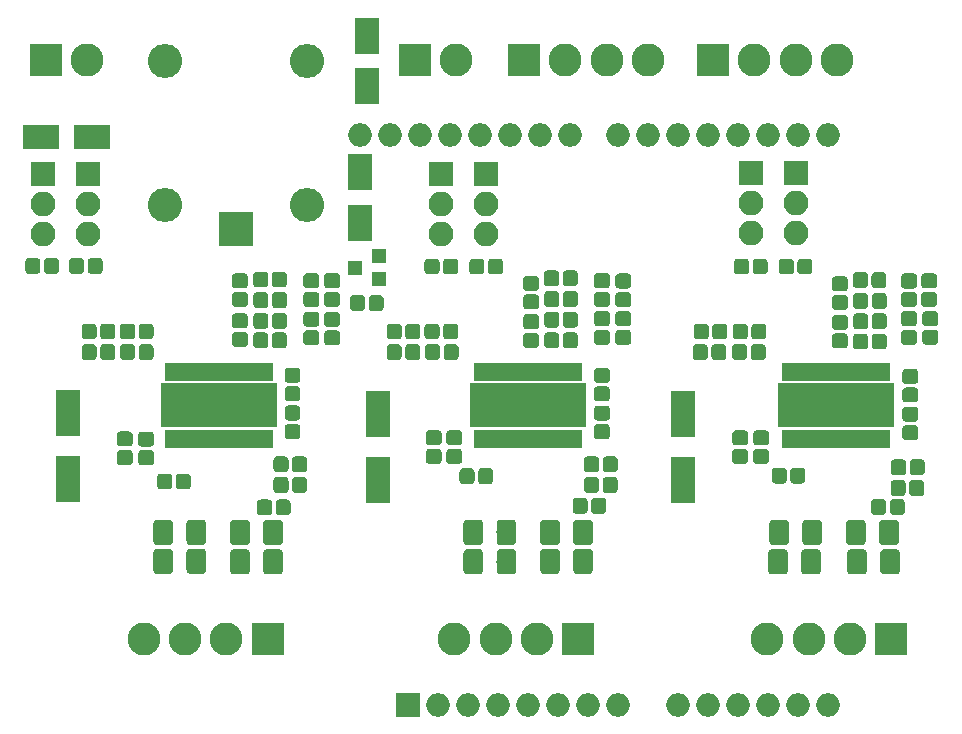
<source format=gbr>
G04 #@! TF.GenerationSoftware,KiCad,Pcbnew,(5.0.0)*
G04 #@! TF.CreationDate,2019-05-18T10:04:22+12:00*
G04 #@! TF.ProjectId,CNC Shield,434E4320536869656C642E6B69636164,rev?*
G04 #@! TF.SameCoordinates,Original*
G04 #@! TF.FileFunction,Soldermask,Top*
G04 #@! TF.FilePolarity,Negative*
%FSLAX46Y46*%
G04 Gerber Fmt 4.6, Leading zero omitted, Abs format (unit mm)*
G04 Created by KiCad (PCBNEW (5.0.0)) date 05/18/19 10:04:22*
%MOMM*%
%LPD*%
G01*
G04 APERTURE LIST*
%ADD10C,0.100000*%
%ADD11C,1.275000*%
%ADD12O,2.000000X2.000000*%
%ADD13R,2.000000X2.000000*%
%ADD14R,2.000000X3.900000*%
%ADD15R,2.150000X3.050000*%
%ADD16R,3.050000X2.150000*%
%ADD17R,2.800000X2.800000*%
%ADD18C,2.800000*%
%ADD19R,2.100000X2.100000*%
%ADD20O,2.100000X2.100000*%
%ADD21R,2.900000X2.900000*%
%ADD22O,2.900000X2.900000*%
%ADD23R,1.300000X1.200000*%
%ADD24C,1.650000*%
%ADD25R,9.900000X3.800000*%
%ADD26R,0.800000X1.500000*%
G04 APERTURE END LIST*
D10*
G04 #@! TO.C,R5*
G36*
X118387493Y-73076535D02*
X118418435Y-73081125D01*
X118448778Y-73088725D01*
X118478230Y-73099263D01*
X118506508Y-73112638D01*
X118533338Y-73128719D01*
X118558463Y-73147353D01*
X118581640Y-73168360D01*
X118602647Y-73191537D01*
X118621281Y-73216662D01*
X118637362Y-73243492D01*
X118650737Y-73271770D01*
X118661275Y-73301222D01*
X118668875Y-73331565D01*
X118673465Y-73362507D01*
X118675000Y-73393750D01*
X118675000Y-74031250D01*
X118673465Y-74062493D01*
X118668875Y-74093435D01*
X118661275Y-74123778D01*
X118650737Y-74153230D01*
X118637362Y-74181508D01*
X118621281Y-74208338D01*
X118602647Y-74233463D01*
X118581640Y-74256640D01*
X118558463Y-74277647D01*
X118533338Y-74296281D01*
X118506508Y-74312362D01*
X118478230Y-74325737D01*
X118448778Y-74336275D01*
X118418435Y-74343875D01*
X118387493Y-74348465D01*
X118356250Y-74350000D01*
X117643750Y-74350000D01*
X117612507Y-74348465D01*
X117581565Y-74343875D01*
X117551222Y-74336275D01*
X117521770Y-74325737D01*
X117493492Y-74312362D01*
X117466662Y-74296281D01*
X117441537Y-74277647D01*
X117418360Y-74256640D01*
X117397353Y-74233463D01*
X117378719Y-74208338D01*
X117362638Y-74181508D01*
X117349263Y-74153230D01*
X117338725Y-74123778D01*
X117331125Y-74093435D01*
X117326535Y-74062493D01*
X117325000Y-74031250D01*
X117325000Y-73393750D01*
X117326535Y-73362507D01*
X117331125Y-73331565D01*
X117338725Y-73301222D01*
X117349263Y-73271770D01*
X117362638Y-73243492D01*
X117378719Y-73216662D01*
X117397353Y-73191537D01*
X117418360Y-73168360D01*
X117441537Y-73147353D01*
X117466662Y-73128719D01*
X117493492Y-73112638D01*
X117521770Y-73099263D01*
X117551222Y-73088725D01*
X117581565Y-73081125D01*
X117612507Y-73076535D01*
X117643750Y-73075000D01*
X118356250Y-73075000D01*
X118387493Y-73076535D01*
X118387493Y-73076535D01*
G37*
D11*
X118000000Y-73712500D03*
D10*
G36*
X118387493Y-74651535D02*
X118418435Y-74656125D01*
X118448778Y-74663725D01*
X118478230Y-74674263D01*
X118506508Y-74687638D01*
X118533338Y-74703719D01*
X118558463Y-74722353D01*
X118581640Y-74743360D01*
X118602647Y-74766537D01*
X118621281Y-74791662D01*
X118637362Y-74818492D01*
X118650737Y-74846770D01*
X118661275Y-74876222D01*
X118668875Y-74906565D01*
X118673465Y-74937507D01*
X118675000Y-74968750D01*
X118675000Y-75606250D01*
X118673465Y-75637493D01*
X118668875Y-75668435D01*
X118661275Y-75698778D01*
X118650737Y-75728230D01*
X118637362Y-75756508D01*
X118621281Y-75783338D01*
X118602647Y-75808463D01*
X118581640Y-75831640D01*
X118558463Y-75852647D01*
X118533338Y-75871281D01*
X118506508Y-75887362D01*
X118478230Y-75900737D01*
X118448778Y-75911275D01*
X118418435Y-75918875D01*
X118387493Y-75923465D01*
X118356250Y-75925000D01*
X117643750Y-75925000D01*
X117612507Y-75923465D01*
X117581565Y-75918875D01*
X117551222Y-75911275D01*
X117521770Y-75900737D01*
X117493492Y-75887362D01*
X117466662Y-75871281D01*
X117441537Y-75852647D01*
X117418360Y-75831640D01*
X117397353Y-75808463D01*
X117378719Y-75783338D01*
X117362638Y-75756508D01*
X117349263Y-75728230D01*
X117338725Y-75698778D01*
X117331125Y-75668435D01*
X117326535Y-75637493D01*
X117325000Y-75606250D01*
X117325000Y-74968750D01*
X117326535Y-74937507D01*
X117331125Y-74906565D01*
X117338725Y-74876222D01*
X117349263Y-74846770D01*
X117362638Y-74818492D01*
X117378719Y-74791662D01*
X117397353Y-74766537D01*
X117418360Y-74743360D01*
X117441537Y-74722353D01*
X117466662Y-74703719D01*
X117493492Y-74687638D01*
X117521770Y-74674263D01*
X117551222Y-74663725D01*
X117581565Y-74656125D01*
X117612507Y-74651535D01*
X117643750Y-74650000D01*
X118356250Y-74650000D01*
X118387493Y-74651535D01*
X118387493Y-74651535D01*
G37*
D11*
X118000000Y-75287500D03*
G04 #@! TD*
D12*
G04 #@! TO.C,A1*
X124680000Y-61340000D03*
X122140000Y-61340000D03*
D13*
X126200000Y-109600000D03*
D12*
X156680000Y-61340000D03*
X128740000Y-109600000D03*
X154140000Y-61340000D03*
X131280000Y-109600000D03*
X151600000Y-61340000D03*
X133820000Y-109600000D03*
X149060000Y-61340000D03*
X136360000Y-109600000D03*
X146520000Y-61340000D03*
X138900000Y-109600000D03*
X143980000Y-61340000D03*
X141440000Y-109600000D03*
X139920000Y-61340000D03*
X143980000Y-109600000D03*
X137380000Y-61340000D03*
X149060000Y-109600000D03*
X134840000Y-61340000D03*
X151600000Y-109600000D03*
X132300000Y-61340000D03*
X154140000Y-109600000D03*
X129760000Y-61340000D03*
X156680000Y-109600000D03*
X127220000Y-61340000D03*
X159220000Y-109600000D03*
X161760000Y-109600000D03*
X161760000Y-61340000D03*
X159220000Y-61340000D03*
G04 #@! TD*
D14*
G04 #@! TO.C,C1*
X97400000Y-84900000D03*
X97400000Y-90500000D03*
G04 #@! TD*
D10*
G04 #@! TO.C,C2*
G36*
X102587493Y-88039035D02*
X102618435Y-88043625D01*
X102648778Y-88051225D01*
X102678230Y-88061763D01*
X102706508Y-88075138D01*
X102733338Y-88091219D01*
X102758463Y-88109853D01*
X102781640Y-88130860D01*
X102802647Y-88154037D01*
X102821281Y-88179162D01*
X102837362Y-88205992D01*
X102850737Y-88234270D01*
X102861275Y-88263722D01*
X102868875Y-88294065D01*
X102873465Y-88325007D01*
X102875000Y-88356250D01*
X102875000Y-88993750D01*
X102873465Y-89024993D01*
X102868875Y-89055935D01*
X102861275Y-89086278D01*
X102850737Y-89115730D01*
X102837362Y-89144008D01*
X102821281Y-89170838D01*
X102802647Y-89195963D01*
X102781640Y-89219140D01*
X102758463Y-89240147D01*
X102733338Y-89258781D01*
X102706508Y-89274862D01*
X102678230Y-89288237D01*
X102648778Y-89298775D01*
X102618435Y-89306375D01*
X102587493Y-89310965D01*
X102556250Y-89312500D01*
X101843750Y-89312500D01*
X101812507Y-89310965D01*
X101781565Y-89306375D01*
X101751222Y-89298775D01*
X101721770Y-89288237D01*
X101693492Y-89274862D01*
X101666662Y-89258781D01*
X101641537Y-89240147D01*
X101618360Y-89219140D01*
X101597353Y-89195963D01*
X101578719Y-89170838D01*
X101562638Y-89144008D01*
X101549263Y-89115730D01*
X101538725Y-89086278D01*
X101531125Y-89055935D01*
X101526535Y-89024993D01*
X101525000Y-88993750D01*
X101525000Y-88356250D01*
X101526535Y-88325007D01*
X101531125Y-88294065D01*
X101538725Y-88263722D01*
X101549263Y-88234270D01*
X101562638Y-88205992D01*
X101578719Y-88179162D01*
X101597353Y-88154037D01*
X101618360Y-88130860D01*
X101641537Y-88109853D01*
X101666662Y-88091219D01*
X101693492Y-88075138D01*
X101721770Y-88061763D01*
X101751222Y-88051225D01*
X101781565Y-88043625D01*
X101812507Y-88039035D01*
X101843750Y-88037500D01*
X102556250Y-88037500D01*
X102587493Y-88039035D01*
X102587493Y-88039035D01*
G37*
D11*
X102200000Y-88675000D03*
D10*
G36*
X102587493Y-86464035D02*
X102618435Y-86468625D01*
X102648778Y-86476225D01*
X102678230Y-86486763D01*
X102706508Y-86500138D01*
X102733338Y-86516219D01*
X102758463Y-86534853D01*
X102781640Y-86555860D01*
X102802647Y-86579037D01*
X102821281Y-86604162D01*
X102837362Y-86630992D01*
X102850737Y-86659270D01*
X102861275Y-86688722D01*
X102868875Y-86719065D01*
X102873465Y-86750007D01*
X102875000Y-86781250D01*
X102875000Y-87418750D01*
X102873465Y-87449993D01*
X102868875Y-87480935D01*
X102861275Y-87511278D01*
X102850737Y-87540730D01*
X102837362Y-87569008D01*
X102821281Y-87595838D01*
X102802647Y-87620963D01*
X102781640Y-87644140D01*
X102758463Y-87665147D01*
X102733338Y-87683781D01*
X102706508Y-87699862D01*
X102678230Y-87713237D01*
X102648778Y-87723775D01*
X102618435Y-87731375D01*
X102587493Y-87735965D01*
X102556250Y-87737500D01*
X101843750Y-87737500D01*
X101812507Y-87735965D01*
X101781565Y-87731375D01*
X101751222Y-87723775D01*
X101721770Y-87713237D01*
X101693492Y-87699862D01*
X101666662Y-87683781D01*
X101641537Y-87665147D01*
X101618360Y-87644140D01*
X101597353Y-87620963D01*
X101578719Y-87595838D01*
X101562638Y-87569008D01*
X101549263Y-87540730D01*
X101538725Y-87511278D01*
X101531125Y-87480935D01*
X101526535Y-87449993D01*
X101525000Y-87418750D01*
X101525000Y-86781250D01*
X101526535Y-86750007D01*
X101531125Y-86719065D01*
X101538725Y-86688722D01*
X101549263Y-86659270D01*
X101562638Y-86630992D01*
X101578719Y-86604162D01*
X101597353Y-86579037D01*
X101618360Y-86555860D01*
X101641537Y-86534853D01*
X101666662Y-86516219D01*
X101693492Y-86500138D01*
X101721770Y-86486763D01*
X101751222Y-86476225D01*
X101781565Y-86468625D01*
X101812507Y-86464035D01*
X101843750Y-86462500D01*
X102556250Y-86462500D01*
X102587493Y-86464035D01*
X102587493Y-86464035D01*
G37*
D11*
X102200000Y-87100000D03*
G04 #@! TD*
D10*
G04 #@! TO.C,C3*
G36*
X115949993Y-92226535D02*
X115980935Y-92231125D01*
X116011278Y-92238725D01*
X116040730Y-92249263D01*
X116069008Y-92262638D01*
X116095838Y-92278719D01*
X116120963Y-92297353D01*
X116144140Y-92318360D01*
X116165147Y-92341537D01*
X116183781Y-92366662D01*
X116199862Y-92393492D01*
X116213237Y-92421770D01*
X116223775Y-92451222D01*
X116231375Y-92481565D01*
X116235965Y-92512507D01*
X116237500Y-92543750D01*
X116237500Y-93256250D01*
X116235965Y-93287493D01*
X116231375Y-93318435D01*
X116223775Y-93348778D01*
X116213237Y-93378230D01*
X116199862Y-93406508D01*
X116183781Y-93433338D01*
X116165147Y-93458463D01*
X116144140Y-93481640D01*
X116120963Y-93502647D01*
X116095838Y-93521281D01*
X116069008Y-93537362D01*
X116040730Y-93550737D01*
X116011278Y-93561275D01*
X115980935Y-93568875D01*
X115949993Y-93573465D01*
X115918750Y-93575000D01*
X115281250Y-93575000D01*
X115250007Y-93573465D01*
X115219065Y-93568875D01*
X115188722Y-93561275D01*
X115159270Y-93550737D01*
X115130992Y-93537362D01*
X115104162Y-93521281D01*
X115079037Y-93502647D01*
X115055860Y-93481640D01*
X115034853Y-93458463D01*
X115016219Y-93433338D01*
X115000138Y-93406508D01*
X114986763Y-93378230D01*
X114976225Y-93348778D01*
X114968625Y-93318435D01*
X114964035Y-93287493D01*
X114962500Y-93256250D01*
X114962500Y-92543750D01*
X114964035Y-92512507D01*
X114968625Y-92481565D01*
X114976225Y-92451222D01*
X114986763Y-92421770D01*
X115000138Y-92393492D01*
X115016219Y-92366662D01*
X115034853Y-92341537D01*
X115055860Y-92318360D01*
X115079037Y-92297353D01*
X115104162Y-92278719D01*
X115130992Y-92262638D01*
X115159270Y-92249263D01*
X115188722Y-92238725D01*
X115219065Y-92231125D01*
X115250007Y-92226535D01*
X115281250Y-92225000D01*
X115918750Y-92225000D01*
X115949993Y-92226535D01*
X115949993Y-92226535D01*
G37*
D11*
X115600000Y-92900000D03*
D10*
G36*
X114374993Y-92226535D02*
X114405935Y-92231125D01*
X114436278Y-92238725D01*
X114465730Y-92249263D01*
X114494008Y-92262638D01*
X114520838Y-92278719D01*
X114545963Y-92297353D01*
X114569140Y-92318360D01*
X114590147Y-92341537D01*
X114608781Y-92366662D01*
X114624862Y-92393492D01*
X114638237Y-92421770D01*
X114648775Y-92451222D01*
X114656375Y-92481565D01*
X114660965Y-92512507D01*
X114662500Y-92543750D01*
X114662500Y-93256250D01*
X114660965Y-93287493D01*
X114656375Y-93318435D01*
X114648775Y-93348778D01*
X114638237Y-93378230D01*
X114624862Y-93406508D01*
X114608781Y-93433338D01*
X114590147Y-93458463D01*
X114569140Y-93481640D01*
X114545963Y-93502647D01*
X114520838Y-93521281D01*
X114494008Y-93537362D01*
X114465730Y-93550737D01*
X114436278Y-93561275D01*
X114405935Y-93568875D01*
X114374993Y-93573465D01*
X114343750Y-93575000D01*
X113706250Y-93575000D01*
X113675007Y-93573465D01*
X113644065Y-93568875D01*
X113613722Y-93561275D01*
X113584270Y-93550737D01*
X113555992Y-93537362D01*
X113529162Y-93521281D01*
X113504037Y-93502647D01*
X113480860Y-93481640D01*
X113459853Y-93458463D01*
X113441219Y-93433338D01*
X113425138Y-93406508D01*
X113411763Y-93378230D01*
X113401225Y-93348778D01*
X113393625Y-93318435D01*
X113389035Y-93287493D01*
X113387500Y-93256250D01*
X113387500Y-92543750D01*
X113389035Y-92512507D01*
X113393625Y-92481565D01*
X113401225Y-92451222D01*
X113411763Y-92421770D01*
X113425138Y-92393492D01*
X113441219Y-92366662D01*
X113459853Y-92341537D01*
X113480860Y-92318360D01*
X113504037Y-92297353D01*
X113529162Y-92278719D01*
X113555992Y-92262638D01*
X113584270Y-92249263D01*
X113613722Y-92238725D01*
X113644065Y-92231125D01*
X113675007Y-92226535D01*
X113706250Y-92225000D01*
X114343750Y-92225000D01*
X114374993Y-92226535D01*
X114374993Y-92226535D01*
G37*
D11*
X114025000Y-92900000D03*
G04 #@! TD*
D10*
G04 #@! TO.C,C4*
G36*
X105924993Y-90026535D02*
X105955935Y-90031125D01*
X105986278Y-90038725D01*
X106015730Y-90049263D01*
X106044008Y-90062638D01*
X106070838Y-90078719D01*
X106095963Y-90097353D01*
X106119140Y-90118360D01*
X106140147Y-90141537D01*
X106158781Y-90166662D01*
X106174862Y-90193492D01*
X106188237Y-90221770D01*
X106198775Y-90251222D01*
X106206375Y-90281565D01*
X106210965Y-90312507D01*
X106212500Y-90343750D01*
X106212500Y-91056250D01*
X106210965Y-91087493D01*
X106206375Y-91118435D01*
X106198775Y-91148778D01*
X106188237Y-91178230D01*
X106174862Y-91206508D01*
X106158781Y-91233338D01*
X106140147Y-91258463D01*
X106119140Y-91281640D01*
X106095963Y-91302647D01*
X106070838Y-91321281D01*
X106044008Y-91337362D01*
X106015730Y-91350737D01*
X105986278Y-91361275D01*
X105955935Y-91368875D01*
X105924993Y-91373465D01*
X105893750Y-91375000D01*
X105256250Y-91375000D01*
X105225007Y-91373465D01*
X105194065Y-91368875D01*
X105163722Y-91361275D01*
X105134270Y-91350737D01*
X105105992Y-91337362D01*
X105079162Y-91321281D01*
X105054037Y-91302647D01*
X105030860Y-91281640D01*
X105009853Y-91258463D01*
X104991219Y-91233338D01*
X104975138Y-91206508D01*
X104961763Y-91178230D01*
X104951225Y-91148778D01*
X104943625Y-91118435D01*
X104939035Y-91087493D01*
X104937500Y-91056250D01*
X104937500Y-90343750D01*
X104939035Y-90312507D01*
X104943625Y-90281565D01*
X104951225Y-90251222D01*
X104961763Y-90221770D01*
X104975138Y-90193492D01*
X104991219Y-90166662D01*
X105009853Y-90141537D01*
X105030860Y-90118360D01*
X105054037Y-90097353D01*
X105079162Y-90078719D01*
X105105992Y-90062638D01*
X105134270Y-90049263D01*
X105163722Y-90038725D01*
X105194065Y-90031125D01*
X105225007Y-90026535D01*
X105256250Y-90025000D01*
X105893750Y-90025000D01*
X105924993Y-90026535D01*
X105924993Y-90026535D01*
G37*
D11*
X105575000Y-90700000D03*
D10*
G36*
X107499993Y-90026535D02*
X107530935Y-90031125D01*
X107561278Y-90038725D01*
X107590730Y-90049263D01*
X107619008Y-90062638D01*
X107645838Y-90078719D01*
X107670963Y-90097353D01*
X107694140Y-90118360D01*
X107715147Y-90141537D01*
X107733781Y-90166662D01*
X107749862Y-90193492D01*
X107763237Y-90221770D01*
X107773775Y-90251222D01*
X107781375Y-90281565D01*
X107785965Y-90312507D01*
X107787500Y-90343750D01*
X107787500Y-91056250D01*
X107785965Y-91087493D01*
X107781375Y-91118435D01*
X107773775Y-91148778D01*
X107763237Y-91178230D01*
X107749862Y-91206508D01*
X107733781Y-91233338D01*
X107715147Y-91258463D01*
X107694140Y-91281640D01*
X107670963Y-91302647D01*
X107645838Y-91321281D01*
X107619008Y-91337362D01*
X107590730Y-91350737D01*
X107561278Y-91361275D01*
X107530935Y-91368875D01*
X107499993Y-91373465D01*
X107468750Y-91375000D01*
X106831250Y-91375000D01*
X106800007Y-91373465D01*
X106769065Y-91368875D01*
X106738722Y-91361275D01*
X106709270Y-91350737D01*
X106680992Y-91337362D01*
X106654162Y-91321281D01*
X106629037Y-91302647D01*
X106605860Y-91281640D01*
X106584853Y-91258463D01*
X106566219Y-91233338D01*
X106550138Y-91206508D01*
X106536763Y-91178230D01*
X106526225Y-91148778D01*
X106518625Y-91118435D01*
X106514035Y-91087493D01*
X106512500Y-91056250D01*
X106512500Y-90343750D01*
X106514035Y-90312507D01*
X106518625Y-90281565D01*
X106526225Y-90251222D01*
X106536763Y-90221770D01*
X106550138Y-90193492D01*
X106566219Y-90166662D01*
X106584853Y-90141537D01*
X106605860Y-90118360D01*
X106629037Y-90097353D01*
X106654162Y-90078719D01*
X106680992Y-90062638D01*
X106709270Y-90049263D01*
X106738722Y-90038725D01*
X106769065Y-90031125D01*
X106800007Y-90026535D01*
X106831250Y-90025000D01*
X107468750Y-90025000D01*
X107499993Y-90026535D01*
X107499993Y-90026535D01*
G37*
D11*
X107150000Y-90700000D03*
G04 #@! TD*
D10*
G04 #@! TO.C,C5*
G36*
X104387493Y-88051535D02*
X104418435Y-88056125D01*
X104448778Y-88063725D01*
X104478230Y-88074263D01*
X104506508Y-88087638D01*
X104533338Y-88103719D01*
X104558463Y-88122353D01*
X104581640Y-88143360D01*
X104602647Y-88166537D01*
X104621281Y-88191662D01*
X104637362Y-88218492D01*
X104650737Y-88246770D01*
X104661275Y-88276222D01*
X104668875Y-88306565D01*
X104673465Y-88337507D01*
X104675000Y-88368750D01*
X104675000Y-89006250D01*
X104673465Y-89037493D01*
X104668875Y-89068435D01*
X104661275Y-89098778D01*
X104650737Y-89128230D01*
X104637362Y-89156508D01*
X104621281Y-89183338D01*
X104602647Y-89208463D01*
X104581640Y-89231640D01*
X104558463Y-89252647D01*
X104533338Y-89271281D01*
X104506508Y-89287362D01*
X104478230Y-89300737D01*
X104448778Y-89311275D01*
X104418435Y-89318875D01*
X104387493Y-89323465D01*
X104356250Y-89325000D01*
X103643750Y-89325000D01*
X103612507Y-89323465D01*
X103581565Y-89318875D01*
X103551222Y-89311275D01*
X103521770Y-89300737D01*
X103493492Y-89287362D01*
X103466662Y-89271281D01*
X103441537Y-89252647D01*
X103418360Y-89231640D01*
X103397353Y-89208463D01*
X103378719Y-89183338D01*
X103362638Y-89156508D01*
X103349263Y-89128230D01*
X103338725Y-89098778D01*
X103331125Y-89068435D01*
X103326535Y-89037493D01*
X103325000Y-89006250D01*
X103325000Y-88368750D01*
X103326535Y-88337507D01*
X103331125Y-88306565D01*
X103338725Y-88276222D01*
X103349263Y-88246770D01*
X103362638Y-88218492D01*
X103378719Y-88191662D01*
X103397353Y-88166537D01*
X103418360Y-88143360D01*
X103441537Y-88122353D01*
X103466662Y-88103719D01*
X103493492Y-88087638D01*
X103521770Y-88074263D01*
X103551222Y-88063725D01*
X103581565Y-88056125D01*
X103612507Y-88051535D01*
X103643750Y-88050000D01*
X104356250Y-88050000D01*
X104387493Y-88051535D01*
X104387493Y-88051535D01*
G37*
D11*
X104000000Y-88687500D03*
D10*
G36*
X104387493Y-86476535D02*
X104418435Y-86481125D01*
X104448778Y-86488725D01*
X104478230Y-86499263D01*
X104506508Y-86512638D01*
X104533338Y-86528719D01*
X104558463Y-86547353D01*
X104581640Y-86568360D01*
X104602647Y-86591537D01*
X104621281Y-86616662D01*
X104637362Y-86643492D01*
X104650737Y-86671770D01*
X104661275Y-86701222D01*
X104668875Y-86731565D01*
X104673465Y-86762507D01*
X104675000Y-86793750D01*
X104675000Y-87431250D01*
X104673465Y-87462493D01*
X104668875Y-87493435D01*
X104661275Y-87523778D01*
X104650737Y-87553230D01*
X104637362Y-87581508D01*
X104621281Y-87608338D01*
X104602647Y-87633463D01*
X104581640Y-87656640D01*
X104558463Y-87677647D01*
X104533338Y-87696281D01*
X104506508Y-87712362D01*
X104478230Y-87725737D01*
X104448778Y-87736275D01*
X104418435Y-87743875D01*
X104387493Y-87748465D01*
X104356250Y-87750000D01*
X103643750Y-87750000D01*
X103612507Y-87748465D01*
X103581565Y-87743875D01*
X103551222Y-87736275D01*
X103521770Y-87725737D01*
X103493492Y-87712362D01*
X103466662Y-87696281D01*
X103441537Y-87677647D01*
X103418360Y-87656640D01*
X103397353Y-87633463D01*
X103378719Y-87608338D01*
X103362638Y-87581508D01*
X103349263Y-87553230D01*
X103338725Y-87523778D01*
X103331125Y-87493435D01*
X103326535Y-87462493D01*
X103325000Y-87431250D01*
X103325000Y-86793750D01*
X103326535Y-86762507D01*
X103331125Y-86731565D01*
X103338725Y-86701222D01*
X103349263Y-86671770D01*
X103362638Y-86643492D01*
X103378719Y-86616662D01*
X103397353Y-86591537D01*
X103418360Y-86568360D01*
X103441537Y-86547353D01*
X103466662Y-86528719D01*
X103493492Y-86512638D01*
X103521770Y-86499263D01*
X103551222Y-86488725D01*
X103581565Y-86481125D01*
X103612507Y-86476535D01*
X103643750Y-86475000D01*
X104356250Y-86475000D01*
X104387493Y-86476535D01*
X104387493Y-86476535D01*
G37*
D11*
X104000000Y-87112500D03*
G04 #@! TD*
D10*
G04 #@! TO.C,C6*
G36*
X116787493Y-81064035D02*
X116818435Y-81068625D01*
X116848778Y-81076225D01*
X116878230Y-81086763D01*
X116906508Y-81100138D01*
X116933338Y-81116219D01*
X116958463Y-81134853D01*
X116981640Y-81155860D01*
X117002647Y-81179037D01*
X117021281Y-81204162D01*
X117037362Y-81230992D01*
X117050737Y-81259270D01*
X117061275Y-81288722D01*
X117068875Y-81319065D01*
X117073465Y-81350007D01*
X117075000Y-81381250D01*
X117075000Y-82018750D01*
X117073465Y-82049993D01*
X117068875Y-82080935D01*
X117061275Y-82111278D01*
X117050737Y-82140730D01*
X117037362Y-82169008D01*
X117021281Y-82195838D01*
X117002647Y-82220963D01*
X116981640Y-82244140D01*
X116958463Y-82265147D01*
X116933338Y-82283781D01*
X116906508Y-82299862D01*
X116878230Y-82313237D01*
X116848778Y-82323775D01*
X116818435Y-82331375D01*
X116787493Y-82335965D01*
X116756250Y-82337500D01*
X116043750Y-82337500D01*
X116012507Y-82335965D01*
X115981565Y-82331375D01*
X115951222Y-82323775D01*
X115921770Y-82313237D01*
X115893492Y-82299862D01*
X115866662Y-82283781D01*
X115841537Y-82265147D01*
X115818360Y-82244140D01*
X115797353Y-82220963D01*
X115778719Y-82195838D01*
X115762638Y-82169008D01*
X115749263Y-82140730D01*
X115738725Y-82111278D01*
X115731125Y-82080935D01*
X115726535Y-82049993D01*
X115725000Y-82018750D01*
X115725000Y-81381250D01*
X115726535Y-81350007D01*
X115731125Y-81319065D01*
X115738725Y-81288722D01*
X115749263Y-81259270D01*
X115762638Y-81230992D01*
X115778719Y-81204162D01*
X115797353Y-81179037D01*
X115818360Y-81155860D01*
X115841537Y-81134853D01*
X115866662Y-81116219D01*
X115893492Y-81100138D01*
X115921770Y-81086763D01*
X115951222Y-81076225D01*
X115981565Y-81068625D01*
X116012507Y-81064035D01*
X116043750Y-81062500D01*
X116756250Y-81062500D01*
X116787493Y-81064035D01*
X116787493Y-81064035D01*
G37*
D11*
X116400000Y-81700000D03*
D10*
G36*
X116787493Y-82639035D02*
X116818435Y-82643625D01*
X116848778Y-82651225D01*
X116878230Y-82661763D01*
X116906508Y-82675138D01*
X116933338Y-82691219D01*
X116958463Y-82709853D01*
X116981640Y-82730860D01*
X117002647Y-82754037D01*
X117021281Y-82779162D01*
X117037362Y-82805992D01*
X117050737Y-82834270D01*
X117061275Y-82863722D01*
X117068875Y-82894065D01*
X117073465Y-82925007D01*
X117075000Y-82956250D01*
X117075000Y-83593750D01*
X117073465Y-83624993D01*
X117068875Y-83655935D01*
X117061275Y-83686278D01*
X117050737Y-83715730D01*
X117037362Y-83744008D01*
X117021281Y-83770838D01*
X117002647Y-83795963D01*
X116981640Y-83819140D01*
X116958463Y-83840147D01*
X116933338Y-83858781D01*
X116906508Y-83874862D01*
X116878230Y-83888237D01*
X116848778Y-83898775D01*
X116818435Y-83906375D01*
X116787493Y-83910965D01*
X116756250Y-83912500D01*
X116043750Y-83912500D01*
X116012507Y-83910965D01*
X115981565Y-83906375D01*
X115951222Y-83898775D01*
X115921770Y-83888237D01*
X115893492Y-83874862D01*
X115866662Y-83858781D01*
X115841537Y-83840147D01*
X115818360Y-83819140D01*
X115797353Y-83795963D01*
X115778719Y-83770838D01*
X115762638Y-83744008D01*
X115749263Y-83715730D01*
X115738725Y-83686278D01*
X115731125Y-83655935D01*
X115726535Y-83624993D01*
X115725000Y-83593750D01*
X115725000Y-82956250D01*
X115726535Y-82925007D01*
X115731125Y-82894065D01*
X115738725Y-82863722D01*
X115749263Y-82834270D01*
X115762638Y-82805992D01*
X115778719Y-82779162D01*
X115797353Y-82754037D01*
X115818360Y-82730860D01*
X115841537Y-82709853D01*
X115866662Y-82691219D01*
X115893492Y-82675138D01*
X115921770Y-82661763D01*
X115951222Y-82651225D01*
X115981565Y-82643625D01*
X116012507Y-82639035D01*
X116043750Y-82637500D01*
X116756250Y-82637500D01*
X116787493Y-82639035D01*
X116787493Y-82639035D01*
G37*
D11*
X116400000Y-83275000D03*
G04 #@! TD*
D14*
G04 #@! TO.C,C7*
X149500000Y-90600000D03*
X149500000Y-85000000D03*
G04 #@! TD*
D10*
G04 #@! TO.C,C8*
G36*
X154687493Y-87951535D02*
X154718435Y-87956125D01*
X154748778Y-87963725D01*
X154778230Y-87974263D01*
X154806508Y-87987638D01*
X154833338Y-88003719D01*
X154858463Y-88022353D01*
X154881640Y-88043360D01*
X154902647Y-88066537D01*
X154921281Y-88091662D01*
X154937362Y-88118492D01*
X154950737Y-88146770D01*
X154961275Y-88176222D01*
X154968875Y-88206565D01*
X154973465Y-88237507D01*
X154975000Y-88268750D01*
X154975000Y-88906250D01*
X154973465Y-88937493D01*
X154968875Y-88968435D01*
X154961275Y-88998778D01*
X154950737Y-89028230D01*
X154937362Y-89056508D01*
X154921281Y-89083338D01*
X154902647Y-89108463D01*
X154881640Y-89131640D01*
X154858463Y-89152647D01*
X154833338Y-89171281D01*
X154806508Y-89187362D01*
X154778230Y-89200737D01*
X154748778Y-89211275D01*
X154718435Y-89218875D01*
X154687493Y-89223465D01*
X154656250Y-89225000D01*
X153943750Y-89225000D01*
X153912507Y-89223465D01*
X153881565Y-89218875D01*
X153851222Y-89211275D01*
X153821770Y-89200737D01*
X153793492Y-89187362D01*
X153766662Y-89171281D01*
X153741537Y-89152647D01*
X153718360Y-89131640D01*
X153697353Y-89108463D01*
X153678719Y-89083338D01*
X153662638Y-89056508D01*
X153649263Y-89028230D01*
X153638725Y-88998778D01*
X153631125Y-88968435D01*
X153626535Y-88937493D01*
X153625000Y-88906250D01*
X153625000Y-88268750D01*
X153626535Y-88237507D01*
X153631125Y-88206565D01*
X153638725Y-88176222D01*
X153649263Y-88146770D01*
X153662638Y-88118492D01*
X153678719Y-88091662D01*
X153697353Y-88066537D01*
X153718360Y-88043360D01*
X153741537Y-88022353D01*
X153766662Y-88003719D01*
X153793492Y-87987638D01*
X153821770Y-87974263D01*
X153851222Y-87963725D01*
X153881565Y-87956125D01*
X153912507Y-87951535D01*
X153943750Y-87950000D01*
X154656250Y-87950000D01*
X154687493Y-87951535D01*
X154687493Y-87951535D01*
G37*
D11*
X154300000Y-88587500D03*
D10*
G36*
X154687493Y-86376535D02*
X154718435Y-86381125D01*
X154748778Y-86388725D01*
X154778230Y-86399263D01*
X154806508Y-86412638D01*
X154833338Y-86428719D01*
X154858463Y-86447353D01*
X154881640Y-86468360D01*
X154902647Y-86491537D01*
X154921281Y-86516662D01*
X154937362Y-86543492D01*
X154950737Y-86571770D01*
X154961275Y-86601222D01*
X154968875Y-86631565D01*
X154973465Y-86662507D01*
X154975000Y-86693750D01*
X154975000Y-87331250D01*
X154973465Y-87362493D01*
X154968875Y-87393435D01*
X154961275Y-87423778D01*
X154950737Y-87453230D01*
X154937362Y-87481508D01*
X154921281Y-87508338D01*
X154902647Y-87533463D01*
X154881640Y-87556640D01*
X154858463Y-87577647D01*
X154833338Y-87596281D01*
X154806508Y-87612362D01*
X154778230Y-87625737D01*
X154748778Y-87636275D01*
X154718435Y-87643875D01*
X154687493Y-87648465D01*
X154656250Y-87650000D01*
X153943750Y-87650000D01*
X153912507Y-87648465D01*
X153881565Y-87643875D01*
X153851222Y-87636275D01*
X153821770Y-87625737D01*
X153793492Y-87612362D01*
X153766662Y-87596281D01*
X153741537Y-87577647D01*
X153718360Y-87556640D01*
X153697353Y-87533463D01*
X153678719Y-87508338D01*
X153662638Y-87481508D01*
X153649263Y-87453230D01*
X153638725Y-87423778D01*
X153631125Y-87393435D01*
X153626535Y-87362493D01*
X153625000Y-87331250D01*
X153625000Y-86693750D01*
X153626535Y-86662507D01*
X153631125Y-86631565D01*
X153638725Y-86601222D01*
X153649263Y-86571770D01*
X153662638Y-86543492D01*
X153678719Y-86516662D01*
X153697353Y-86491537D01*
X153718360Y-86468360D01*
X153741537Y-86447353D01*
X153766662Y-86428719D01*
X153793492Y-86412638D01*
X153821770Y-86399263D01*
X153851222Y-86388725D01*
X153881565Y-86381125D01*
X153912507Y-86376535D01*
X153943750Y-86375000D01*
X154656250Y-86375000D01*
X154687493Y-86376535D01*
X154687493Y-86376535D01*
G37*
D11*
X154300000Y-87012500D03*
G04 #@! TD*
D10*
G04 #@! TO.C,C9*
G36*
X166374993Y-92176535D02*
X166405935Y-92181125D01*
X166436278Y-92188725D01*
X166465730Y-92199263D01*
X166494008Y-92212638D01*
X166520838Y-92228719D01*
X166545963Y-92247353D01*
X166569140Y-92268360D01*
X166590147Y-92291537D01*
X166608781Y-92316662D01*
X166624862Y-92343492D01*
X166638237Y-92371770D01*
X166648775Y-92401222D01*
X166656375Y-92431565D01*
X166660965Y-92462507D01*
X166662500Y-92493750D01*
X166662500Y-93206250D01*
X166660965Y-93237493D01*
X166656375Y-93268435D01*
X166648775Y-93298778D01*
X166638237Y-93328230D01*
X166624862Y-93356508D01*
X166608781Y-93383338D01*
X166590147Y-93408463D01*
X166569140Y-93431640D01*
X166545963Y-93452647D01*
X166520838Y-93471281D01*
X166494008Y-93487362D01*
X166465730Y-93500737D01*
X166436278Y-93511275D01*
X166405935Y-93518875D01*
X166374993Y-93523465D01*
X166343750Y-93525000D01*
X165706250Y-93525000D01*
X165675007Y-93523465D01*
X165644065Y-93518875D01*
X165613722Y-93511275D01*
X165584270Y-93500737D01*
X165555992Y-93487362D01*
X165529162Y-93471281D01*
X165504037Y-93452647D01*
X165480860Y-93431640D01*
X165459853Y-93408463D01*
X165441219Y-93383338D01*
X165425138Y-93356508D01*
X165411763Y-93328230D01*
X165401225Y-93298778D01*
X165393625Y-93268435D01*
X165389035Y-93237493D01*
X165387500Y-93206250D01*
X165387500Y-92493750D01*
X165389035Y-92462507D01*
X165393625Y-92431565D01*
X165401225Y-92401222D01*
X165411763Y-92371770D01*
X165425138Y-92343492D01*
X165441219Y-92316662D01*
X165459853Y-92291537D01*
X165480860Y-92268360D01*
X165504037Y-92247353D01*
X165529162Y-92228719D01*
X165555992Y-92212638D01*
X165584270Y-92199263D01*
X165613722Y-92188725D01*
X165644065Y-92181125D01*
X165675007Y-92176535D01*
X165706250Y-92175000D01*
X166343750Y-92175000D01*
X166374993Y-92176535D01*
X166374993Y-92176535D01*
G37*
D11*
X166025000Y-92850000D03*
D10*
G36*
X167949993Y-92176535D02*
X167980935Y-92181125D01*
X168011278Y-92188725D01*
X168040730Y-92199263D01*
X168069008Y-92212638D01*
X168095838Y-92228719D01*
X168120963Y-92247353D01*
X168144140Y-92268360D01*
X168165147Y-92291537D01*
X168183781Y-92316662D01*
X168199862Y-92343492D01*
X168213237Y-92371770D01*
X168223775Y-92401222D01*
X168231375Y-92431565D01*
X168235965Y-92462507D01*
X168237500Y-92493750D01*
X168237500Y-93206250D01*
X168235965Y-93237493D01*
X168231375Y-93268435D01*
X168223775Y-93298778D01*
X168213237Y-93328230D01*
X168199862Y-93356508D01*
X168183781Y-93383338D01*
X168165147Y-93408463D01*
X168144140Y-93431640D01*
X168120963Y-93452647D01*
X168095838Y-93471281D01*
X168069008Y-93487362D01*
X168040730Y-93500737D01*
X168011278Y-93511275D01*
X167980935Y-93518875D01*
X167949993Y-93523465D01*
X167918750Y-93525000D01*
X167281250Y-93525000D01*
X167250007Y-93523465D01*
X167219065Y-93518875D01*
X167188722Y-93511275D01*
X167159270Y-93500737D01*
X167130992Y-93487362D01*
X167104162Y-93471281D01*
X167079037Y-93452647D01*
X167055860Y-93431640D01*
X167034853Y-93408463D01*
X167016219Y-93383338D01*
X167000138Y-93356508D01*
X166986763Y-93328230D01*
X166976225Y-93298778D01*
X166968625Y-93268435D01*
X166964035Y-93237493D01*
X166962500Y-93206250D01*
X166962500Y-92493750D01*
X166964035Y-92462507D01*
X166968625Y-92431565D01*
X166976225Y-92401222D01*
X166986763Y-92371770D01*
X167000138Y-92343492D01*
X167016219Y-92316662D01*
X167034853Y-92291537D01*
X167055860Y-92268360D01*
X167079037Y-92247353D01*
X167104162Y-92228719D01*
X167130992Y-92212638D01*
X167159270Y-92199263D01*
X167188722Y-92188725D01*
X167219065Y-92181125D01*
X167250007Y-92176535D01*
X167281250Y-92175000D01*
X167918750Y-92175000D01*
X167949993Y-92176535D01*
X167949993Y-92176535D01*
G37*
D11*
X167600000Y-92850000D03*
G04 #@! TD*
D10*
G04 #@! TO.C,C10*
G36*
X159537493Y-89526535D02*
X159568435Y-89531125D01*
X159598778Y-89538725D01*
X159628230Y-89549263D01*
X159656508Y-89562638D01*
X159683338Y-89578719D01*
X159708463Y-89597353D01*
X159731640Y-89618360D01*
X159752647Y-89641537D01*
X159771281Y-89666662D01*
X159787362Y-89693492D01*
X159800737Y-89721770D01*
X159811275Y-89751222D01*
X159818875Y-89781565D01*
X159823465Y-89812507D01*
X159825000Y-89843750D01*
X159825000Y-90556250D01*
X159823465Y-90587493D01*
X159818875Y-90618435D01*
X159811275Y-90648778D01*
X159800737Y-90678230D01*
X159787362Y-90706508D01*
X159771281Y-90733338D01*
X159752647Y-90758463D01*
X159731640Y-90781640D01*
X159708463Y-90802647D01*
X159683338Y-90821281D01*
X159656508Y-90837362D01*
X159628230Y-90850737D01*
X159598778Y-90861275D01*
X159568435Y-90868875D01*
X159537493Y-90873465D01*
X159506250Y-90875000D01*
X158868750Y-90875000D01*
X158837507Y-90873465D01*
X158806565Y-90868875D01*
X158776222Y-90861275D01*
X158746770Y-90850737D01*
X158718492Y-90837362D01*
X158691662Y-90821281D01*
X158666537Y-90802647D01*
X158643360Y-90781640D01*
X158622353Y-90758463D01*
X158603719Y-90733338D01*
X158587638Y-90706508D01*
X158574263Y-90678230D01*
X158563725Y-90648778D01*
X158556125Y-90618435D01*
X158551535Y-90587493D01*
X158550000Y-90556250D01*
X158550000Y-89843750D01*
X158551535Y-89812507D01*
X158556125Y-89781565D01*
X158563725Y-89751222D01*
X158574263Y-89721770D01*
X158587638Y-89693492D01*
X158603719Y-89666662D01*
X158622353Y-89641537D01*
X158643360Y-89618360D01*
X158666537Y-89597353D01*
X158691662Y-89578719D01*
X158718492Y-89562638D01*
X158746770Y-89549263D01*
X158776222Y-89538725D01*
X158806565Y-89531125D01*
X158837507Y-89526535D01*
X158868750Y-89525000D01*
X159506250Y-89525000D01*
X159537493Y-89526535D01*
X159537493Y-89526535D01*
G37*
D11*
X159187500Y-90200000D03*
D10*
G36*
X157962493Y-89526535D02*
X157993435Y-89531125D01*
X158023778Y-89538725D01*
X158053230Y-89549263D01*
X158081508Y-89562638D01*
X158108338Y-89578719D01*
X158133463Y-89597353D01*
X158156640Y-89618360D01*
X158177647Y-89641537D01*
X158196281Y-89666662D01*
X158212362Y-89693492D01*
X158225737Y-89721770D01*
X158236275Y-89751222D01*
X158243875Y-89781565D01*
X158248465Y-89812507D01*
X158250000Y-89843750D01*
X158250000Y-90556250D01*
X158248465Y-90587493D01*
X158243875Y-90618435D01*
X158236275Y-90648778D01*
X158225737Y-90678230D01*
X158212362Y-90706508D01*
X158196281Y-90733338D01*
X158177647Y-90758463D01*
X158156640Y-90781640D01*
X158133463Y-90802647D01*
X158108338Y-90821281D01*
X158081508Y-90837362D01*
X158053230Y-90850737D01*
X158023778Y-90861275D01*
X157993435Y-90868875D01*
X157962493Y-90873465D01*
X157931250Y-90875000D01*
X157293750Y-90875000D01*
X157262507Y-90873465D01*
X157231565Y-90868875D01*
X157201222Y-90861275D01*
X157171770Y-90850737D01*
X157143492Y-90837362D01*
X157116662Y-90821281D01*
X157091537Y-90802647D01*
X157068360Y-90781640D01*
X157047353Y-90758463D01*
X157028719Y-90733338D01*
X157012638Y-90706508D01*
X156999263Y-90678230D01*
X156988725Y-90648778D01*
X156981125Y-90618435D01*
X156976535Y-90587493D01*
X156975000Y-90556250D01*
X156975000Y-89843750D01*
X156976535Y-89812507D01*
X156981125Y-89781565D01*
X156988725Y-89751222D01*
X156999263Y-89721770D01*
X157012638Y-89693492D01*
X157028719Y-89666662D01*
X157047353Y-89641537D01*
X157068360Y-89618360D01*
X157091537Y-89597353D01*
X157116662Y-89578719D01*
X157143492Y-89562638D01*
X157171770Y-89549263D01*
X157201222Y-89538725D01*
X157231565Y-89531125D01*
X157262507Y-89526535D01*
X157293750Y-89525000D01*
X157931250Y-89525000D01*
X157962493Y-89526535D01*
X157962493Y-89526535D01*
G37*
D11*
X157612500Y-90200000D03*
G04 #@! TD*
D10*
G04 #@! TO.C,C11*
G36*
X156462493Y-86376535D02*
X156493435Y-86381125D01*
X156523778Y-86388725D01*
X156553230Y-86399263D01*
X156581508Y-86412638D01*
X156608338Y-86428719D01*
X156633463Y-86447353D01*
X156656640Y-86468360D01*
X156677647Y-86491537D01*
X156696281Y-86516662D01*
X156712362Y-86543492D01*
X156725737Y-86571770D01*
X156736275Y-86601222D01*
X156743875Y-86631565D01*
X156748465Y-86662507D01*
X156750000Y-86693750D01*
X156750000Y-87331250D01*
X156748465Y-87362493D01*
X156743875Y-87393435D01*
X156736275Y-87423778D01*
X156725737Y-87453230D01*
X156712362Y-87481508D01*
X156696281Y-87508338D01*
X156677647Y-87533463D01*
X156656640Y-87556640D01*
X156633463Y-87577647D01*
X156608338Y-87596281D01*
X156581508Y-87612362D01*
X156553230Y-87625737D01*
X156523778Y-87636275D01*
X156493435Y-87643875D01*
X156462493Y-87648465D01*
X156431250Y-87650000D01*
X155718750Y-87650000D01*
X155687507Y-87648465D01*
X155656565Y-87643875D01*
X155626222Y-87636275D01*
X155596770Y-87625737D01*
X155568492Y-87612362D01*
X155541662Y-87596281D01*
X155516537Y-87577647D01*
X155493360Y-87556640D01*
X155472353Y-87533463D01*
X155453719Y-87508338D01*
X155437638Y-87481508D01*
X155424263Y-87453230D01*
X155413725Y-87423778D01*
X155406125Y-87393435D01*
X155401535Y-87362493D01*
X155400000Y-87331250D01*
X155400000Y-86693750D01*
X155401535Y-86662507D01*
X155406125Y-86631565D01*
X155413725Y-86601222D01*
X155424263Y-86571770D01*
X155437638Y-86543492D01*
X155453719Y-86516662D01*
X155472353Y-86491537D01*
X155493360Y-86468360D01*
X155516537Y-86447353D01*
X155541662Y-86428719D01*
X155568492Y-86412638D01*
X155596770Y-86399263D01*
X155626222Y-86388725D01*
X155656565Y-86381125D01*
X155687507Y-86376535D01*
X155718750Y-86375000D01*
X156431250Y-86375000D01*
X156462493Y-86376535D01*
X156462493Y-86376535D01*
G37*
D11*
X156075000Y-87012500D03*
D10*
G36*
X156462493Y-87951535D02*
X156493435Y-87956125D01*
X156523778Y-87963725D01*
X156553230Y-87974263D01*
X156581508Y-87987638D01*
X156608338Y-88003719D01*
X156633463Y-88022353D01*
X156656640Y-88043360D01*
X156677647Y-88066537D01*
X156696281Y-88091662D01*
X156712362Y-88118492D01*
X156725737Y-88146770D01*
X156736275Y-88176222D01*
X156743875Y-88206565D01*
X156748465Y-88237507D01*
X156750000Y-88268750D01*
X156750000Y-88906250D01*
X156748465Y-88937493D01*
X156743875Y-88968435D01*
X156736275Y-88998778D01*
X156725737Y-89028230D01*
X156712362Y-89056508D01*
X156696281Y-89083338D01*
X156677647Y-89108463D01*
X156656640Y-89131640D01*
X156633463Y-89152647D01*
X156608338Y-89171281D01*
X156581508Y-89187362D01*
X156553230Y-89200737D01*
X156523778Y-89211275D01*
X156493435Y-89218875D01*
X156462493Y-89223465D01*
X156431250Y-89225000D01*
X155718750Y-89225000D01*
X155687507Y-89223465D01*
X155656565Y-89218875D01*
X155626222Y-89211275D01*
X155596770Y-89200737D01*
X155568492Y-89187362D01*
X155541662Y-89171281D01*
X155516537Y-89152647D01*
X155493360Y-89131640D01*
X155472353Y-89108463D01*
X155453719Y-89083338D01*
X155437638Y-89056508D01*
X155424263Y-89028230D01*
X155413725Y-88998778D01*
X155406125Y-88968435D01*
X155401535Y-88937493D01*
X155400000Y-88906250D01*
X155400000Y-88268750D01*
X155401535Y-88237507D01*
X155406125Y-88206565D01*
X155413725Y-88176222D01*
X155424263Y-88146770D01*
X155437638Y-88118492D01*
X155453719Y-88091662D01*
X155472353Y-88066537D01*
X155493360Y-88043360D01*
X155516537Y-88022353D01*
X155541662Y-88003719D01*
X155568492Y-87987638D01*
X155596770Y-87974263D01*
X155626222Y-87963725D01*
X155656565Y-87956125D01*
X155687507Y-87951535D01*
X155718750Y-87950000D01*
X156431250Y-87950000D01*
X156462493Y-87951535D01*
X156462493Y-87951535D01*
G37*
D11*
X156075000Y-88587500D03*
G04 #@! TD*
D10*
G04 #@! TO.C,C12*
G36*
X169087493Y-82739035D02*
X169118435Y-82743625D01*
X169148778Y-82751225D01*
X169178230Y-82761763D01*
X169206508Y-82775138D01*
X169233338Y-82791219D01*
X169258463Y-82809853D01*
X169281640Y-82830860D01*
X169302647Y-82854037D01*
X169321281Y-82879162D01*
X169337362Y-82905992D01*
X169350737Y-82934270D01*
X169361275Y-82963722D01*
X169368875Y-82994065D01*
X169373465Y-83025007D01*
X169375000Y-83056250D01*
X169375000Y-83693750D01*
X169373465Y-83724993D01*
X169368875Y-83755935D01*
X169361275Y-83786278D01*
X169350737Y-83815730D01*
X169337362Y-83844008D01*
X169321281Y-83870838D01*
X169302647Y-83895963D01*
X169281640Y-83919140D01*
X169258463Y-83940147D01*
X169233338Y-83958781D01*
X169206508Y-83974862D01*
X169178230Y-83988237D01*
X169148778Y-83998775D01*
X169118435Y-84006375D01*
X169087493Y-84010965D01*
X169056250Y-84012500D01*
X168343750Y-84012500D01*
X168312507Y-84010965D01*
X168281565Y-84006375D01*
X168251222Y-83998775D01*
X168221770Y-83988237D01*
X168193492Y-83974862D01*
X168166662Y-83958781D01*
X168141537Y-83940147D01*
X168118360Y-83919140D01*
X168097353Y-83895963D01*
X168078719Y-83870838D01*
X168062638Y-83844008D01*
X168049263Y-83815730D01*
X168038725Y-83786278D01*
X168031125Y-83755935D01*
X168026535Y-83724993D01*
X168025000Y-83693750D01*
X168025000Y-83056250D01*
X168026535Y-83025007D01*
X168031125Y-82994065D01*
X168038725Y-82963722D01*
X168049263Y-82934270D01*
X168062638Y-82905992D01*
X168078719Y-82879162D01*
X168097353Y-82854037D01*
X168118360Y-82830860D01*
X168141537Y-82809853D01*
X168166662Y-82791219D01*
X168193492Y-82775138D01*
X168221770Y-82761763D01*
X168251222Y-82751225D01*
X168281565Y-82743625D01*
X168312507Y-82739035D01*
X168343750Y-82737500D01*
X169056250Y-82737500D01*
X169087493Y-82739035D01*
X169087493Y-82739035D01*
G37*
D11*
X168700000Y-83375000D03*
D10*
G36*
X169087493Y-81164035D02*
X169118435Y-81168625D01*
X169148778Y-81176225D01*
X169178230Y-81186763D01*
X169206508Y-81200138D01*
X169233338Y-81216219D01*
X169258463Y-81234853D01*
X169281640Y-81255860D01*
X169302647Y-81279037D01*
X169321281Y-81304162D01*
X169337362Y-81330992D01*
X169350737Y-81359270D01*
X169361275Y-81388722D01*
X169368875Y-81419065D01*
X169373465Y-81450007D01*
X169375000Y-81481250D01*
X169375000Y-82118750D01*
X169373465Y-82149993D01*
X169368875Y-82180935D01*
X169361275Y-82211278D01*
X169350737Y-82240730D01*
X169337362Y-82269008D01*
X169321281Y-82295838D01*
X169302647Y-82320963D01*
X169281640Y-82344140D01*
X169258463Y-82365147D01*
X169233338Y-82383781D01*
X169206508Y-82399862D01*
X169178230Y-82413237D01*
X169148778Y-82423775D01*
X169118435Y-82431375D01*
X169087493Y-82435965D01*
X169056250Y-82437500D01*
X168343750Y-82437500D01*
X168312507Y-82435965D01*
X168281565Y-82431375D01*
X168251222Y-82423775D01*
X168221770Y-82413237D01*
X168193492Y-82399862D01*
X168166662Y-82383781D01*
X168141537Y-82365147D01*
X168118360Y-82344140D01*
X168097353Y-82320963D01*
X168078719Y-82295838D01*
X168062638Y-82269008D01*
X168049263Y-82240730D01*
X168038725Y-82211278D01*
X168031125Y-82180935D01*
X168026535Y-82149993D01*
X168025000Y-82118750D01*
X168025000Y-81481250D01*
X168026535Y-81450007D01*
X168031125Y-81419065D01*
X168038725Y-81388722D01*
X168049263Y-81359270D01*
X168062638Y-81330992D01*
X168078719Y-81304162D01*
X168097353Y-81279037D01*
X168118360Y-81255860D01*
X168141537Y-81234853D01*
X168166662Y-81216219D01*
X168193492Y-81200138D01*
X168221770Y-81186763D01*
X168251222Y-81176225D01*
X168281565Y-81168625D01*
X168312507Y-81164035D01*
X168343750Y-81162500D01*
X169056250Y-81162500D01*
X169087493Y-81164035D01*
X169087493Y-81164035D01*
G37*
D11*
X168700000Y-81800000D03*
G04 #@! TD*
D14*
G04 #@! TO.C,C13*
X123600000Y-90550000D03*
X123600000Y-84950000D03*
G04 #@! TD*
D10*
G04 #@! TO.C,C14*
G36*
X128737493Y-87939035D02*
X128768435Y-87943625D01*
X128798778Y-87951225D01*
X128828230Y-87961763D01*
X128856508Y-87975138D01*
X128883338Y-87991219D01*
X128908463Y-88009853D01*
X128931640Y-88030860D01*
X128952647Y-88054037D01*
X128971281Y-88079162D01*
X128987362Y-88105992D01*
X129000737Y-88134270D01*
X129011275Y-88163722D01*
X129018875Y-88194065D01*
X129023465Y-88225007D01*
X129025000Y-88256250D01*
X129025000Y-88893750D01*
X129023465Y-88924993D01*
X129018875Y-88955935D01*
X129011275Y-88986278D01*
X129000737Y-89015730D01*
X128987362Y-89044008D01*
X128971281Y-89070838D01*
X128952647Y-89095963D01*
X128931640Y-89119140D01*
X128908463Y-89140147D01*
X128883338Y-89158781D01*
X128856508Y-89174862D01*
X128828230Y-89188237D01*
X128798778Y-89198775D01*
X128768435Y-89206375D01*
X128737493Y-89210965D01*
X128706250Y-89212500D01*
X127993750Y-89212500D01*
X127962507Y-89210965D01*
X127931565Y-89206375D01*
X127901222Y-89198775D01*
X127871770Y-89188237D01*
X127843492Y-89174862D01*
X127816662Y-89158781D01*
X127791537Y-89140147D01*
X127768360Y-89119140D01*
X127747353Y-89095963D01*
X127728719Y-89070838D01*
X127712638Y-89044008D01*
X127699263Y-89015730D01*
X127688725Y-88986278D01*
X127681125Y-88955935D01*
X127676535Y-88924993D01*
X127675000Y-88893750D01*
X127675000Y-88256250D01*
X127676535Y-88225007D01*
X127681125Y-88194065D01*
X127688725Y-88163722D01*
X127699263Y-88134270D01*
X127712638Y-88105992D01*
X127728719Y-88079162D01*
X127747353Y-88054037D01*
X127768360Y-88030860D01*
X127791537Y-88009853D01*
X127816662Y-87991219D01*
X127843492Y-87975138D01*
X127871770Y-87961763D01*
X127901222Y-87951225D01*
X127931565Y-87943625D01*
X127962507Y-87939035D01*
X127993750Y-87937500D01*
X128706250Y-87937500D01*
X128737493Y-87939035D01*
X128737493Y-87939035D01*
G37*
D11*
X128350000Y-88575000D03*
D10*
G36*
X128737493Y-86364035D02*
X128768435Y-86368625D01*
X128798778Y-86376225D01*
X128828230Y-86386763D01*
X128856508Y-86400138D01*
X128883338Y-86416219D01*
X128908463Y-86434853D01*
X128931640Y-86455860D01*
X128952647Y-86479037D01*
X128971281Y-86504162D01*
X128987362Y-86530992D01*
X129000737Y-86559270D01*
X129011275Y-86588722D01*
X129018875Y-86619065D01*
X129023465Y-86650007D01*
X129025000Y-86681250D01*
X129025000Y-87318750D01*
X129023465Y-87349993D01*
X129018875Y-87380935D01*
X129011275Y-87411278D01*
X129000737Y-87440730D01*
X128987362Y-87469008D01*
X128971281Y-87495838D01*
X128952647Y-87520963D01*
X128931640Y-87544140D01*
X128908463Y-87565147D01*
X128883338Y-87583781D01*
X128856508Y-87599862D01*
X128828230Y-87613237D01*
X128798778Y-87623775D01*
X128768435Y-87631375D01*
X128737493Y-87635965D01*
X128706250Y-87637500D01*
X127993750Y-87637500D01*
X127962507Y-87635965D01*
X127931565Y-87631375D01*
X127901222Y-87623775D01*
X127871770Y-87613237D01*
X127843492Y-87599862D01*
X127816662Y-87583781D01*
X127791537Y-87565147D01*
X127768360Y-87544140D01*
X127747353Y-87520963D01*
X127728719Y-87495838D01*
X127712638Y-87469008D01*
X127699263Y-87440730D01*
X127688725Y-87411278D01*
X127681125Y-87380935D01*
X127676535Y-87349993D01*
X127675000Y-87318750D01*
X127675000Y-86681250D01*
X127676535Y-86650007D01*
X127681125Y-86619065D01*
X127688725Y-86588722D01*
X127699263Y-86559270D01*
X127712638Y-86530992D01*
X127728719Y-86504162D01*
X127747353Y-86479037D01*
X127768360Y-86455860D01*
X127791537Y-86434853D01*
X127816662Y-86416219D01*
X127843492Y-86400138D01*
X127871770Y-86386763D01*
X127901222Y-86376225D01*
X127931565Y-86368625D01*
X127962507Y-86364035D01*
X127993750Y-86362500D01*
X128706250Y-86362500D01*
X128737493Y-86364035D01*
X128737493Y-86364035D01*
G37*
D11*
X128350000Y-87000000D03*
G04 #@! TD*
D10*
G04 #@! TO.C,C15*
G36*
X142674993Y-92076535D02*
X142705935Y-92081125D01*
X142736278Y-92088725D01*
X142765730Y-92099263D01*
X142794008Y-92112638D01*
X142820838Y-92128719D01*
X142845963Y-92147353D01*
X142869140Y-92168360D01*
X142890147Y-92191537D01*
X142908781Y-92216662D01*
X142924862Y-92243492D01*
X142938237Y-92271770D01*
X142948775Y-92301222D01*
X142956375Y-92331565D01*
X142960965Y-92362507D01*
X142962500Y-92393750D01*
X142962500Y-93106250D01*
X142960965Y-93137493D01*
X142956375Y-93168435D01*
X142948775Y-93198778D01*
X142938237Y-93228230D01*
X142924862Y-93256508D01*
X142908781Y-93283338D01*
X142890147Y-93308463D01*
X142869140Y-93331640D01*
X142845963Y-93352647D01*
X142820838Y-93371281D01*
X142794008Y-93387362D01*
X142765730Y-93400737D01*
X142736278Y-93411275D01*
X142705935Y-93418875D01*
X142674993Y-93423465D01*
X142643750Y-93425000D01*
X142006250Y-93425000D01*
X141975007Y-93423465D01*
X141944065Y-93418875D01*
X141913722Y-93411275D01*
X141884270Y-93400737D01*
X141855992Y-93387362D01*
X141829162Y-93371281D01*
X141804037Y-93352647D01*
X141780860Y-93331640D01*
X141759853Y-93308463D01*
X141741219Y-93283338D01*
X141725138Y-93256508D01*
X141711763Y-93228230D01*
X141701225Y-93198778D01*
X141693625Y-93168435D01*
X141689035Y-93137493D01*
X141687500Y-93106250D01*
X141687500Y-92393750D01*
X141689035Y-92362507D01*
X141693625Y-92331565D01*
X141701225Y-92301222D01*
X141711763Y-92271770D01*
X141725138Y-92243492D01*
X141741219Y-92216662D01*
X141759853Y-92191537D01*
X141780860Y-92168360D01*
X141804037Y-92147353D01*
X141829162Y-92128719D01*
X141855992Y-92112638D01*
X141884270Y-92099263D01*
X141913722Y-92088725D01*
X141944065Y-92081125D01*
X141975007Y-92076535D01*
X142006250Y-92075000D01*
X142643750Y-92075000D01*
X142674993Y-92076535D01*
X142674993Y-92076535D01*
G37*
D11*
X142325000Y-92750000D03*
D10*
G36*
X141099993Y-92076535D02*
X141130935Y-92081125D01*
X141161278Y-92088725D01*
X141190730Y-92099263D01*
X141219008Y-92112638D01*
X141245838Y-92128719D01*
X141270963Y-92147353D01*
X141294140Y-92168360D01*
X141315147Y-92191537D01*
X141333781Y-92216662D01*
X141349862Y-92243492D01*
X141363237Y-92271770D01*
X141373775Y-92301222D01*
X141381375Y-92331565D01*
X141385965Y-92362507D01*
X141387500Y-92393750D01*
X141387500Y-93106250D01*
X141385965Y-93137493D01*
X141381375Y-93168435D01*
X141373775Y-93198778D01*
X141363237Y-93228230D01*
X141349862Y-93256508D01*
X141333781Y-93283338D01*
X141315147Y-93308463D01*
X141294140Y-93331640D01*
X141270963Y-93352647D01*
X141245838Y-93371281D01*
X141219008Y-93387362D01*
X141190730Y-93400737D01*
X141161278Y-93411275D01*
X141130935Y-93418875D01*
X141099993Y-93423465D01*
X141068750Y-93425000D01*
X140431250Y-93425000D01*
X140400007Y-93423465D01*
X140369065Y-93418875D01*
X140338722Y-93411275D01*
X140309270Y-93400737D01*
X140280992Y-93387362D01*
X140254162Y-93371281D01*
X140229037Y-93352647D01*
X140205860Y-93331640D01*
X140184853Y-93308463D01*
X140166219Y-93283338D01*
X140150138Y-93256508D01*
X140136763Y-93228230D01*
X140126225Y-93198778D01*
X140118625Y-93168435D01*
X140114035Y-93137493D01*
X140112500Y-93106250D01*
X140112500Y-92393750D01*
X140114035Y-92362507D01*
X140118625Y-92331565D01*
X140126225Y-92301222D01*
X140136763Y-92271770D01*
X140150138Y-92243492D01*
X140166219Y-92216662D01*
X140184853Y-92191537D01*
X140205860Y-92168360D01*
X140229037Y-92147353D01*
X140254162Y-92128719D01*
X140280992Y-92112638D01*
X140309270Y-92099263D01*
X140338722Y-92088725D01*
X140369065Y-92081125D01*
X140400007Y-92076535D01*
X140431250Y-92075000D01*
X141068750Y-92075000D01*
X141099993Y-92076535D01*
X141099993Y-92076535D01*
G37*
D11*
X140750000Y-92750000D03*
G04 #@! TD*
D10*
G04 #@! TO.C,C16*
G36*
X133099993Y-89576535D02*
X133130935Y-89581125D01*
X133161278Y-89588725D01*
X133190730Y-89599263D01*
X133219008Y-89612638D01*
X133245838Y-89628719D01*
X133270963Y-89647353D01*
X133294140Y-89668360D01*
X133315147Y-89691537D01*
X133333781Y-89716662D01*
X133349862Y-89743492D01*
X133363237Y-89771770D01*
X133373775Y-89801222D01*
X133381375Y-89831565D01*
X133385965Y-89862507D01*
X133387500Y-89893750D01*
X133387500Y-90606250D01*
X133385965Y-90637493D01*
X133381375Y-90668435D01*
X133373775Y-90698778D01*
X133363237Y-90728230D01*
X133349862Y-90756508D01*
X133333781Y-90783338D01*
X133315147Y-90808463D01*
X133294140Y-90831640D01*
X133270963Y-90852647D01*
X133245838Y-90871281D01*
X133219008Y-90887362D01*
X133190730Y-90900737D01*
X133161278Y-90911275D01*
X133130935Y-90918875D01*
X133099993Y-90923465D01*
X133068750Y-90925000D01*
X132431250Y-90925000D01*
X132400007Y-90923465D01*
X132369065Y-90918875D01*
X132338722Y-90911275D01*
X132309270Y-90900737D01*
X132280992Y-90887362D01*
X132254162Y-90871281D01*
X132229037Y-90852647D01*
X132205860Y-90831640D01*
X132184853Y-90808463D01*
X132166219Y-90783338D01*
X132150138Y-90756508D01*
X132136763Y-90728230D01*
X132126225Y-90698778D01*
X132118625Y-90668435D01*
X132114035Y-90637493D01*
X132112500Y-90606250D01*
X132112500Y-89893750D01*
X132114035Y-89862507D01*
X132118625Y-89831565D01*
X132126225Y-89801222D01*
X132136763Y-89771770D01*
X132150138Y-89743492D01*
X132166219Y-89716662D01*
X132184853Y-89691537D01*
X132205860Y-89668360D01*
X132229037Y-89647353D01*
X132254162Y-89628719D01*
X132280992Y-89612638D01*
X132309270Y-89599263D01*
X132338722Y-89588725D01*
X132369065Y-89581125D01*
X132400007Y-89576535D01*
X132431250Y-89575000D01*
X133068750Y-89575000D01*
X133099993Y-89576535D01*
X133099993Y-89576535D01*
G37*
D11*
X132750000Y-90250000D03*
D10*
G36*
X131524993Y-89576535D02*
X131555935Y-89581125D01*
X131586278Y-89588725D01*
X131615730Y-89599263D01*
X131644008Y-89612638D01*
X131670838Y-89628719D01*
X131695963Y-89647353D01*
X131719140Y-89668360D01*
X131740147Y-89691537D01*
X131758781Y-89716662D01*
X131774862Y-89743492D01*
X131788237Y-89771770D01*
X131798775Y-89801222D01*
X131806375Y-89831565D01*
X131810965Y-89862507D01*
X131812500Y-89893750D01*
X131812500Y-90606250D01*
X131810965Y-90637493D01*
X131806375Y-90668435D01*
X131798775Y-90698778D01*
X131788237Y-90728230D01*
X131774862Y-90756508D01*
X131758781Y-90783338D01*
X131740147Y-90808463D01*
X131719140Y-90831640D01*
X131695963Y-90852647D01*
X131670838Y-90871281D01*
X131644008Y-90887362D01*
X131615730Y-90900737D01*
X131586278Y-90911275D01*
X131555935Y-90918875D01*
X131524993Y-90923465D01*
X131493750Y-90925000D01*
X130856250Y-90925000D01*
X130825007Y-90923465D01*
X130794065Y-90918875D01*
X130763722Y-90911275D01*
X130734270Y-90900737D01*
X130705992Y-90887362D01*
X130679162Y-90871281D01*
X130654037Y-90852647D01*
X130630860Y-90831640D01*
X130609853Y-90808463D01*
X130591219Y-90783338D01*
X130575138Y-90756508D01*
X130561763Y-90728230D01*
X130551225Y-90698778D01*
X130543625Y-90668435D01*
X130539035Y-90637493D01*
X130537500Y-90606250D01*
X130537500Y-89893750D01*
X130539035Y-89862507D01*
X130543625Y-89831565D01*
X130551225Y-89801222D01*
X130561763Y-89771770D01*
X130575138Y-89743492D01*
X130591219Y-89716662D01*
X130609853Y-89691537D01*
X130630860Y-89668360D01*
X130654037Y-89647353D01*
X130679162Y-89628719D01*
X130705992Y-89612638D01*
X130734270Y-89599263D01*
X130763722Y-89588725D01*
X130794065Y-89581125D01*
X130825007Y-89576535D01*
X130856250Y-89575000D01*
X131493750Y-89575000D01*
X131524993Y-89576535D01*
X131524993Y-89576535D01*
G37*
D11*
X131175000Y-90250000D03*
G04 #@! TD*
D10*
G04 #@! TO.C,C17*
G36*
X130487493Y-87939035D02*
X130518435Y-87943625D01*
X130548778Y-87951225D01*
X130578230Y-87961763D01*
X130606508Y-87975138D01*
X130633338Y-87991219D01*
X130658463Y-88009853D01*
X130681640Y-88030860D01*
X130702647Y-88054037D01*
X130721281Y-88079162D01*
X130737362Y-88105992D01*
X130750737Y-88134270D01*
X130761275Y-88163722D01*
X130768875Y-88194065D01*
X130773465Y-88225007D01*
X130775000Y-88256250D01*
X130775000Y-88893750D01*
X130773465Y-88924993D01*
X130768875Y-88955935D01*
X130761275Y-88986278D01*
X130750737Y-89015730D01*
X130737362Y-89044008D01*
X130721281Y-89070838D01*
X130702647Y-89095963D01*
X130681640Y-89119140D01*
X130658463Y-89140147D01*
X130633338Y-89158781D01*
X130606508Y-89174862D01*
X130578230Y-89188237D01*
X130548778Y-89198775D01*
X130518435Y-89206375D01*
X130487493Y-89210965D01*
X130456250Y-89212500D01*
X129743750Y-89212500D01*
X129712507Y-89210965D01*
X129681565Y-89206375D01*
X129651222Y-89198775D01*
X129621770Y-89188237D01*
X129593492Y-89174862D01*
X129566662Y-89158781D01*
X129541537Y-89140147D01*
X129518360Y-89119140D01*
X129497353Y-89095963D01*
X129478719Y-89070838D01*
X129462638Y-89044008D01*
X129449263Y-89015730D01*
X129438725Y-88986278D01*
X129431125Y-88955935D01*
X129426535Y-88924993D01*
X129425000Y-88893750D01*
X129425000Y-88256250D01*
X129426535Y-88225007D01*
X129431125Y-88194065D01*
X129438725Y-88163722D01*
X129449263Y-88134270D01*
X129462638Y-88105992D01*
X129478719Y-88079162D01*
X129497353Y-88054037D01*
X129518360Y-88030860D01*
X129541537Y-88009853D01*
X129566662Y-87991219D01*
X129593492Y-87975138D01*
X129621770Y-87961763D01*
X129651222Y-87951225D01*
X129681565Y-87943625D01*
X129712507Y-87939035D01*
X129743750Y-87937500D01*
X130456250Y-87937500D01*
X130487493Y-87939035D01*
X130487493Y-87939035D01*
G37*
D11*
X130100000Y-88575000D03*
D10*
G36*
X130487493Y-86364035D02*
X130518435Y-86368625D01*
X130548778Y-86376225D01*
X130578230Y-86386763D01*
X130606508Y-86400138D01*
X130633338Y-86416219D01*
X130658463Y-86434853D01*
X130681640Y-86455860D01*
X130702647Y-86479037D01*
X130721281Y-86504162D01*
X130737362Y-86530992D01*
X130750737Y-86559270D01*
X130761275Y-86588722D01*
X130768875Y-86619065D01*
X130773465Y-86650007D01*
X130775000Y-86681250D01*
X130775000Y-87318750D01*
X130773465Y-87349993D01*
X130768875Y-87380935D01*
X130761275Y-87411278D01*
X130750737Y-87440730D01*
X130737362Y-87469008D01*
X130721281Y-87495838D01*
X130702647Y-87520963D01*
X130681640Y-87544140D01*
X130658463Y-87565147D01*
X130633338Y-87583781D01*
X130606508Y-87599862D01*
X130578230Y-87613237D01*
X130548778Y-87623775D01*
X130518435Y-87631375D01*
X130487493Y-87635965D01*
X130456250Y-87637500D01*
X129743750Y-87637500D01*
X129712507Y-87635965D01*
X129681565Y-87631375D01*
X129651222Y-87623775D01*
X129621770Y-87613237D01*
X129593492Y-87599862D01*
X129566662Y-87583781D01*
X129541537Y-87565147D01*
X129518360Y-87544140D01*
X129497353Y-87520963D01*
X129478719Y-87495838D01*
X129462638Y-87469008D01*
X129449263Y-87440730D01*
X129438725Y-87411278D01*
X129431125Y-87380935D01*
X129426535Y-87349993D01*
X129425000Y-87318750D01*
X129425000Y-86681250D01*
X129426535Y-86650007D01*
X129431125Y-86619065D01*
X129438725Y-86588722D01*
X129449263Y-86559270D01*
X129462638Y-86530992D01*
X129478719Y-86504162D01*
X129497353Y-86479037D01*
X129518360Y-86455860D01*
X129541537Y-86434853D01*
X129566662Y-86416219D01*
X129593492Y-86400138D01*
X129621770Y-86386763D01*
X129651222Y-86376225D01*
X129681565Y-86368625D01*
X129712507Y-86364035D01*
X129743750Y-86362500D01*
X130456250Y-86362500D01*
X130487493Y-86364035D01*
X130487493Y-86364035D01*
G37*
D11*
X130100000Y-87000000D03*
G04 #@! TD*
D10*
G04 #@! TO.C,C18*
G36*
X142987493Y-81064035D02*
X143018435Y-81068625D01*
X143048778Y-81076225D01*
X143078230Y-81086763D01*
X143106508Y-81100138D01*
X143133338Y-81116219D01*
X143158463Y-81134853D01*
X143181640Y-81155860D01*
X143202647Y-81179037D01*
X143221281Y-81204162D01*
X143237362Y-81230992D01*
X143250737Y-81259270D01*
X143261275Y-81288722D01*
X143268875Y-81319065D01*
X143273465Y-81350007D01*
X143275000Y-81381250D01*
X143275000Y-82018750D01*
X143273465Y-82049993D01*
X143268875Y-82080935D01*
X143261275Y-82111278D01*
X143250737Y-82140730D01*
X143237362Y-82169008D01*
X143221281Y-82195838D01*
X143202647Y-82220963D01*
X143181640Y-82244140D01*
X143158463Y-82265147D01*
X143133338Y-82283781D01*
X143106508Y-82299862D01*
X143078230Y-82313237D01*
X143048778Y-82323775D01*
X143018435Y-82331375D01*
X142987493Y-82335965D01*
X142956250Y-82337500D01*
X142243750Y-82337500D01*
X142212507Y-82335965D01*
X142181565Y-82331375D01*
X142151222Y-82323775D01*
X142121770Y-82313237D01*
X142093492Y-82299862D01*
X142066662Y-82283781D01*
X142041537Y-82265147D01*
X142018360Y-82244140D01*
X141997353Y-82220963D01*
X141978719Y-82195838D01*
X141962638Y-82169008D01*
X141949263Y-82140730D01*
X141938725Y-82111278D01*
X141931125Y-82080935D01*
X141926535Y-82049993D01*
X141925000Y-82018750D01*
X141925000Y-81381250D01*
X141926535Y-81350007D01*
X141931125Y-81319065D01*
X141938725Y-81288722D01*
X141949263Y-81259270D01*
X141962638Y-81230992D01*
X141978719Y-81204162D01*
X141997353Y-81179037D01*
X142018360Y-81155860D01*
X142041537Y-81134853D01*
X142066662Y-81116219D01*
X142093492Y-81100138D01*
X142121770Y-81086763D01*
X142151222Y-81076225D01*
X142181565Y-81068625D01*
X142212507Y-81064035D01*
X142243750Y-81062500D01*
X142956250Y-81062500D01*
X142987493Y-81064035D01*
X142987493Y-81064035D01*
G37*
D11*
X142600000Y-81700000D03*
D10*
G36*
X142987493Y-82639035D02*
X143018435Y-82643625D01*
X143048778Y-82651225D01*
X143078230Y-82661763D01*
X143106508Y-82675138D01*
X143133338Y-82691219D01*
X143158463Y-82709853D01*
X143181640Y-82730860D01*
X143202647Y-82754037D01*
X143221281Y-82779162D01*
X143237362Y-82805992D01*
X143250737Y-82834270D01*
X143261275Y-82863722D01*
X143268875Y-82894065D01*
X143273465Y-82925007D01*
X143275000Y-82956250D01*
X143275000Y-83593750D01*
X143273465Y-83624993D01*
X143268875Y-83655935D01*
X143261275Y-83686278D01*
X143250737Y-83715730D01*
X143237362Y-83744008D01*
X143221281Y-83770838D01*
X143202647Y-83795963D01*
X143181640Y-83819140D01*
X143158463Y-83840147D01*
X143133338Y-83858781D01*
X143106508Y-83874862D01*
X143078230Y-83888237D01*
X143048778Y-83898775D01*
X143018435Y-83906375D01*
X142987493Y-83910965D01*
X142956250Y-83912500D01*
X142243750Y-83912500D01*
X142212507Y-83910965D01*
X142181565Y-83906375D01*
X142151222Y-83898775D01*
X142121770Y-83888237D01*
X142093492Y-83874862D01*
X142066662Y-83858781D01*
X142041537Y-83840147D01*
X142018360Y-83819140D01*
X141997353Y-83795963D01*
X141978719Y-83770838D01*
X141962638Y-83744008D01*
X141949263Y-83715730D01*
X141938725Y-83686278D01*
X141931125Y-83655935D01*
X141926535Y-83624993D01*
X141925000Y-83593750D01*
X141925000Y-82956250D01*
X141926535Y-82925007D01*
X141931125Y-82894065D01*
X141938725Y-82863722D01*
X141949263Y-82834270D01*
X141962638Y-82805992D01*
X141978719Y-82779162D01*
X141997353Y-82754037D01*
X142018360Y-82730860D01*
X142041537Y-82709853D01*
X142066662Y-82691219D01*
X142093492Y-82675138D01*
X142121770Y-82661763D01*
X142151222Y-82651225D01*
X142181565Y-82643625D01*
X142212507Y-82639035D01*
X142243750Y-82637500D01*
X142956250Y-82637500D01*
X142987493Y-82639035D01*
X142987493Y-82639035D01*
G37*
D11*
X142600000Y-83275000D03*
G04 #@! TD*
D10*
G04 #@! TO.C,D1*
G36*
X114054993Y-72926535D02*
X114085935Y-72931125D01*
X114116278Y-72938725D01*
X114145730Y-72949263D01*
X114174008Y-72962638D01*
X114200838Y-72978719D01*
X114225963Y-72997353D01*
X114249140Y-73018360D01*
X114270147Y-73041537D01*
X114288781Y-73066662D01*
X114304862Y-73093492D01*
X114318237Y-73121770D01*
X114328775Y-73151222D01*
X114336375Y-73181565D01*
X114340965Y-73212507D01*
X114342500Y-73243750D01*
X114342500Y-73956250D01*
X114340965Y-73987493D01*
X114336375Y-74018435D01*
X114328775Y-74048778D01*
X114318237Y-74078230D01*
X114304862Y-74106508D01*
X114288781Y-74133338D01*
X114270147Y-74158463D01*
X114249140Y-74181640D01*
X114225963Y-74202647D01*
X114200838Y-74221281D01*
X114174008Y-74237362D01*
X114145730Y-74250737D01*
X114116278Y-74261275D01*
X114085935Y-74268875D01*
X114054993Y-74273465D01*
X114023750Y-74275000D01*
X113386250Y-74275000D01*
X113355007Y-74273465D01*
X113324065Y-74268875D01*
X113293722Y-74261275D01*
X113264270Y-74250737D01*
X113235992Y-74237362D01*
X113209162Y-74221281D01*
X113184037Y-74202647D01*
X113160860Y-74181640D01*
X113139853Y-74158463D01*
X113121219Y-74133338D01*
X113105138Y-74106508D01*
X113091763Y-74078230D01*
X113081225Y-74048778D01*
X113073625Y-74018435D01*
X113069035Y-73987493D01*
X113067500Y-73956250D01*
X113067500Y-73243750D01*
X113069035Y-73212507D01*
X113073625Y-73181565D01*
X113081225Y-73151222D01*
X113091763Y-73121770D01*
X113105138Y-73093492D01*
X113121219Y-73066662D01*
X113139853Y-73041537D01*
X113160860Y-73018360D01*
X113184037Y-72997353D01*
X113209162Y-72978719D01*
X113235992Y-72962638D01*
X113264270Y-72949263D01*
X113293722Y-72938725D01*
X113324065Y-72931125D01*
X113355007Y-72926535D01*
X113386250Y-72925000D01*
X114023750Y-72925000D01*
X114054993Y-72926535D01*
X114054993Y-72926535D01*
G37*
D11*
X113705000Y-73600000D03*
D10*
G36*
X115629993Y-72926535D02*
X115660935Y-72931125D01*
X115691278Y-72938725D01*
X115720730Y-72949263D01*
X115749008Y-72962638D01*
X115775838Y-72978719D01*
X115800963Y-72997353D01*
X115824140Y-73018360D01*
X115845147Y-73041537D01*
X115863781Y-73066662D01*
X115879862Y-73093492D01*
X115893237Y-73121770D01*
X115903775Y-73151222D01*
X115911375Y-73181565D01*
X115915965Y-73212507D01*
X115917500Y-73243750D01*
X115917500Y-73956250D01*
X115915965Y-73987493D01*
X115911375Y-74018435D01*
X115903775Y-74048778D01*
X115893237Y-74078230D01*
X115879862Y-74106508D01*
X115863781Y-74133338D01*
X115845147Y-74158463D01*
X115824140Y-74181640D01*
X115800963Y-74202647D01*
X115775838Y-74221281D01*
X115749008Y-74237362D01*
X115720730Y-74250737D01*
X115691278Y-74261275D01*
X115660935Y-74268875D01*
X115629993Y-74273465D01*
X115598750Y-74275000D01*
X114961250Y-74275000D01*
X114930007Y-74273465D01*
X114899065Y-74268875D01*
X114868722Y-74261275D01*
X114839270Y-74250737D01*
X114810992Y-74237362D01*
X114784162Y-74221281D01*
X114759037Y-74202647D01*
X114735860Y-74181640D01*
X114714853Y-74158463D01*
X114696219Y-74133338D01*
X114680138Y-74106508D01*
X114666763Y-74078230D01*
X114656225Y-74048778D01*
X114648625Y-74018435D01*
X114644035Y-73987493D01*
X114642500Y-73956250D01*
X114642500Y-73243750D01*
X114644035Y-73212507D01*
X114648625Y-73181565D01*
X114656225Y-73151222D01*
X114666763Y-73121770D01*
X114680138Y-73093492D01*
X114696219Y-73066662D01*
X114714853Y-73041537D01*
X114735860Y-73018360D01*
X114759037Y-72997353D01*
X114784162Y-72978719D01*
X114810992Y-72962638D01*
X114839270Y-72949263D01*
X114868722Y-72938725D01*
X114899065Y-72931125D01*
X114930007Y-72926535D01*
X114961250Y-72925000D01*
X115598750Y-72925000D01*
X115629993Y-72926535D01*
X115629993Y-72926535D01*
G37*
D11*
X115280000Y-73600000D03*
G04 #@! TD*
D10*
G04 #@! TO.C,D2*
G36*
X166404993Y-72976535D02*
X166435935Y-72981125D01*
X166466278Y-72988725D01*
X166495730Y-72999263D01*
X166524008Y-73012638D01*
X166550838Y-73028719D01*
X166575963Y-73047353D01*
X166599140Y-73068360D01*
X166620147Y-73091537D01*
X166638781Y-73116662D01*
X166654862Y-73143492D01*
X166668237Y-73171770D01*
X166678775Y-73201222D01*
X166686375Y-73231565D01*
X166690965Y-73262507D01*
X166692500Y-73293750D01*
X166692500Y-74006250D01*
X166690965Y-74037493D01*
X166686375Y-74068435D01*
X166678775Y-74098778D01*
X166668237Y-74128230D01*
X166654862Y-74156508D01*
X166638781Y-74183338D01*
X166620147Y-74208463D01*
X166599140Y-74231640D01*
X166575963Y-74252647D01*
X166550838Y-74271281D01*
X166524008Y-74287362D01*
X166495730Y-74300737D01*
X166466278Y-74311275D01*
X166435935Y-74318875D01*
X166404993Y-74323465D01*
X166373750Y-74325000D01*
X165736250Y-74325000D01*
X165705007Y-74323465D01*
X165674065Y-74318875D01*
X165643722Y-74311275D01*
X165614270Y-74300737D01*
X165585992Y-74287362D01*
X165559162Y-74271281D01*
X165534037Y-74252647D01*
X165510860Y-74231640D01*
X165489853Y-74208463D01*
X165471219Y-74183338D01*
X165455138Y-74156508D01*
X165441763Y-74128230D01*
X165431225Y-74098778D01*
X165423625Y-74068435D01*
X165419035Y-74037493D01*
X165417500Y-74006250D01*
X165417500Y-73293750D01*
X165419035Y-73262507D01*
X165423625Y-73231565D01*
X165431225Y-73201222D01*
X165441763Y-73171770D01*
X165455138Y-73143492D01*
X165471219Y-73116662D01*
X165489853Y-73091537D01*
X165510860Y-73068360D01*
X165534037Y-73047353D01*
X165559162Y-73028719D01*
X165585992Y-73012638D01*
X165614270Y-72999263D01*
X165643722Y-72988725D01*
X165674065Y-72981125D01*
X165705007Y-72976535D01*
X165736250Y-72975000D01*
X166373750Y-72975000D01*
X166404993Y-72976535D01*
X166404993Y-72976535D01*
G37*
D11*
X166055000Y-73650000D03*
D10*
G36*
X164829993Y-72976535D02*
X164860935Y-72981125D01*
X164891278Y-72988725D01*
X164920730Y-72999263D01*
X164949008Y-73012638D01*
X164975838Y-73028719D01*
X165000963Y-73047353D01*
X165024140Y-73068360D01*
X165045147Y-73091537D01*
X165063781Y-73116662D01*
X165079862Y-73143492D01*
X165093237Y-73171770D01*
X165103775Y-73201222D01*
X165111375Y-73231565D01*
X165115965Y-73262507D01*
X165117500Y-73293750D01*
X165117500Y-74006250D01*
X165115965Y-74037493D01*
X165111375Y-74068435D01*
X165103775Y-74098778D01*
X165093237Y-74128230D01*
X165079862Y-74156508D01*
X165063781Y-74183338D01*
X165045147Y-74208463D01*
X165024140Y-74231640D01*
X165000963Y-74252647D01*
X164975838Y-74271281D01*
X164949008Y-74287362D01*
X164920730Y-74300737D01*
X164891278Y-74311275D01*
X164860935Y-74318875D01*
X164829993Y-74323465D01*
X164798750Y-74325000D01*
X164161250Y-74325000D01*
X164130007Y-74323465D01*
X164099065Y-74318875D01*
X164068722Y-74311275D01*
X164039270Y-74300737D01*
X164010992Y-74287362D01*
X163984162Y-74271281D01*
X163959037Y-74252647D01*
X163935860Y-74231640D01*
X163914853Y-74208463D01*
X163896219Y-74183338D01*
X163880138Y-74156508D01*
X163866763Y-74128230D01*
X163856225Y-74098778D01*
X163848625Y-74068435D01*
X163844035Y-74037493D01*
X163842500Y-74006250D01*
X163842500Y-73293750D01*
X163844035Y-73262507D01*
X163848625Y-73231565D01*
X163856225Y-73201222D01*
X163866763Y-73171770D01*
X163880138Y-73143492D01*
X163896219Y-73116662D01*
X163914853Y-73091537D01*
X163935860Y-73068360D01*
X163959037Y-73047353D01*
X163984162Y-73028719D01*
X164010992Y-73012638D01*
X164039270Y-72999263D01*
X164068722Y-72988725D01*
X164099065Y-72981125D01*
X164130007Y-72976535D01*
X164161250Y-72975000D01*
X164798750Y-72975000D01*
X164829993Y-72976535D01*
X164829993Y-72976535D01*
G37*
D11*
X164480000Y-73650000D03*
G04 #@! TD*
D10*
G04 #@! TO.C,D3*
G36*
X140254993Y-72826535D02*
X140285935Y-72831125D01*
X140316278Y-72838725D01*
X140345730Y-72849263D01*
X140374008Y-72862638D01*
X140400838Y-72878719D01*
X140425963Y-72897353D01*
X140449140Y-72918360D01*
X140470147Y-72941537D01*
X140488781Y-72966662D01*
X140504862Y-72993492D01*
X140518237Y-73021770D01*
X140528775Y-73051222D01*
X140536375Y-73081565D01*
X140540965Y-73112507D01*
X140542500Y-73143750D01*
X140542500Y-73856250D01*
X140540965Y-73887493D01*
X140536375Y-73918435D01*
X140528775Y-73948778D01*
X140518237Y-73978230D01*
X140504862Y-74006508D01*
X140488781Y-74033338D01*
X140470147Y-74058463D01*
X140449140Y-74081640D01*
X140425963Y-74102647D01*
X140400838Y-74121281D01*
X140374008Y-74137362D01*
X140345730Y-74150737D01*
X140316278Y-74161275D01*
X140285935Y-74168875D01*
X140254993Y-74173465D01*
X140223750Y-74175000D01*
X139586250Y-74175000D01*
X139555007Y-74173465D01*
X139524065Y-74168875D01*
X139493722Y-74161275D01*
X139464270Y-74150737D01*
X139435992Y-74137362D01*
X139409162Y-74121281D01*
X139384037Y-74102647D01*
X139360860Y-74081640D01*
X139339853Y-74058463D01*
X139321219Y-74033338D01*
X139305138Y-74006508D01*
X139291763Y-73978230D01*
X139281225Y-73948778D01*
X139273625Y-73918435D01*
X139269035Y-73887493D01*
X139267500Y-73856250D01*
X139267500Y-73143750D01*
X139269035Y-73112507D01*
X139273625Y-73081565D01*
X139281225Y-73051222D01*
X139291763Y-73021770D01*
X139305138Y-72993492D01*
X139321219Y-72966662D01*
X139339853Y-72941537D01*
X139360860Y-72918360D01*
X139384037Y-72897353D01*
X139409162Y-72878719D01*
X139435992Y-72862638D01*
X139464270Y-72849263D01*
X139493722Y-72838725D01*
X139524065Y-72831125D01*
X139555007Y-72826535D01*
X139586250Y-72825000D01*
X140223750Y-72825000D01*
X140254993Y-72826535D01*
X140254993Y-72826535D01*
G37*
D11*
X139905000Y-73500000D03*
D10*
G36*
X138679993Y-72826535D02*
X138710935Y-72831125D01*
X138741278Y-72838725D01*
X138770730Y-72849263D01*
X138799008Y-72862638D01*
X138825838Y-72878719D01*
X138850963Y-72897353D01*
X138874140Y-72918360D01*
X138895147Y-72941537D01*
X138913781Y-72966662D01*
X138929862Y-72993492D01*
X138943237Y-73021770D01*
X138953775Y-73051222D01*
X138961375Y-73081565D01*
X138965965Y-73112507D01*
X138967500Y-73143750D01*
X138967500Y-73856250D01*
X138965965Y-73887493D01*
X138961375Y-73918435D01*
X138953775Y-73948778D01*
X138943237Y-73978230D01*
X138929862Y-74006508D01*
X138913781Y-74033338D01*
X138895147Y-74058463D01*
X138874140Y-74081640D01*
X138850963Y-74102647D01*
X138825838Y-74121281D01*
X138799008Y-74137362D01*
X138770730Y-74150737D01*
X138741278Y-74161275D01*
X138710935Y-74168875D01*
X138679993Y-74173465D01*
X138648750Y-74175000D01*
X138011250Y-74175000D01*
X137980007Y-74173465D01*
X137949065Y-74168875D01*
X137918722Y-74161275D01*
X137889270Y-74150737D01*
X137860992Y-74137362D01*
X137834162Y-74121281D01*
X137809037Y-74102647D01*
X137785860Y-74081640D01*
X137764853Y-74058463D01*
X137746219Y-74033338D01*
X137730138Y-74006508D01*
X137716763Y-73978230D01*
X137706225Y-73948778D01*
X137698625Y-73918435D01*
X137694035Y-73887493D01*
X137692500Y-73856250D01*
X137692500Y-73143750D01*
X137694035Y-73112507D01*
X137698625Y-73081565D01*
X137706225Y-73051222D01*
X137716763Y-73021770D01*
X137730138Y-72993492D01*
X137746219Y-72966662D01*
X137764853Y-72941537D01*
X137785860Y-72918360D01*
X137809037Y-72897353D01*
X137834162Y-72878719D01*
X137860992Y-72862638D01*
X137889270Y-72849263D01*
X137918722Y-72838725D01*
X137949065Y-72831125D01*
X137980007Y-72826535D01*
X138011250Y-72825000D01*
X138648750Y-72825000D01*
X138679993Y-72826535D01*
X138679993Y-72826535D01*
G37*
D11*
X138330000Y-73500000D03*
G04 #@! TD*
D15*
G04 #@! TO.C,D4*
X122100000Y-64500000D03*
X122100000Y-68800000D03*
G04 #@! TD*
G04 #@! TO.C,D5*
X122700000Y-57250000D03*
X122700000Y-52950000D03*
G04 #@! TD*
D16*
G04 #@! TO.C,D6*
X95100000Y-61500000D03*
X99400000Y-61500000D03*
G04 #@! TD*
D17*
G04 #@! TO.C,J2*
X114300000Y-104050000D03*
D18*
X110800000Y-104050000D03*
X107300000Y-104050000D03*
X103800000Y-104050000D03*
G04 #@! TD*
D19*
G04 #@! TO.C,eJ7*
X95300000Y-64700000D03*
D20*
X95300000Y-67240000D03*
X95300000Y-69780000D03*
G04 #@! TD*
D19*
G04 #@! TO.C,J8*
X99100000Y-64700000D03*
D20*
X99100000Y-67240000D03*
X99100000Y-69780000D03*
G04 #@! TD*
D18*
G04 #@! TO.C,J16*
X156600000Y-104050000D03*
X160100000Y-104050000D03*
X163600000Y-104050000D03*
D17*
X167100000Y-104050000D03*
G04 #@! TD*
D20*
G04 #@! TO.C,J21*
X155200000Y-69680000D03*
X155200000Y-67140000D03*
D19*
X155200000Y-64600000D03*
G04 #@! TD*
D20*
G04 #@! TO.C,J22*
X159000000Y-69680000D03*
X159000000Y-67140000D03*
D19*
X159000000Y-64600000D03*
G04 #@! TD*
D17*
G04 #@! TO.C,J30*
X140600000Y-104050000D03*
D18*
X137100000Y-104050000D03*
X133600000Y-104050000D03*
X130100000Y-104050000D03*
G04 #@! TD*
D19*
G04 #@! TO.C,J35*
X129000000Y-64700000D03*
D20*
X129000000Y-67240000D03*
X129000000Y-69780000D03*
G04 #@! TD*
D19*
G04 #@! TO.C,J36*
X132800000Y-64700000D03*
D20*
X132800000Y-67240000D03*
X132800000Y-69780000D03*
G04 #@! TD*
D18*
G04 #@! TO.C,J43*
X130250000Y-55000000D03*
D17*
X126750000Y-55000000D03*
G04 #@! TD*
G04 #@! TO.C,J44*
X136000000Y-55000000D03*
D18*
X139500000Y-55000000D03*
X143000000Y-55000000D03*
X146500000Y-55000000D03*
G04 #@! TD*
G04 #@! TO.C,J45*
X162500000Y-55000000D03*
X159000000Y-55000000D03*
X155500000Y-55000000D03*
D17*
X152000000Y-55000000D03*
G04 #@! TD*
G04 #@! TO.C,J46*
X95500000Y-55000000D03*
D18*
X99000000Y-55000000D03*
G04 #@! TD*
D21*
G04 #@! TO.C,K1*
X111600000Y-69300000D03*
D22*
X117600000Y-67300000D03*
X117600000Y-55100000D03*
X105600000Y-55100000D03*
X105600000Y-67300000D03*
G04 #@! TD*
D23*
G04 #@! TO.C,Q1*
X123700000Y-73550000D03*
X123700000Y-71650000D03*
X121700000Y-72600000D03*
G04 #@! TD*
D10*
G04 #@! TO.C,R1*
G36*
X108777346Y-96376589D02*
X108809380Y-96381341D01*
X108840794Y-96389210D01*
X108871286Y-96400120D01*
X108900561Y-96413966D01*
X108928338Y-96430615D01*
X108954350Y-96449907D01*
X108978345Y-96471655D01*
X109000093Y-96495650D01*
X109019385Y-96521662D01*
X109036034Y-96549439D01*
X109049880Y-96578714D01*
X109060790Y-96609206D01*
X109068659Y-96640620D01*
X109073411Y-96672654D01*
X109075000Y-96705000D01*
X109075000Y-98195000D01*
X109073411Y-98227346D01*
X109068659Y-98259380D01*
X109060790Y-98290794D01*
X109049880Y-98321286D01*
X109036034Y-98350561D01*
X109019385Y-98378338D01*
X109000093Y-98404350D01*
X108978345Y-98428345D01*
X108954350Y-98450093D01*
X108928338Y-98469385D01*
X108900561Y-98486034D01*
X108871286Y-98499880D01*
X108840794Y-98510790D01*
X108809380Y-98518659D01*
X108777346Y-98523411D01*
X108745000Y-98525000D01*
X107755000Y-98525000D01*
X107722654Y-98523411D01*
X107690620Y-98518659D01*
X107659206Y-98510790D01*
X107628714Y-98499880D01*
X107599439Y-98486034D01*
X107571662Y-98469385D01*
X107545650Y-98450093D01*
X107521655Y-98428345D01*
X107499907Y-98404350D01*
X107480615Y-98378338D01*
X107463966Y-98350561D01*
X107450120Y-98321286D01*
X107439210Y-98290794D01*
X107431341Y-98259380D01*
X107426589Y-98227346D01*
X107425000Y-98195000D01*
X107425000Y-96705000D01*
X107426589Y-96672654D01*
X107431341Y-96640620D01*
X107439210Y-96609206D01*
X107450120Y-96578714D01*
X107463966Y-96549439D01*
X107480615Y-96521662D01*
X107499907Y-96495650D01*
X107521655Y-96471655D01*
X107545650Y-96449907D01*
X107571662Y-96430615D01*
X107599439Y-96413966D01*
X107628714Y-96400120D01*
X107659206Y-96389210D01*
X107690620Y-96381341D01*
X107722654Y-96376589D01*
X107755000Y-96375000D01*
X108745000Y-96375000D01*
X108777346Y-96376589D01*
X108777346Y-96376589D01*
G37*
D24*
X108250000Y-97450000D03*
D10*
G36*
X105977346Y-96376589D02*
X106009380Y-96381341D01*
X106040794Y-96389210D01*
X106071286Y-96400120D01*
X106100561Y-96413966D01*
X106128338Y-96430615D01*
X106154350Y-96449907D01*
X106178345Y-96471655D01*
X106200093Y-96495650D01*
X106219385Y-96521662D01*
X106236034Y-96549439D01*
X106249880Y-96578714D01*
X106260790Y-96609206D01*
X106268659Y-96640620D01*
X106273411Y-96672654D01*
X106275000Y-96705000D01*
X106275000Y-98195000D01*
X106273411Y-98227346D01*
X106268659Y-98259380D01*
X106260790Y-98290794D01*
X106249880Y-98321286D01*
X106236034Y-98350561D01*
X106219385Y-98378338D01*
X106200093Y-98404350D01*
X106178345Y-98428345D01*
X106154350Y-98450093D01*
X106128338Y-98469385D01*
X106100561Y-98486034D01*
X106071286Y-98499880D01*
X106040794Y-98510790D01*
X106009380Y-98518659D01*
X105977346Y-98523411D01*
X105945000Y-98525000D01*
X104955000Y-98525000D01*
X104922654Y-98523411D01*
X104890620Y-98518659D01*
X104859206Y-98510790D01*
X104828714Y-98499880D01*
X104799439Y-98486034D01*
X104771662Y-98469385D01*
X104745650Y-98450093D01*
X104721655Y-98428345D01*
X104699907Y-98404350D01*
X104680615Y-98378338D01*
X104663966Y-98350561D01*
X104650120Y-98321286D01*
X104639210Y-98290794D01*
X104631341Y-98259380D01*
X104626589Y-98227346D01*
X104625000Y-98195000D01*
X104625000Y-96705000D01*
X104626589Y-96672654D01*
X104631341Y-96640620D01*
X104639210Y-96609206D01*
X104650120Y-96578714D01*
X104663966Y-96549439D01*
X104680615Y-96521662D01*
X104699907Y-96495650D01*
X104721655Y-96471655D01*
X104745650Y-96449907D01*
X104771662Y-96430615D01*
X104799439Y-96413966D01*
X104828714Y-96400120D01*
X104859206Y-96389210D01*
X104890620Y-96381341D01*
X104922654Y-96376589D01*
X104955000Y-96375000D01*
X105945000Y-96375000D01*
X105977346Y-96376589D01*
X105977346Y-96376589D01*
G37*
D24*
X105450000Y-97450000D03*
G04 #@! TD*
D10*
G04 #@! TO.C,R2*
G36*
X105977346Y-93926589D02*
X106009380Y-93931341D01*
X106040794Y-93939210D01*
X106071286Y-93950120D01*
X106100561Y-93963966D01*
X106128338Y-93980615D01*
X106154350Y-93999907D01*
X106178345Y-94021655D01*
X106200093Y-94045650D01*
X106219385Y-94071662D01*
X106236034Y-94099439D01*
X106249880Y-94128714D01*
X106260790Y-94159206D01*
X106268659Y-94190620D01*
X106273411Y-94222654D01*
X106275000Y-94255000D01*
X106275000Y-95745000D01*
X106273411Y-95777346D01*
X106268659Y-95809380D01*
X106260790Y-95840794D01*
X106249880Y-95871286D01*
X106236034Y-95900561D01*
X106219385Y-95928338D01*
X106200093Y-95954350D01*
X106178345Y-95978345D01*
X106154350Y-96000093D01*
X106128338Y-96019385D01*
X106100561Y-96036034D01*
X106071286Y-96049880D01*
X106040794Y-96060790D01*
X106009380Y-96068659D01*
X105977346Y-96073411D01*
X105945000Y-96075000D01*
X104955000Y-96075000D01*
X104922654Y-96073411D01*
X104890620Y-96068659D01*
X104859206Y-96060790D01*
X104828714Y-96049880D01*
X104799439Y-96036034D01*
X104771662Y-96019385D01*
X104745650Y-96000093D01*
X104721655Y-95978345D01*
X104699907Y-95954350D01*
X104680615Y-95928338D01*
X104663966Y-95900561D01*
X104650120Y-95871286D01*
X104639210Y-95840794D01*
X104631341Y-95809380D01*
X104626589Y-95777346D01*
X104625000Y-95745000D01*
X104625000Y-94255000D01*
X104626589Y-94222654D01*
X104631341Y-94190620D01*
X104639210Y-94159206D01*
X104650120Y-94128714D01*
X104663966Y-94099439D01*
X104680615Y-94071662D01*
X104699907Y-94045650D01*
X104721655Y-94021655D01*
X104745650Y-93999907D01*
X104771662Y-93980615D01*
X104799439Y-93963966D01*
X104828714Y-93950120D01*
X104859206Y-93939210D01*
X104890620Y-93931341D01*
X104922654Y-93926589D01*
X104955000Y-93925000D01*
X105945000Y-93925000D01*
X105977346Y-93926589D01*
X105977346Y-93926589D01*
G37*
D24*
X105450000Y-95000000D03*
D10*
G36*
X108777346Y-93926589D02*
X108809380Y-93931341D01*
X108840794Y-93939210D01*
X108871286Y-93950120D01*
X108900561Y-93963966D01*
X108928338Y-93980615D01*
X108954350Y-93999907D01*
X108978345Y-94021655D01*
X109000093Y-94045650D01*
X109019385Y-94071662D01*
X109036034Y-94099439D01*
X109049880Y-94128714D01*
X109060790Y-94159206D01*
X109068659Y-94190620D01*
X109073411Y-94222654D01*
X109075000Y-94255000D01*
X109075000Y-95745000D01*
X109073411Y-95777346D01*
X109068659Y-95809380D01*
X109060790Y-95840794D01*
X109049880Y-95871286D01*
X109036034Y-95900561D01*
X109019385Y-95928338D01*
X109000093Y-95954350D01*
X108978345Y-95978345D01*
X108954350Y-96000093D01*
X108928338Y-96019385D01*
X108900561Y-96036034D01*
X108871286Y-96049880D01*
X108840794Y-96060790D01*
X108809380Y-96068659D01*
X108777346Y-96073411D01*
X108745000Y-96075000D01*
X107755000Y-96075000D01*
X107722654Y-96073411D01*
X107690620Y-96068659D01*
X107659206Y-96060790D01*
X107628714Y-96049880D01*
X107599439Y-96036034D01*
X107571662Y-96019385D01*
X107545650Y-96000093D01*
X107521655Y-95978345D01*
X107499907Y-95954350D01*
X107480615Y-95928338D01*
X107463966Y-95900561D01*
X107450120Y-95871286D01*
X107439210Y-95840794D01*
X107431341Y-95809380D01*
X107426589Y-95777346D01*
X107425000Y-95745000D01*
X107425000Y-94255000D01*
X107426589Y-94222654D01*
X107431341Y-94190620D01*
X107439210Y-94159206D01*
X107450120Y-94128714D01*
X107463966Y-94099439D01*
X107480615Y-94071662D01*
X107499907Y-94045650D01*
X107521655Y-94021655D01*
X107545650Y-93999907D01*
X107571662Y-93980615D01*
X107599439Y-93963966D01*
X107628714Y-93950120D01*
X107659206Y-93939210D01*
X107690620Y-93931341D01*
X107722654Y-93926589D01*
X107755000Y-93925000D01*
X108745000Y-93925000D01*
X108777346Y-93926589D01*
X108777346Y-93926589D01*
G37*
D24*
X108250000Y-95000000D03*
G04 #@! TD*
D10*
G04 #@! TO.C,R3*
G36*
X112477346Y-93926589D02*
X112509380Y-93931341D01*
X112540794Y-93939210D01*
X112571286Y-93950120D01*
X112600561Y-93963966D01*
X112628338Y-93980615D01*
X112654350Y-93999907D01*
X112678345Y-94021655D01*
X112700093Y-94045650D01*
X112719385Y-94071662D01*
X112736034Y-94099439D01*
X112749880Y-94128714D01*
X112760790Y-94159206D01*
X112768659Y-94190620D01*
X112773411Y-94222654D01*
X112775000Y-94255000D01*
X112775000Y-95745000D01*
X112773411Y-95777346D01*
X112768659Y-95809380D01*
X112760790Y-95840794D01*
X112749880Y-95871286D01*
X112736034Y-95900561D01*
X112719385Y-95928338D01*
X112700093Y-95954350D01*
X112678345Y-95978345D01*
X112654350Y-96000093D01*
X112628338Y-96019385D01*
X112600561Y-96036034D01*
X112571286Y-96049880D01*
X112540794Y-96060790D01*
X112509380Y-96068659D01*
X112477346Y-96073411D01*
X112445000Y-96075000D01*
X111455000Y-96075000D01*
X111422654Y-96073411D01*
X111390620Y-96068659D01*
X111359206Y-96060790D01*
X111328714Y-96049880D01*
X111299439Y-96036034D01*
X111271662Y-96019385D01*
X111245650Y-96000093D01*
X111221655Y-95978345D01*
X111199907Y-95954350D01*
X111180615Y-95928338D01*
X111163966Y-95900561D01*
X111150120Y-95871286D01*
X111139210Y-95840794D01*
X111131341Y-95809380D01*
X111126589Y-95777346D01*
X111125000Y-95745000D01*
X111125000Y-94255000D01*
X111126589Y-94222654D01*
X111131341Y-94190620D01*
X111139210Y-94159206D01*
X111150120Y-94128714D01*
X111163966Y-94099439D01*
X111180615Y-94071662D01*
X111199907Y-94045650D01*
X111221655Y-94021655D01*
X111245650Y-93999907D01*
X111271662Y-93980615D01*
X111299439Y-93963966D01*
X111328714Y-93950120D01*
X111359206Y-93939210D01*
X111390620Y-93931341D01*
X111422654Y-93926589D01*
X111455000Y-93925000D01*
X112445000Y-93925000D01*
X112477346Y-93926589D01*
X112477346Y-93926589D01*
G37*
D24*
X111950000Y-95000000D03*
D10*
G36*
X115277346Y-93926589D02*
X115309380Y-93931341D01*
X115340794Y-93939210D01*
X115371286Y-93950120D01*
X115400561Y-93963966D01*
X115428338Y-93980615D01*
X115454350Y-93999907D01*
X115478345Y-94021655D01*
X115500093Y-94045650D01*
X115519385Y-94071662D01*
X115536034Y-94099439D01*
X115549880Y-94128714D01*
X115560790Y-94159206D01*
X115568659Y-94190620D01*
X115573411Y-94222654D01*
X115575000Y-94255000D01*
X115575000Y-95745000D01*
X115573411Y-95777346D01*
X115568659Y-95809380D01*
X115560790Y-95840794D01*
X115549880Y-95871286D01*
X115536034Y-95900561D01*
X115519385Y-95928338D01*
X115500093Y-95954350D01*
X115478345Y-95978345D01*
X115454350Y-96000093D01*
X115428338Y-96019385D01*
X115400561Y-96036034D01*
X115371286Y-96049880D01*
X115340794Y-96060790D01*
X115309380Y-96068659D01*
X115277346Y-96073411D01*
X115245000Y-96075000D01*
X114255000Y-96075000D01*
X114222654Y-96073411D01*
X114190620Y-96068659D01*
X114159206Y-96060790D01*
X114128714Y-96049880D01*
X114099439Y-96036034D01*
X114071662Y-96019385D01*
X114045650Y-96000093D01*
X114021655Y-95978345D01*
X113999907Y-95954350D01*
X113980615Y-95928338D01*
X113963966Y-95900561D01*
X113950120Y-95871286D01*
X113939210Y-95840794D01*
X113931341Y-95809380D01*
X113926589Y-95777346D01*
X113925000Y-95745000D01*
X113925000Y-94255000D01*
X113926589Y-94222654D01*
X113931341Y-94190620D01*
X113939210Y-94159206D01*
X113950120Y-94128714D01*
X113963966Y-94099439D01*
X113980615Y-94071662D01*
X113999907Y-94045650D01*
X114021655Y-94021655D01*
X114045650Y-93999907D01*
X114071662Y-93980615D01*
X114099439Y-93963966D01*
X114128714Y-93950120D01*
X114159206Y-93939210D01*
X114190620Y-93931341D01*
X114222654Y-93926589D01*
X114255000Y-93925000D01*
X115245000Y-93925000D01*
X115277346Y-93926589D01*
X115277346Y-93926589D01*
G37*
D24*
X114750000Y-95000000D03*
G04 #@! TD*
D10*
G04 #@! TO.C,R4*
G36*
X115277346Y-96426589D02*
X115309380Y-96431341D01*
X115340794Y-96439210D01*
X115371286Y-96450120D01*
X115400561Y-96463966D01*
X115428338Y-96480615D01*
X115454350Y-96499907D01*
X115478345Y-96521655D01*
X115500093Y-96545650D01*
X115519385Y-96571662D01*
X115536034Y-96599439D01*
X115549880Y-96628714D01*
X115560790Y-96659206D01*
X115568659Y-96690620D01*
X115573411Y-96722654D01*
X115575000Y-96755000D01*
X115575000Y-98245000D01*
X115573411Y-98277346D01*
X115568659Y-98309380D01*
X115560790Y-98340794D01*
X115549880Y-98371286D01*
X115536034Y-98400561D01*
X115519385Y-98428338D01*
X115500093Y-98454350D01*
X115478345Y-98478345D01*
X115454350Y-98500093D01*
X115428338Y-98519385D01*
X115400561Y-98536034D01*
X115371286Y-98549880D01*
X115340794Y-98560790D01*
X115309380Y-98568659D01*
X115277346Y-98573411D01*
X115245000Y-98575000D01*
X114255000Y-98575000D01*
X114222654Y-98573411D01*
X114190620Y-98568659D01*
X114159206Y-98560790D01*
X114128714Y-98549880D01*
X114099439Y-98536034D01*
X114071662Y-98519385D01*
X114045650Y-98500093D01*
X114021655Y-98478345D01*
X113999907Y-98454350D01*
X113980615Y-98428338D01*
X113963966Y-98400561D01*
X113950120Y-98371286D01*
X113939210Y-98340794D01*
X113931341Y-98309380D01*
X113926589Y-98277346D01*
X113925000Y-98245000D01*
X113925000Y-96755000D01*
X113926589Y-96722654D01*
X113931341Y-96690620D01*
X113939210Y-96659206D01*
X113950120Y-96628714D01*
X113963966Y-96599439D01*
X113980615Y-96571662D01*
X113999907Y-96545650D01*
X114021655Y-96521655D01*
X114045650Y-96499907D01*
X114071662Y-96480615D01*
X114099439Y-96463966D01*
X114128714Y-96450120D01*
X114159206Y-96439210D01*
X114190620Y-96431341D01*
X114222654Y-96426589D01*
X114255000Y-96425000D01*
X115245000Y-96425000D01*
X115277346Y-96426589D01*
X115277346Y-96426589D01*
G37*
D24*
X114750000Y-97500000D03*
D10*
G36*
X112477346Y-96426589D02*
X112509380Y-96431341D01*
X112540794Y-96439210D01*
X112571286Y-96450120D01*
X112600561Y-96463966D01*
X112628338Y-96480615D01*
X112654350Y-96499907D01*
X112678345Y-96521655D01*
X112700093Y-96545650D01*
X112719385Y-96571662D01*
X112736034Y-96599439D01*
X112749880Y-96628714D01*
X112760790Y-96659206D01*
X112768659Y-96690620D01*
X112773411Y-96722654D01*
X112775000Y-96755000D01*
X112775000Y-98245000D01*
X112773411Y-98277346D01*
X112768659Y-98309380D01*
X112760790Y-98340794D01*
X112749880Y-98371286D01*
X112736034Y-98400561D01*
X112719385Y-98428338D01*
X112700093Y-98454350D01*
X112678345Y-98478345D01*
X112654350Y-98500093D01*
X112628338Y-98519385D01*
X112600561Y-98536034D01*
X112571286Y-98549880D01*
X112540794Y-98560790D01*
X112509380Y-98568659D01*
X112477346Y-98573411D01*
X112445000Y-98575000D01*
X111455000Y-98575000D01*
X111422654Y-98573411D01*
X111390620Y-98568659D01*
X111359206Y-98560790D01*
X111328714Y-98549880D01*
X111299439Y-98536034D01*
X111271662Y-98519385D01*
X111245650Y-98500093D01*
X111221655Y-98478345D01*
X111199907Y-98454350D01*
X111180615Y-98428338D01*
X111163966Y-98400561D01*
X111150120Y-98371286D01*
X111139210Y-98340794D01*
X111131341Y-98309380D01*
X111126589Y-98277346D01*
X111125000Y-98245000D01*
X111125000Y-96755000D01*
X111126589Y-96722654D01*
X111131341Y-96690620D01*
X111139210Y-96659206D01*
X111150120Y-96628714D01*
X111163966Y-96599439D01*
X111180615Y-96571662D01*
X111199907Y-96545650D01*
X111221655Y-96521655D01*
X111245650Y-96499907D01*
X111271662Y-96480615D01*
X111299439Y-96463966D01*
X111328714Y-96450120D01*
X111359206Y-96439210D01*
X111390620Y-96431341D01*
X111422654Y-96426589D01*
X111455000Y-96425000D01*
X112445000Y-96425000D01*
X112477346Y-96426589D01*
X112477346Y-96426589D01*
G37*
D24*
X111950000Y-97500000D03*
G04 #@! TD*
D10*
G04 #@! TO.C,R6*
G36*
X120137493Y-73064035D02*
X120168435Y-73068625D01*
X120198778Y-73076225D01*
X120228230Y-73086763D01*
X120256508Y-73100138D01*
X120283338Y-73116219D01*
X120308463Y-73134853D01*
X120331640Y-73155860D01*
X120352647Y-73179037D01*
X120371281Y-73204162D01*
X120387362Y-73230992D01*
X120400737Y-73259270D01*
X120411275Y-73288722D01*
X120418875Y-73319065D01*
X120423465Y-73350007D01*
X120425000Y-73381250D01*
X120425000Y-74018750D01*
X120423465Y-74049993D01*
X120418875Y-74080935D01*
X120411275Y-74111278D01*
X120400737Y-74140730D01*
X120387362Y-74169008D01*
X120371281Y-74195838D01*
X120352647Y-74220963D01*
X120331640Y-74244140D01*
X120308463Y-74265147D01*
X120283338Y-74283781D01*
X120256508Y-74299862D01*
X120228230Y-74313237D01*
X120198778Y-74323775D01*
X120168435Y-74331375D01*
X120137493Y-74335965D01*
X120106250Y-74337500D01*
X119393750Y-74337500D01*
X119362507Y-74335965D01*
X119331565Y-74331375D01*
X119301222Y-74323775D01*
X119271770Y-74313237D01*
X119243492Y-74299862D01*
X119216662Y-74283781D01*
X119191537Y-74265147D01*
X119168360Y-74244140D01*
X119147353Y-74220963D01*
X119128719Y-74195838D01*
X119112638Y-74169008D01*
X119099263Y-74140730D01*
X119088725Y-74111278D01*
X119081125Y-74080935D01*
X119076535Y-74049993D01*
X119075000Y-74018750D01*
X119075000Y-73381250D01*
X119076535Y-73350007D01*
X119081125Y-73319065D01*
X119088725Y-73288722D01*
X119099263Y-73259270D01*
X119112638Y-73230992D01*
X119128719Y-73204162D01*
X119147353Y-73179037D01*
X119168360Y-73155860D01*
X119191537Y-73134853D01*
X119216662Y-73116219D01*
X119243492Y-73100138D01*
X119271770Y-73086763D01*
X119301222Y-73076225D01*
X119331565Y-73068625D01*
X119362507Y-73064035D01*
X119393750Y-73062500D01*
X120106250Y-73062500D01*
X120137493Y-73064035D01*
X120137493Y-73064035D01*
G37*
D11*
X119750000Y-73700000D03*
D10*
G36*
X120137493Y-74639035D02*
X120168435Y-74643625D01*
X120198778Y-74651225D01*
X120228230Y-74661763D01*
X120256508Y-74675138D01*
X120283338Y-74691219D01*
X120308463Y-74709853D01*
X120331640Y-74730860D01*
X120352647Y-74754037D01*
X120371281Y-74779162D01*
X120387362Y-74805992D01*
X120400737Y-74834270D01*
X120411275Y-74863722D01*
X120418875Y-74894065D01*
X120423465Y-74925007D01*
X120425000Y-74956250D01*
X120425000Y-75593750D01*
X120423465Y-75624993D01*
X120418875Y-75655935D01*
X120411275Y-75686278D01*
X120400737Y-75715730D01*
X120387362Y-75744008D01*
X120371281Y-75770838D01*
X120352647Y-75795963D01*
X120331640Y-75819140D01*
X120308463Y-75840147D01*
X120283338Y-75858781D01*
X120256508Y-75874862D01*
X120228230Y-75888237D01*
X120198778Y-75898775D01*
X120168435Y-75906375D01*
X120137493Y-75910965D01*
X120106250Y-75912500D01*
X119393750Y-75912500D01*
X119362507Y-75910965D01*
X119331565Y-75906375D01*
X119301222Y-75898775D01*
X119271770Y-75888237D01*
X119243492Y-75874862D01*
X119216662Y-75858781D01*
X119191537Y-75840147D01*
X119168360Y-75819140D01*
X119147353Y-75795963D01*
X119128719Y-75770838D01*
X119112638Y-75744008D01*
X119099263Y-75715730D01*
X119088725Y-75686278D01*
X119081125Y-75655935D01*
X119076535Y-75624993D01*
X119075000Y-75593750D01*
X119075000Y-74956250D01*
X119076535Y-74925007D01*
X119081125Y-74894065D01*
X119088725Y-74863722D01*
X119099263Y-74834270D01*
X119112638Y-74805992D01*
X119128719Y-74779162D01*
X119147353Y-74754037D01*
X119168360Y-74730860D01*
X119191537Y-74709853D01*
X119216662Y-74691219D01*
X119243492Y-74675138D01*
X119271770Y-74661763D01*
X119301222Y-74651225D01*
X119331565Y-74643625D01*
X119362507Y-74639035D01*
X119393750Y-74637500D01*
X120106250Y-74637500D01*
X120137493Y-74639035D01*
X120137493Y-74639035D01*
G37*
D11*
X119750000Y-75275000D03*
G04 #@! TD*
D10*
G04 #@! TO.C,R7*
G36*
X120137493Y-76326535D02*
X120168435Y-76331125D01*
X120198778Y-76338725D01*
X120228230Y-76349263D01*
X120256508Y-76362638D01*
X120283338Y-76378719D01*
X120308463Y-76397353D01*
X120331640Y-76418360D01*
X120352647Y-76441537D01*
X120371281Y-76466662D01*
X120387362Y-76493492D01*
X120400737Y-76521770D01*
X120411275Y-76551222D01*
X120418875Y-76581565D01*
X120423465Y-76612507D01*
X120425000Y-76643750D01*
X120425000Y-77281250D01*
X120423465Y-77312493D01*
X120418875Y-77343435D01*
X120411275Y-77373778D01*
X120400737Y-77403230D01*
X120387362Y-77431508D01*
X120371281Y-77458338D01*
X120352647Y-77483463D01*
X120331640Y-77506640D01*
X120308463Y-77527647D01*
X120283338Y-77546281D01*
X120256508Y-77562362D01*
X120228230Y-77575737D01*
X120198778Y-77586275D01*
X120168435Y-77593875D01*
X120137493Y-77598465D01*
X120106250Y-77600000D01*
X119393750Y-77600000D01*
X119362507Y-77598465D01*
X119331565Y-77593875D01*
X119301222Y-77586275D01*
X119271770Y-77575737D01*
X119243492Y-77562362D01*
X119216662Y-77546281D01*
X119191537Y-77527647D01*
X119168360Y-77506640D01*
X119147353Y-77483463D01*
X119128719Y-77458338D01*
X119112638Y-77431508D01*
X119099263Y-77403230D01*
X119088725Y-77373778D01*
X119081125Y-77343435D01*
X119076535Y-77312493D01*
X119075000Y-77281250D01*
X119075000Y-76643750D01*
X119076535Y-76612507D01*
X119081125Y-76581565D01*
X119088725Y-76551222D01*
X119099263Y-76521770D01*
X119112638Y-76493492D01*
X119128719Y-76466662D01*
X119147353Y-76441537D01*
X119168360Y-76418360D01*
X119191537Y-76397353D01*
X119216662Y-76378719D01*
X119243492Y-76362638D01*
X119271770Y-76349263D01*
X119301222Y-76338725D01*
X119331565Y-76331125D01*
X119362507Y-76326535D01*
X119393750Y-76325000D01*
X120106250Y-76325000D01*
X120137493Y-76326535D01*
X120137493Y-76326535D01*
G37*
D11*
X119750000Y-76962500D03*
D10*
G36*
X120137493Y-77901535D02*
X120168435Y-77906125D01*
X120198778Y-77913725D01*
X120228230Y-77924263D01*
X120256508Y-77937638D01*
X120283338Y-77953719D01*
X120308463Y-77972353D01*
X120331640Y-77993360D01*
X120352647Y-78016537D01*
X120371281Y-78041662D01*
X120387362Y-78068492D01*
X120400737Y-78096770D01*
X120411275Y-78126222D01*
X120418875Y-78156565D01*
X120423465Y-78187507D01*
X120425000Y-78218750D01*
X120425000Y-78856250D01*
X120423465Y-78887493D01*
X120418875Y-78918435D01*
X120411275Y-78948778D01*
X120400737Y-78978230D01*
X120387362Y-79006508D01*
X120371281Y-79033338D01*
X120352647Y-79058463D01*
X120331640Y-79081640D01*
X120308463Y-79102647D01*
X120283338Y-79121281D01*
X120256508Y-79137362D01*
X120228230Y-79150737D01*
X120198778Y-79161275D01*
X120168435Y-79168875D01*
X120137493Y-79173465D01*
X120106250Y-79175000D01*
X119393750Y-79175000D01*
X119362507Y-79173465D01*
X119331565Y-79168875D01*
X119301222Y-79161275D01*
X119271770Y-79150737D01*
X119243492Y-79137362D01*
X119216662Y-79121281D01*
X119191537Y-79102647D01*
X119168360Y-79081640D01*
X119147353Y-79058463D01*
X119128719Y-79033338D01*
X119112638Y-79006508D01*
X119099263Y-78978230D01*
X119088725Y-78948778D01*
X119081125Y-78918435D01*
X119076535Y-78887493D01*
X119075000Y-78856250D01*
X119075000Y-78218750D01*
X119076535Y-78187507D01*
X119081125Y-78156565D01*
X119088725Y-78126222D01*
X119099263Y-78096770D01*
X119112638Y-78068492D01*
X119128719Y-78041662D01*
X119147353Y-78016537D01*
X119168360Y-77993360D01*
X119191537Y-77972353D01*
X119216662Y-77953719D01*
X119243492Y-77937638D01*
X119271770Y-77924263D01*
X119301222Y-77913725D01*
X119331565Y-77906125D01*
X119362507Y-77901535D01*
X119393750Y-77900000D01*
X120106250Y-77900000D01*
X120137493Y-77901535D01*
X120137493Y-77901535D01*
G37*
D11*
X119750000Y-78537500D03*
G04 #@! TD*
D10*
G04 #@! TO.C,R8*
G36*
X115774993Y-90326535D02*
X115805935Y-90331125D01*
X115836278Y-90338725D01*
X115865730Y-90349263D01*
X115894008Y-90362638D01*
X115920838Y-90378719D01*
X115945963Y-90397353D01*
X115969140Y-90418360D01*
X115990147Y-90441537D01*
X116008781Y-90466662D01*
X116024862Y-90493492D01*
X116038237Y-90521770D01*
X116048775Y-90551222D01*
X116056375Y-90581565D01*
X116060965Y-90612507D01*
X116062500Y-90643750D01*
X116062500Y-91356250D01*
X116060965Y-91387493D01*
X116056375Y-91418435D01*
X116048775Y-91448778D01*
X116038237Y-91478230D01*
X116024862Y-91506508D01*
X116008781Y-91533338D01*
X115990147Y-91558463D01*
X115969140Y-91581640D01*
X115945963Y-91602647D01*
X115920838Y-91621281D01*
X115894008Y-91637362D01*
X115865730Y-91650737D01*
X115836278Y-91661275D01*
X115805935Y-91668875D01*
X115774993Y-91673465D01*
X115743750Y-91675000D01*
X115106250Y-91675000D01*
X115075007Y-91673465D01*
X115044065Y-91668875D01*
X115013722Y-91661275D01*
X114984270Y-91650737D01*
X114955992Y-91637362D01*
X114929162Y-91621281D01*
X114904037Y-91602647D01*
X114880860Y-91581640D01*
X114859853Y-91558463D01*
X114841219Y-91533338D01*
X114825138Y-91506508D01*
X114811763Y-91478230D01*
X114801225Y-91448778D01*
X114793625Y-91418435D01*
X114789035Y-91387493D01*
X114787500Y-91356250D01*
X114787500Y-90643750D01*
X114789035Y-90612507D01*
X114793625Y-90581565D01*
X114801225Y-90551222D01*
X114811763Y-90521770D01*
X114825138Y-90493492D01*
X114841219Y-90466662D01*
X114859853Y-90441537D01*
X114880860Y-90418360D01*
X114904037Y-90397353D01*
X114929162Y-90378719D01*
X114955992Y-90362638D01*
X114984270Y-90349263D01*
X115013722Y-90338725D01*
X115044065Y-90331125D01*
X115075007Y-90326535D01*
X115106250Y-90325000D01*
X115743750Y-90325000D01*
X115774993Y-90326535D01*
X115774993Y-90326535D01*
G37*
D11*
X115425000Y-91000000D03*
D10*
G36*
X117349993Y-90326535D02*
X117380935Y-90331125D01*
X117411278Y-90338725D01*
X117440730Y-90349263D01*
X117469008Y-90362638D01*
X117495838Y-90378719D01*
X117520963Y-90397353D01*
X117544140Y-90418360D01*
X117565147Y-90441537D01*
X117583781Y-90466662D01*
X117599862Y-90493492D01*
X117613237Y-90521770D01*
X117623775Y-90551222D01*
X117631375Y-90581565D01*
X117635965Y-90612507D01*
X117637500Y-90643750D01*
X117637500Y-91356250D01*
X117635965Y-91387493D01*
X117631375Y-91418435D01*
X117623775Y-91448778D01*
X117613237Y-91478230D01*
X117599862Y-91506508D01*
X117583781Y-91533338D01*
X117565147Y-91558463D01*
X117544140Y-91581640D01*
X117520963Y-91602647D01*
X117495838Y-91621281D01*
X117469008Y-91637362D01*
X117440730Y-91650737D01*
X117411278Y-91661275D01*
X117380935Y-91668875D01*
X117349993Y-91673465D01*
X117318750Y-91675000D01*
X116681250Y-91675000D01*
X116650007Y-91673465D01*
X116619065Y-91668875D01*
X116588722Y-91661275D01*
X116559270Y-91650737D01*
X116530992Y-91637362D01*
X116504162Y-91621281D01*
X116479037Y-91602647D01*
X116455860Y-91581640D01*
X116434853Y-91558463D01*
X116416219Y-91533338D01*
X116400138Y-91506508D01*
X116386763Y-91478230D01*
X116376225Y-91448778D01*
X116368625Y-91418435D01*
X116364035Y-91387493D01*
X116362500Y-91356250D01*
X116362500Y-90643750D01*
X116364035Y-90612507D01*
X116368625Y-90581565D01*
X116376225Y-90551222D01*
X116386763Y-90521770D01*
X116400138Y-90493492D01*
X116416219Y-90466662D01*
X116434853Y-90441537D01*
X116455860Y-90418360D01*
X116479037Y-90397353D01*
X116504162Y-90378719D01*
X116530992Y-90362638D01*
X116559270Y-90349263D01*
X116588722Y-90338725D01*
X116619065Y-90331125D01*
X116650007Y-90326535D01*
X116681250Y-90325000D01*
X117318750Y-90325000D01*
X117349993Y-90326535D01*
X117349993Y-90326535D01*
G37*
D11*
X117000000Y-91000000D03*
G04 #@! TD*
D10*
G04 #@! TO.C,R9*
G36*
X117349993Y-88576535D02*
X117380935Y-88581125D01*
X117411278Y-88588725D01*
X117440730Y-88599263D01*
X117469008Y-88612638D01*
X117495838Y-88628719D01*
X117520963Y-88647353D01*
X117544140Y-88668360D01*
X117565147Y-88691537D01*
X117583781Y-88716662D01*
X117599862Y-88743492D01*
X117613237Y-88771770D01*
X117623775Y-88801222D01*
X117631375Y-88831565D01*
X117635965Y-88862507D01*
X117637500Y-88893750D01*
X117637500Y-89606250D01*
X117635965Y-89637493D01*
X117631375Y-89668435D01*
X117623775Y-89698778D01*
X117613237Y-89728230D01*
X117599862Y-89756508D01*
X117583781Y-89783338D01*
X117565147Y-89808463D01*
X117544140Y-89831640D01*
X117520963Y-89852647D01*
X117495838Y-89871281D01*
X117469008Y-89887362D01*
X117440730Y-89900737D01*
X117411278Y-89911275D01*
X117380935Y-89918875D01*
X117349993Y-89923465D01*
X117318750Y-89925000D01*
X116681250Y-89925000D01*
X116650007Y-89923465D01*
X116619065Y-89918875D01*
X116588722Y-89911275D01*
X116559270Y-89900737D01*
X116530992Y-89887362D01*
X116504162Y-89871281D01*
X116479037Y-89852647D01*
X116455860Y-89831640D01*
X116434853Y-89808463D01*
X116416219Y-89783338D01*
X116400138Y-89756508D01*
X116386763Y-89728230D01*
X116376225Y-89698778D01*
X116368625Y-89668435D01*
X116364035Y-89637493D01*
X116362500Y-89606250D01*
X116362500Y-88893750D01*
X116364035Y-88862507D01*
X116368625Y-88831565D01*
X116376225Y-88801222D01*
X116386763Y-88771770D01*
X116400138Y-88743492D01*
X116416219Y-88716662D01*
X116434853Y-88691537D01*
X116455860Y-88668360D01*
X116479037Y-88647353D01*
X116504162Y-88628719D01*
X116530992Y-88612638D01*
X116559270Y-88599263D01*
X116588722Y-88588725D01*
X116619065Y-88581125D01*
X116650007Y-88576535D01*
X116681250Y-88575000D01*
X117318750Y-88575000D01*
X117349993Y-88576535D01*
X117349993Y-88576535D01*
G37*
D11*
X117000000Y-89250000D03*
D10*
G36*
X115774993Y-88576535D02*
X115805935Y-88581125D01*
X115836278Y-88588725D01*
X115865730Y-88599263D01*
X115894008Y-88612638D01*
X115920838Y-88628719D01*
X115945963Y-88647353D01*
X115969140Y-88668360D01*
X115990147Y-88691537D01*
X116008781Y-88716662D01*
X116024862Y-88743492D01*
X116038237Y-88771770D01*
X116048775Y-88801222D01*
X116056375Y-88831565D01*
X116060965Y-88862507D01*
X116062500Y-88893750D01*
X116062500Y-89606250D01*
X116060965Y-89637493D01*
X116056375Y-89668435D01*
X116048775Y-89698778D01*
X116038237Y-89728230D01*
X116024862Y-89756508D01*
X116008781Y-89783338D01*
X115990147Y-89808463D01*
X115969140Y-89831640D01*
X115945963Y-89852647D01*
X115920838Y-89871281D01*
X115894008Y-89887362D01*
X115865730Y-89900737D01*
X115836278Y-89911275D01*
X115805935Y-89918875D01*
X115774993Y-89923465D01*
X115743750Y-89925000D01*
X115106250Y-89925000D01*
X115075007Y-89923465D01*
X115044065Y-89918875D01*
X115013722Y-89911275D01*
X114984270Y-89900737D01*
X114955992Y-89887362D01*
X114929162Y-89871281D01*
X114904037Y-89852647D01*
X114880860Y-89831640D01*
X114859853Y-89808463D01*
X114841219Y-89783338D01*
X114825138Y-89756508D01*
X114811763Y-89728230D01*
X114801225Y-89698778D01*
X114793625Y-89668435D01*
X114789035Y-89637493D01*
X114787500Y-89606250D01*
X114787500Y-88893750D01*
X114789035Y-88862507D01*
X114793625Y-88831565D01*
X114801225Y-88801222D01*
X114811763Y-88771770D01*
X114825138Y-88743492D01*
X114841219Y-88716662D01*
X114859853Y-88691537D01*
X114880860Y-88668360D01*
X114904037Y-88647353D01*
X114929162Y-88628719D01*
X114955992Y-88612638D01*
X114984270Y-88599263D01*
X115013722Y-88588725D01*
X115044065Y-88581125D01*
X115075007Y-88576535D01*
X115106250Y-88575000D01*
X115743750Y-88575000D01*
X115774993Y-88576535D01*
X115774993Y-88576535D01*
G37*
D11*
X115425000Y-89250000D03*
G04 #@! TD*
D10*
G04 #@! TO.C,R10*
G36*
X96349993Y-71776535D02*
X96380935Y-71781125D01*
X96411278Y-71788725D01*
X96440730Y-71799263D01*
X96469008Y-71812638D01*
X96495838Y-71828719D01*
X96520963Y-71847353D01*
X96544140Y-71868360D01*
X96565147Y-71891537D01*
X96583781Y-71916662D01*
X96599862Y-71943492D01*
X96613237Y-71971770D01*
X96623775Y-72001222D01*
X96631375Y-72031565D01*
X96635965Y-72062507D01*
X96637500Y-72093750D01*
X96637500Y-72806250D01*
X96635965Y-72837493D01*
X96631375Y-72868435D01*
X96623775Y-72898778D01*
X96613237Y-72928230D01*
X96599862Y-72956508D01*
X96583781Y-72983338D01*
X96565147Y-73008463D01*
X96544140Y-73031640D01*
X96520963Y-73052647D01*
X96495838Y-73071281D01*
X96469008Y-73087362D01*
X96440730Y-73100737D01*
X96411278Y-73111275D01*
X96380935Y-73118875D01*
X96349993Y-73123465D01*
X96318750Y-73125000D01*
X95681250Y-73125000D01*
X95650007Y-73123465D01*
X95619065Y-73118875D01*
X95588722Y-73111275D01*
X95559270Y-73100737D01*
X95530992Y-73087362D01*
X95504162Y-73071281D01*
X95479037Y-73052647D01*
X95455860Y-73031640D01*
X95434853Y-73008463D01*
X95416219Y-72983338D01*
X95400138Y-72956508D01*
X95386763Y-72928230D01*
X95376225Y-72898778D01*
X95368625Y-72868435D01*
X95364035Y-72837493D01*
X95362500Y-72806250D01*
X95362500Y-72093750D01*
X95364035Y-72062507D01*
X95368625Y-72031565D01*
X95376225Y-72001222D01*
X95386763Y-71971770D01*
X95400138Y-71943492D01*
X95416219Y-71916662D01*
X95434853Y-71891537D01*
X95455860Y-71868360D01*
X95479037Y-71847353D01*
X95504162Y-71828719D01*
X95530992Y-71812638D01*
X95559270Y-71799263D01*
X95588722Y-71788725D01*
X95619065Y-71781125D01*
X95650007Y-71776535D01*
X95681250Y-71775000D01*
X96318750Y-71775000D01*
X96349993Y-71776535D01*
X96349993Y-71776535D01*
G37*
D11*
X96000000Y-72450000D03*
D10*
G36*
X94774993Y-71776535D02*
X94805935Y-71781125D01*
X94836278Y-71788725D01*
X94865730Y-71799263D01*
X94894008Y-71812638D01*
X94920838Y-71828719D01*
X94945963Y-71847353D01*
X94969140Y-71868360D01*
X94990147Y-71891537D01*
X95008781Y-71916662D01*
X95024862Y-71943492D01*
X95038237Y-71971770D01*
X95048775Y-72001222D01*
X95056375Y-72031565D01*
X95060965Y-72062507D01*
X95062500Y-72093750D01*
X95062500Y-72806250D01*
X95060965Y-72837493D01*
X95056375Y-72868435D01*
X95048775Y-72898778D01*
X95038237Y-72928230D01*
X95024862Y-72956508D01*
X95008781Y-72983338D01*
X94990147Y-73008463D01*
X94969140Y-73031640D01*
X94945963Y-73052647D01*
X94920838Y-73071281D01*
X94894008Y-73087362D01*
X94865730Y-73100737D01*
X94836278Y-73111275D01*
X94805935Y-73118875D01*
X94774993Y-73123465D01*
X94743750Y-73125000D01*
X94106250Y-73125000D01*
X94075007Y-73123465D01*
X94044065Y-73118875D01*
X94013722Y-73111275D01*
X93984270Y-73100737D01*
X93955992Y-73087362D01*
X93929162Y-73071281D01*
X93904037Y-73052647D01*
X93880860Y-73031640D01*
X93859853Y-73008463D01*
X93841219Y-72983338D01*
X93825138Y-72956508D01*
X93811763Y-72928230D01*
X93801225Y-72898778D01*
X93793625Y-72868435D01*
X93789035Y-72837493D01*
X93787500Y-72806250D01*
X93787500Y-72093750D01*
X93789035Y-72062507D01*
X93793625Y-72031565D01*
X93801225Y-72001222D01*
X93811763Y-71971770D01*
X93825138Y-71943492D01*
X93841219Y-71916662D01*
X93859853Y-71891537D01*
X93880860Y-71868360D01*
X93904037Y-71847353D01*
X93929162Y-71828719D01*
X93955992Y-71812638D01*
X93984270Y-71799263D01*
X94013722Y-71788725D01*
X94044065Y-71781125D01*
X94075007Y-71776535D01*
X94106250Y-71775000D01*
X94743750Y-71775000D01*
X94774993Y-71776535D01*
X94774993Y-71776535D01*
G37*
D11*
X94425000Y-72450000D03*
G04 #@! TD*
D10*
G04 #@! TO.C,R11*
G36*
X100037493Y-71776535D02*
X100068435Y-71781125D01*
X100098778Y-71788725D01*
X100128230Y-71799263D01*
X100156508Y-71812638D01*
X100183338Y-71828719D01*
X100208463Y-71847353D01*
X100231640Y-71868360D01*
X100252647Y-71891537D01*
X100271281Y-71916662D01*
X100287362Y-71943492D01*
X100300737Y-71971770D01*
X100311275Y-72001222D01*
X100318875Y-72031565D01*
X100323465Y-72062507D01*
X100325000Y-72093750D01*
X100325000Y-72806250D01*
X100323465Y-72837493D01*
X100318875Y-72868435D01*
X100311275Y-72898778D01*
X100300737Y-72928230D01*
X100287362Y-72956508D01*
X100271281Y-72983338D01*
X100252647Y-73008463D01*
X100231640Y-73031640D01*
X100208463Y-73052647D01*
X100183338Y-73071281D01*
X100156508Y-73087362D01*
X100128230Y-73100737D01*
X100098778Y-73111275D01*
X100068435Y-73118875D01*
X100037493Y-73123465D01*
X100006250Y-73125000D01*
X99368750Y-73125000D01*
X99337507Y-73123465D01*
X99306565Y-73118875D01*
X99276222Y-73111275D01*
X99246770Y-73100737D01*
X99218492Y-73087362D01*
X99191662Y-73071281D01*
X99166537Y-73052647D01*
X99143360Y-73031640D01*
X99122353Y-73008463D01*
X99103719Y-72983338D01*
X99087638Y-72956508D01*
X99074263Y-72928230D01*
X99063725Y-72898778D01*
X99056125Y-72868435D01*
X99051535Y-72837493D01*
X99050000Y-72806250D01*
X99050000Y-72093750D01*
X99051535Y-72062507D01*
X99056125Y-72031565D01*
X99063725Y-72001222D01*
X99074263Y-71971770D01*
X99087638Y-71943492D01*
X99103719Y-71916662D01*
X99122353Y-71891537D01*
X99143360Y-71868360D01*
X99166537Y-71847353D01*
X99191662Y-71828719D01*
X99218492Y-71812638D01*
X99246770Y-71799263D01*
X99276222Y-71788725D01*
X99306565Y-71781125D01*
X99337507Y-71776535D01*
X99368750Y-71775000D01*
X100006250Y-71775000D01*
X100037493Y-71776535D01*
X100037493Y-71776535D01*
G37*
D11*
X99687500Y-72450000D03*
D10*
G36*
X98462493Y-71776535D02*
X98493435Y-71781125D01*
X98523778Y-71788725D01*
X98553230Y-71799263D01*
X98581508Y-71812638D01*
X98608338Y-71828719D01*
X98633463Y-71847353D01*
X98656640Y-71868360D01*
X98677647Y-71891537D01*
X98696281Y-71916662D01*
X98712362Y-71943492D01*
X98725737Y-71971770D01*
X98736275Y-72001222D01*
X98743875Y-72031565D01*
X98748465Y-72062507D01*
X98750000Y-72093750D01*
X98750000Y-72806250D01*
X98748465Y-72837493D01*
X98743875Y-72868435D01*
X98736275Y-72898778D01*
X98725737Y-72928230D01*
X98712362Y-72956508D01*
X98696281Y-72983338D01*
X98677647Y-73008463D01*
X98656640Y-73031640D01*
X98633463Y-73052647D01*
X98608338Y-73071281D01*
X98581508Y-73087362D01*
X98553230Y-73100737D01*
X98523778Y-73111275D01*
X98493435Y-73118875D01*
X98462493Y-73123465D01*
X98431250Y-73125000D01*
X97793750Y-73125000D01*
X97762507Y-73123465D01*
X97731565Y-73118875D01*
X97701222Y-73111275D01*
X97671770Y-73100737D01*
X97643492Y-73087362D01*
X97616662Y-73071281D01*
X97591537Y-73052647D01*
X97568360Y-73031640D01*
X97547353Y-73008463D01*
X97528719Y-72983338D01*
X97512638Y-72956508D01*
X97499263Y-72928230D01*
X97488725Y-72898778D01*
X97481125Y-72868435D01*
X97476535Y-72837493D01*
X97475000Y-72806250D01*
X97475000Y-72093750D01*
X97476535Y-72062507D01*
X97481125Y-72031565D01*
X97488725Y-72001222D01*
X97499263Y-71971770D01*
X97512638Y-71943492D01*
X97528719Y-71916662D01*
X97547353Y-71891537D01*
X97568360Y-71868360D01*
X97591537Y-71847353D01*
X97616662Y-71828719D01*
X97643492Y-71812638D01*
X97671770Y-71799263D01*
X97701222Y-71788725D01*
X97731565Y-71781125D01*
X97762507Y-71776535D01*
X97793750Y-71775000D01*
X98431250Y-71775000D01*
X98462493Y-71776535D01*
X98462493Y-71776535D01*
G37*
D11*
X98112500Y-72450000D03*
G04 #@! TD*
D10*
G04 #@! TO.C,R12*
G36*
X115637493Y-78076535D02*
X115668435Y-78081125D01*
X115698778Y-78088725D01*
X115728230Y-78099263D01*
X115756508Y-78112638D01*
X115783338Y-78128719D01*
X115808463Y-78147353D01*
X115831640Y-78168360D01*
X115852647Y-78191537D01*
X115871281Y-78216662D01*
X115887362Y-78243492D01*
X115900737Y-78271770D01*
X115911275Y-78301222D01*
X115918875Y-78331565D01*
X115923465Y-78362507D01*
X115925000Y-78393750D01*
X115925000Y-79106250D01*
X115923465Y-79137493D01*
X115918875Y-79168435D01*
X115911275Y-79198778D01*
X115900737Y-79228230D01*
X115887362Y-79256508D01*
X115871281Y-79283338D01*
X115852647Y-79308463D01*
X115831640Y-79331640D01*
X115808463Y-79352647D01*
X115783338Y-79371281D01*
X115756508Y-79387362D01*
X115728230Y-79400737D01*
X115698778Y-79411275D01*
X115668435Y-79418875D01*
X115637493Y-79423465D01*
X115606250Y-79425000D01*
X114968750Y-79425000D01*
X114937507Y-79423465D01*
X114906565Y-79418875D01*
X114876222Y-79411275D01*
X114846770Y-79400737D01*
X114818492Y-79387362D01*
X114791662Y-79371281D01*
X114766537Y-79352647D01*
X114743360Y-79331640D01*
X114722353Y-79308463D01*
X114703719Y-79283338D01*
X114687638Y-79256508D01*
X114674263Y-79228230D01*
X114663725Y-79198778D01*
X114656125Y-79168435D01*
X114651535Y-79137493D01*
X114650000Y-79106250D01*
X114650000Y-78393750D01*
X114651535Y-78362507D01*
X114656125Y-78331565D01*
X114663725Y-78301222D01*
X114674263Y-78271770D01*
X114687638Y-78243492D01*
X114703719Y-78216662D01*
X114722353Y-78191537D01*
X114743360Y-78168360D01*
X114766537Y-78147353D01*
X114791662Y-78128719D01*
X114818492Y-78112638D01*
X114846770Y-78099263D01*
X114876222Y-78088725D01*
X114906565Y-78081125D01*
X114937507Y-78076535D01*
X114968750Y-78075000D01*
X115606250Y-78075000D01*
X115637493Y-78076535D01*
X115637493Y-78076535D01*
G37*
D11*
X115287500Y-78750000D03*
D10*
G36*
X114062493Y-78076535D02*
X114093435Y-78081125D01*
X114123778Y-78088725D01*
X114153230Y-78099263D01*
X114181508Y-78112638D01*
X114208338Y-78128719D01*
X114233463Y-78147353D01*
X114256640Y-78168360D01*
X114277647Y-78191537D01*
X114296281Y-78216662D01*
X114312362Y-78243492D01*
X114325737Y-78271770D01*
X114336275Y-78301222D01*
X114343875Y-78331565D01*
X114348465Y-78362507D01*
X114350000Y-78393750D01*
X114350000Y-79106250D01*
X114348465Y-79137493D01*
X114343875Y-79168435D01*
X114336275Y-79198778D01*
X114325737Y-79228230D01*
X114312362Y-79256508D01*
X114296281Y-79283338D01*
X114277647Y-79308463D01*
X114256640Y-79331640D01*
X114233463Y-79352647D01*
X114208338Y-79371281D01*
X114181508Y-79387362D01*
X114153230Y-79400737D01*
X114123778Y-79411275D01*
X114093435Y-79418875D01*
X114062493Y-79423465D01*
X114031250Y-79425000D01*
X113393750Y-79425000D01*
X113362507Y-79423465D01*
X113331565Y-79418875D01*
X113301222Y-79411275D01*
X113271770Y-79400737D01*
X113243492Y-79387362D01*
X113216662Y-79371281D01*
X113191537Y-79352647D01*
X113168360Y-79331640D01*
X113147353Y-79308463D01*
X113128719Y-79283338D01*
X113112638Y-79256508D01*
X113099263Y-79228230D01*
X113088725Y-79198778D01*
X113081125Y-79168435D01*
X113076535Y-79137493D01*
X113075000Y-79106250D01*
X113075000Y-78393750D01*
X113076535Y-78362507D01*
X113081125Y-78331565D01*
X113088725Y-78301222D01*
X113099263Y-78271770D01*
X113112638Y-78243492D01*
X113128719Y-78216662D01*
X113147353Y-78191537D01*
X113168360Y-78168360D01*
X113191537Y-78147353D01*
X113216662Y-78128719D01*
X113243492Y-78112638D01*
X113271770Y-78099263D01*
X113301222Y-78088725D01*
X113331565Y-78081125D01*
X113362507Y-78076535D01*
X113393750Y-78075000D01*
X114031250Y-78075000D01*
X114062493Y-78076535D01*
X114062493Y-78076535D01*
G37*
D11*
X113712500Y-78750000D03*
G04 #@! TD*
D10*
G04 #@! TO.C,R13*
G36*
X112337493Y-74651535D02*
X112368435Y-74656125D01*
X112398778Y-74663725D01*
X112428230Y-74674263D01*
X112456508Y-74687638D01*
X112483338Y-74703719D01*
X112508463Y-74722353D01*
X112531640Y-74743360D01*
X112552647Y-74766537D01*
X112571281Y-74791662D01*
X112587362Y-74818492D01*
X112600737Y-74846770D01*
X112611275Y-74876222D01*
X112618875Y-74906565D01*
X112623465Y-74937507D01*
X112625000Y-74968750D01*
X112625000Y-75606250D01*
X112623465Y-75637493D01*
X112618875Y-75668435D01*
X112611275Y-75698778D01*
X112600737Y-75728230D01*
X112587362Y-75756508D01*
X112571281Y-75783338D01*
X112552647Y-75808463D01*
X112531640Y-75831640D01*
X112508463Y-75852647D01*
X112483338Y-75871281D01*
X112456508Y-75887362D01*
X112428230Y-75900737D01*
X112398778Y-75911275D01*
X112368435Y-75918875D01*
X112337493Y-75923465D01*
X112306250Y-75925000D01*
X111593750Y-75925000D01*
X111562507Y-75923465D01*
X111531565Y-75918875D01*
X111501222Y-75911275D01*
X111471770Y-75900737D01*
X111443492Y-75887362D01*
X111416662Y-75871281D01*
X111391537Y-75852647D01*
X111368360Y-75831640D01*
X111347353Y-75808463D01*
X111328719Y-75783338D01*
X111312638Y-75756508D01*
X111299263Y-75728230D01*
X111288725Y-75698778D01*
X111281125Y-75668435D01*
X111276535Y-75637493D01*
X111275000Y-75606250D01*
X111275000Y-74968750D01*
X111276535Y-74937507D01*
X111281125Y-74906565D01*
X111288725Y-74876222D01*
X111299263Y-74846770D01*
X111312638Y-74818492D01*
X111328719Y-74791662D01*
X111347353Y-74766537D01*
X111368360Y-74743360D01*
X111391537Y-74722353D01*
X111416662Y-74703719D01*
X111443492Y-74687638D01*
X111471770Y-74674263D01*
X111501222Y-74663725D01*
X111531565Y-74656125D01*
X111562507Y-74651535D01*
X111593750Y-74650000D01*
X112306250Y-74650000D01*
X112337493Y-74651535D01*
X112337493Y-74651535D01*
G37*
D11*
X111950000Y-75287500D03*
D10*
G36*
X112337493Y-73076535D02*
X112368435Y-73081125D01*
X112398778Y-73088725D01*
X112428230Y-73099263D01*
X112456508Y-73112638D01*
X112483338Y-73128719D01*
X112508463Y-73147353D01*
X112531640Y-73168360D01*
X112552647Y-73191537D01*
X112571281Y-73216662D01*
X112587362Y-73243492D01*
X112600737Y-73271770D01*
X112611275Y-73301222D01*
X112618875Y-73331565D01*
X112623465Y-73362507D01*
X112625000Y-73393750D01*
X112625000Y-74031250D01*
X112623465Y-74062493D01*
X112618875Y-74093435D01*
X112611275Y-74123778D01*
X112600737Y-74153230D01*
X112587362Y-74181508D01*
X112571281Y-74208338D01*
X112552647Y-74233463D01*
X112531640Y-74256640D01*
X112508463Y-74277647D01*
X112483338Y-74296281D01*
X112456508Y-74312362D01*
X112428230Y-74325737D01*
X112398778Y-74336275D01*
X112368435Y-74343875D01*
X112337493Y-74348465D01*
X112306250Y-74350000D01*
X111593750Y-74350000D01*
X111562507Y-74348465D01*
X111531565Y-74343875D01*
X111501222Y-74336275D01*
X111471770Y-74325737D01*
X111443492Y-74312362D01*
X111416662Y-74296281D01*
X111391537Y-74277647D01*
X111368360Y-74256640D01*
X111347353Y-74233463D01*
X111328719Y-74208338D01*
X111312638Y-74181508D01*
X111299263Y-74153230D01*
X111288725Y-74123778D01*
X111281125Y-74093435D01*
X111276535Y-74062493D01*
X111275000Y-74031250D01*
X111275000Y-73393750D01*
X111276535Y-73362507D01*
X111281125Y-73331565D01*
X111288725Y-73301222D01*
X111299263Y-73271770D01*
X111312638Y-73243492D01*
X111328719Y-73216662D01*
X111347353Y-73191537D01*
X111368360Y-73168360D01*
X111391537Y-73147353D01*
X111416662Y-73128719D01*
X111443492Y-73112638D01*
X111471770Y-73099263D01*
X111501222Y-73088725D01*
X111531565Y-73081125D01*
X111562507Y-73076535D01*
X111593750Y-73075000D01*
X112306250Y-73075000D01*
X112337493Y-73076535D01*
X112337493Y-73076535D01*
G37*
D11*
X111950000Y-73712500D03*
G04 #@! TD*
D10*
G04 #@! TO.C,R14*
G36*
X112337493Y-76464035D02*
X112368435Y-76468625D01*
X112398778Y-76476225D01*
X112428230Y-76486763D01*
X112456508Y-76500138D01*
X112483338Y-76516219D01*
X112508463Y-76534853D01*
X112531640Y-76555860D01*
X112552647Y-76579037D01*
X112571281Y-76604162D01*
X112587362Y-76630992D01*
X112600737Y-76659270D01*
X112611275Y-76688722D01*
X112618875Y-76719065D01*
X112623465Y-76750007D01*
X112625000Y-76781250D01*
X112625000Y-77418750D01*
X112623465Y-77449993D01*
X112618875Y-77480935D01*
X112611275Y-77511278D01*
X112600737Y-77540730D01*
X112587362Y-77569008D01*
X112571281Y-77595838D01*
X112552647Y-77620963D01*
X112531640Y-77644140D01*
X112508463Y-77665147D01*
X112483338Y-77683781D01*
X112456508Y-77699862D01*
X112428230Y-77713237D01*
X112398778Y-77723775D01*
X112368435Y-77731375D01*
X112337493Y-77735965D01*
X112306250Y-77737500D01*
X111593750Y-77737500D01*
X111562507Y-77735965D01*
X111531565Y-77731375D01*
X111501222Y-77723775D01*
X111471770Y-77713237D01*
X111443492Y-77699862D01*
X111416662Y-77683781D01*
X111391537Y-77665147D01*
X111368360Y-77644140D01*
X111347353Y-77620963D01*
X111328719Y-77595838D01*
X111312638Y-77569008D01*
X111299263Y-77540730D01*
X111288725Y-77511278D01*
X111281125Y-77480935D01*
X111276535Y-77449993D01*
X111275000Y-77418750D01*
X111275000Y-76781250D01*
X111276535Y-76750007D01*
X111281125Y-76719065D01*
X111288725Y-76688722D01*
X111299263Y-76659270D01*
X111312638Y-76630992D01*
X111328719Y-76604162D01*
X111347353Y-76579037D01*
X111368360Y-76555860D01*
X111391537Y-76534853D01*
X111416662Y-76516219D01*
X111443492Y-76500138D01*
X111471770Y-76486763D01*
X111501222Y-76476225D01*
X111531565Y-76468625D01*
X111562507Y-76464035D01*
X111593750Y-76462500D01*
X112306250Y-76462500D01*
X112337493Y-76464035D01*
X112337493Y-76464035D01*
G37*
D11*
X111950000Y-77100000D03*
D10*
G36*
X112337493Y-78039035D02*
X112368435Y-78043625D01*
X112398778Y-78051225D01*
X112428230Y-78061763D01*
X112456508Y-78075138D01*
X112483338Y-78091219D01*
X112508463Y-78109853D01*
X112531640Y-78130860D01*
X112552647Y-78154037D01*
X112571281Y-78179162D01*
X112587362Y-78205992D01*
X112600737Y-78234270D01*
X112611275Y-78263722D01*
X112618875Y-78294065D01*
X112623465Y-78325007D01*
X112625000Y-78356250D01*
X112625000Y-78993750D01*
X112623465Y-79024993D01*
X112618875Y-79055935D01*
X112611275Y-79086278D01*
X112600737Y-79115730D01*
X112587362Y-79144008D01*
X112571281Y-79170838D01*
X112552647Y-79195963D01*
X112531640Y-79219140D01*
X112508463Y-79240147D01*
X112483338Y-79258781D01*
X112456508Y-79274862D01*
X112428230Y-79288237D01*
X112398778Y-79298775D01*
X112368435Y-79306375D01*
X112337493Y-79310965D01*
X112306250Y-79312500D01*
X111593750Y-79312500D01*
X111562507Y-79310965D01*
X111531565Y-79306375D01*
X111501222Y-79298775D01*
X111471770Y-79288237D01*
X111443492Y-79274862D01*
X111416662Y-79258781D01*
X111391537Y-79240147D01*
X111368360Y-79219140D01*
X111347353Y-79195963D01*
X111328719Y-79170838D01*
X111312638Y-79144008D01*
X111299263Y-79115730D01*
X111288725Y-79086278D01*
X111281125Y-79055935D01*
X111276535Y-79024993D01*
X111275000Y-78993750D01*
X111275000Y-78356250D01*
X111276535Y-78325007D01*
X111281125Y-78294065D01*
X111288725Y-78263722D01*
X111299263Y-78234270D01*
X111312638Y-78205992D01*
X111328719Y-78179162D01*
X111347353Y-78154037D01*
X111368360Y-78130860D01*
X111391537Y-78109853D01*
X111416662Y-78091219D01*
X111443492Y-78075138D01*
X111471770Y-78061763D01*
X111501222Y-78051225D01*
X111531565Y-78043625D01*
X111562507Y-78039035D01*
X111593750Y-78037500D01*
X112306250Y-78037500D01*
X112337493Y-78039035D01*
X112337493Y-78039035D01*
G37*
D11*
X111950000Y-78675000D03*
G04 #@! TD*
D10*
G04 #@! TO.C,R15*
G36*
X114074993Y-76426535D02*
X114105935Y-76431125D01*
X114136278Y-76438725D01*
X114165730Y-76449263D01*
X114194008Y-76462638D01*
X114220838Y-76478719D01*
X114245963Y-76497353D01*
X114269140Y-76518360D01*
X114290147Y-76541537D01*
X114308781Y-76566662D01*
X114324862Y-76593492D01*
X114338237Y-76621770D01*
X114348775Y-76651222D01*
X114356375Y-76681565D01*
X114360965Y-76712507D01*
X114362500Y-76743750D01*
X114362500Y-77456250D01*
X114360965Y-77487493D01*
X114356375Y-77518435D01*
X114348775Y-77548778D01*
X114338237Y-77578230D01*
X114324862Y-77606508D01*
X114308781Y-77633338D01*
X114290147Y-77658463D01*
X114269140Y-77681640D01*
X114245963Y-77702647D01*
X114220838Y-77721281D01*
X114194008Y-77737362D01*
X114165730Y-77750737D01*
X114136278Y-77761275D01*
X114105935Y-77768875D01*
X114074993Y-77773465D01*
X114043750Y-77775000D01*
X113406250Y-77775000D01*
X113375007Y-77773465D01*
X113344065Y-77768875D01*
X113313722Y-77761275D01*
X113284270Y-77750737D01*
X113255992Y-77737362D01*
X113229162Y-77721281D01*
X113204037Y-77702647D01*
X113180860Y-77681640D01*
X113159853Y-77658463D01*
X113141219Y-77633338D01*
X113125138Y-77606508D01*
X113111763Y-77578230D01*
X113101225Y-77548778D01*
X113093625Y-77518435D01*
X113089035Y-77487493D01*
X113087500Y-77456250D01*
X113087500Y-76743750D01*
X113089035Y-76712507D01*
X113093625Y-76681565D01*
X113101225Y-76651222D01*
X113111763Y-76621770D01*
X113125138Y-76593492D01*
X113141219Y-76566662D01*
X113159853Y-76541537D01*
X113180860Y-76518360D01*
X113204037Y-76497353D01*
X113229162Y-76478719D01*
X113255992Y-76462638D01*
X113284270Y-76449263D01*
X113313722Y-76438725D01*
X113344065Y-76431125D01*
X113375007Y-76426535D01*
X113406250Y-76425000D01*
X114043750Y-76425000D01*
X114074993Y-76426535D01*
X114074993Y-76426535D01*
G37*
D11*
X113725000Y-77100000D03*
D10*
G36*
X115649993Y-76426535D02*
X115680935Y-76431125D01*
X115711278Y-76438725D01*
X115740730Y-76449263D01*
X115769008Y-76462638D01*
X115795838Y-76478719D01*
X115820963Y-76497353D01*
X115844140Y-76518360D01*
X115865147Y-76541537D01*
X115883781Y-76566662D01*
X115899862Y-76593492D01*
X115913237Y-76621770D01*
X115923775Y-76651222D01*
X115931375Y-76681565D01*
X115935965Y-76712507D01*
X115937500Y-76743750D01*
X115937500Y-77456250D01*
X115935965Y-77487493D01*
X115931375Y-77518435D01*
X115923775Y-77548778D01*
X115913237Y-77578230D01*
X115899862Y-77606508D01*
X115883781Y-77633338D01*
X115865147Y-77658463D01*
X115844140Y-77681640D01*
X115820963Y-77702647D01*
X115795838Y-77721281D01*
X115769008Y-77737362D01*
X115740730Y-77750737D01*
X115711278Y-77761275D01*
X115680935Y-77768875D01*
X115649993Y-77773465D01*
X115618750Y-77775000D01*
X114981250Y-77775000D01*
X114950007Y-77773465D01*
X114919065Y-77768875D01*
X114888722Y-77761275D01*
X114859270Y-77750737D01*
X114830992Y-77737362D01*
X114804162Y-77721281D01*
X114779037Y-77702647D01*
X114755860Y-77681640D01*
X114734853Y-77658463D01*
X114716219Y-77633338D01*
X114700138Y-77606508D01*
X114686763Y-77578230D01*
X114676225Y-77548778D01*
X114668625Y-77518435D01*
X114664035Y-77487493D01*
X114662500Y-77456250D01*
X114662500Y-76743750D01*
X114664035Y-76712507D01*
X114668625Y-76681565D01*
X114676225Y-76651222D01*
X114686763Y-76621770D01*
X114700138Y-76593492D01*
X114716219Y-76566662D01*
X114734853Y-76541537D01*
X114755860Y-76518360D01*
X114779037Y-76497353D01*
X114804162Y-76478719D01*
X114830992Y-76462638D01*
X114859270Y-76449263D01*
X114888722Y-76438725D01*
X114919065Y-76431125D01*
X114950007Y-76426535D01*
X114981250Y-76425000D01*
X115618750Y-76425000D01*
X115649993Y-76426535D01*
X115649993Y-76426535D01*
G37*
D11*
X115300000Y-77100000D03*
G04 #@! TD*
D10*
G04 #@! TO.C,R16*
G36*
X115649993Y-74676535D02*
X115680935Y-74681125D01*
X115711278Y-74688725D01*
X115740730Y-74699263D01*
X115769008Y-74712638D01*
X115795838Y-74728719D01*
X115820963Y-74747353D01*
X115844140Y-74768360D01*
X115865147Y-74791537D01*
X115883781Y-74816662D01*
X115899862Y-74843492D01*
X115913237Y-74871770D01*
X115923775Y-74901222D01*
X115931375Y-74931565D01*
X115935965Y-74962507D01*
X115937500Y-74993750D01*
X115937500Y-75706250D01*
X115935965Y-75737493D01*
X115931375Y-75768435D01*
X115923775Y-75798778D01*
X115913237Y-75828230D01*
X115899862Y-75856508D01*
X115883781Y-75883338D01*
X115865147Y-75908463D01*
X115844140Y-75931640D01*
X115820963Y-75952647D01*
X115795838Y-75971281D01*
X115769008Y-75987362D01*
X115740730Y-76000737D01*
X115711278Y-76011275D01*
X115680935Y-76018875D01*
X115649993Y-76023465D01*
X115618750Y-76025000D01*
X114981250Y-76025000D01*
X114950007Y-76023465D01*
X114919065Y-76018875D01*
X114888722Y-76011275D01*
X114859270Y-76000737D01*
X114830992Y-75987362D01*
X114804162Y-75971281D01*
X114779037Y-75952647D01*
X114755860Y-75931640D01*
X114734853Y-75908463D01*
X114716219Y-75883338D01*
X114700138Y-75856508D01*
X114686763Y-75828230D01*
X114676225Y-75798778D01*
X114668625Y-75768435D01*
X114664035Y-75737493D01*
X114662500Y-75706250D01*
X114662500Y-74993750D01*
X114664035Y-74962507D01*
X114668625Y-74931565D01*
X114676225Y-74901222D01*
X114686763Y-74871770D01*
X114700138Y-74843492D01*
X114716219Y-74816662D01*
X114734853Y-74791537D01*
X114755860Y-74768360D01*
X114779037Y-74747353D01*
X114804162Y-74728719D01*
X114830992Y-74712638D01*
X114859270Y-74699263D01*
X114888722Y-74688725D01*
X114919065Y-74681125D01*
X114950007Y-74676535D01*
X114981250Y-74675000D01*
X115618750Y-74675000D01*
X115649993Y-74676535D01*
X115649993Y-74676535D01*
G37*
D11*
X115300000Y-75350000D03*
D10*
G36*
X114074993Y-74676535D02*
X114105935Y-74681125D01*
X114136278Y-74688725D01*
X114165730Y-74699263D01*
X114194008Y-74712638D01*
X114220838Y-74728719D01*
X114245963Y-74747353D01*
X114269140Y-74768360D01*
X114290147Y-74791537D01*
X114308781Y-74816662D01*
X114324862Y-74843492D01*
X114338237Y-74871770D01*
X114348775Y-74901222D01*
X114356375Y-74931565D01*
X114360965Y-74962507D01*
X114362500Y-74993750D01*
X114362500Y-75706250D01*
X114360965Y-75737493D01*
X114356375Y-75768435D01*
X114348775Y-75798778D01*
X114338237Y-75828230D01*
X114324862Y-75856508D01*
X114308781Y-75883338D01*
X114290147Y-75908463D01*
X114269140Y-75931640D01*
X114245963Y-75952647D01*
X114220838Y-75971281D01*
X114194008Y-75987362D01*
X114165730Y-76000737D01*
X114136278Y-76011275D01*
X114105935Y-76018875D01*
X114074993Y-76023465D01*
X114043750Y-76025000D01*
X113406250Y-76025000D01*
X113375007Y-76023465D01*
X113344065Y-76018875D01*
X113313722Y-76011275D01*
X113284270Y-76000737D01*
X113255992Y-75987362D01*
X113229162Y-75971281D01*
X113204037Y-75952647D01*
X113180860Y-75931640D01*
X113159853Y-75908463D01*
X113141219Y-75883338D01*
X113125138Y-75856508D01*
X113111763Y-75828230D01*
X113101225Y-75798778D01*
X113093625Y-75768435D01*
X113089035Y-75737493D01*
X113087500Y-75706250D01*
X113087500Y-74993750D01*
X113089035Y-74962507D01*
X113093625Y-74931565D01*
X113101225Y-74901222D01*
X113111763Y-74871770D01*
X113125138Y-74843492D01*
X113141219Y-74816662D01*
X113159853Y-74791537D01*
X113180860Y-74768360D01*
X113204037Y-74747353D01*
X113229162Y-74728719D01*
X113255992Y-74712638D01*
X113284270Y-74699263D01*
X113313722Y-74688725D01*
X113344065Y-74681125D01*
X113375007Y-74676535D01*
X113406250Y-74675000D01*
X114043750Y-74675000D01*
X114074993Y-74676535D01*
X114074993Y-74676535D01*
G37*
D11*
X113725000Y-75350000D03*
G04 #@! TD*
D10*
G04 #@! TO.C,R17*
G36*
X102774993Y-79076535D02*
X102805935Y-79081125D01*
X102836278Y-79088725D01*
X102865730Y-79099263D01*
X102894008Y-79112638D01*
X102920838Y-79128719D01*
X102945963Y-79147353D01*
X102969140Y-79168360D01*
X102990147Y-79191537D01*
X103008781Y-79216662D01*
X103024862Y-79243492D01*
X103038237Y-79271770D01*
X103048775Y-79301222D01*
X103056375Y-79331565D01*
X103060965Y-79362507D01*
X103062500Y-79393750D01*
X103062500Y-80106250D01*
X103060965Y-80137493D01*
X103056375Y-80168435D01*
X103048775Y-80198778D01*
X103038237Y-80228230D01*
X103024862Y-80256508D01*
X103008781Y-80283338D01*
X102990147Y-80308463D01*
X102969140Y-80331640D01*
X102945963Y-80352647D01*
X102920838Y-80371281D01*
X102894008Y-80387362D01*
X102865730Y-80400737D01*
X102836278Y-80411275D01*
X102805935Y-80418875D01*
X102774993Y-80423465D01*
X102743750Y-80425000D01*
X102106250Y-80425000D01*
X102075007Y-80423465D01*
X102044065Y-80418875D01*
X102013722Y-80411275D01*
X101984270Y-80400737D01*
X101955992Y-80387362D01*
X101929162Y-80371281D01*
X101904037Y-80352647D01*
X101880860Y-80331640D01*
X101859853Y-80308463D01*
X101841219Y-80283338D01*
X101825138Y-80256508D01*
X101811763Y-80228230D01*
X101801225Y-80198778D01*
X101793625Y-80168435D01*
X101789035Y-80137493D01*
X101787500Y-80106250D01*
X101787500Y-79393750D01*
X101789035Y-79362507D01*
X101793625Y-79331565D01*
X101801225Y-79301222D01*
X101811763Y-79271770D01*
X101825138Y-79243492D01*
X101841219Y-79216662D01*
X101859853Y-79191537D01*
X101880860Y-79168360D01*
X101904037Y-79147353D01*
X101929162Y-79128719D01*
X101955992Y-79112638D01*
X101984270Y-79099263D01*
X102013722Y-79088725D01*
X102044065Y-79081125D01*
X102075007Y-79076535D01*
X102106250Y-79075000D01*
X102743750Y-79075000D01*
X102774993Y-79076535D01*
X102774993Y-79076535D01*
G37*
D11*
X102425000Y-79750000D03*
D10*
G36*
X104349993Y-79076535D02*
X104380935Y-79081125D01*
X104411278Y-79088725D01*
X104440730Y-79099263D01*
X104469008Y-79112638D01*
X104495838Y-79128719D01*
X104520963Y-79147353D01*
X104544140Y-79168360D01*
X104565147Y-79191537D01*
X104583781Y-79216662D01*
X104599862Y-79243492D01*
X104613237Y-79271770D01*
X104623775Y-79301222D01*
X104631375Y-79331565D01*
X104635965Y-79362507D01*
X104637500Y-79393750D01*
X104637500Y-80106250D01*
X104635965Y-80137493D01*
X104631375Y-80168435D01*
X104623775Y-80198778D01*
X104613237Y-80228230D01*
X104599862Y-80256508D01*
X104583781Y-80283338D01*
X104565147Y-80308463D01*
X104544140Y-80331640D01*
X104520963Y-80352647D01*
X104495838Y-80371281D01*
X104469008Y-80387362D01*
X104440730Y-80400737D01*
X104411278Y-80411275D01*
X104380935Y-80418875D01*
X104349993Y-80423465D01*
X104318750Y-80425000D01*
X103681250Y-80425000D01*
X103650007Y-80423465D01*
X103619065Y-80418875D01*
X103588722Y-80411275D01*
X103559270Y-80400737D01*
X103530992Y-80387362D01*
X103504162Y-80371281D01*
X103479037Y-80352647D01*
X103455860Y-80331640D01*
X103434853Y-80308463D01*
X103416219Y-80283338D01*
X103400138Y-80256508D01*
X103386763Y-80228230D01*
X103376225Y-80198778D01*
X103368625Y-80168435D01*
X103364035Y-80137493D01*
X103362500Y-80106250D01*
X103362500Y-79393750D01*
X103364035Y-79362507D01*
X103368625Y-79331565D01*
X103376225Y-79301222D01*
X103386763Y-79271770D01*
X103400138Y-79243492D01*
X103416219Y-79216662D01*
X103434853Y-79191537D01*
X103455860Y-79168360D01*
X103479037Y-79147353D01*
X103504162Y-79128719D01*
X103530992Y-79112638D01*
X103559270Y-79099263D01*
X103588722Y-79088725D01*
X103619065Y-79081125D01*
X103650007Y-79076535D01*
X103681250Y-79075000D01*
X104318750Y-79075000D01*
X104349993Y-79076535D01*
X104349993Y-79076535D01*
G37*
D11*
X104000000Y-79750000D03*
G04 #@! TD*
D10*
G04 #@! TO.C,R18*
G36*
X104349993Y-77326535D02*
X104380935Y-77331125D01*
X104411278Y-77338725D01*
X104440730Y-77349263D01*
X104469008Y-77362638D01*
X104495838Y-77378719D01*
X104520963Y-77397353D01*
X104544140Y-77418360D01*
X104565147Y-77441537D01*
X104583781Y-77466662D01*
X104599862Y-77493492D01*
X104613237Y-77521770D01*
X104623775Y-77551222D01*
X104631375Y-77581565D01*
X104635965Y-77612507D01*
X104637500Y-77643750D01*
X104637500Y-78356250D01*
X104635965Y-78387493D01*
X104631375Y-78418435D01*
X104623775Y-78448778D01*
X104613237Y-78478230D01*
X104599862Y-78506508D01*
X104583781Y-78533338D01*
X104565147Y-78558463D01*
X104544140Y-78581640D01*
X104520963Y-78602647D01*
X104495838Y-78621281D01*
X104469008Y-78637362D01*
X104440730Y-78650737D01*
X104411278Y-78661275D01*
X104380935Y-78668875D01*
X104349993Y-78673465D01*
X104318750Y-78675000D01*
X103681250Y-78675000D01*
X103650007Y-78673465D01*
X103619065Y-78668875D01*
X103588722Y-78661275D01*
X103559270Y-78650737D01*
X103530992Y-78637362D01*
X103504162Y-78621281D01*
X103479037Y-78602647D01*
X103455860Y-78581640D01*
X103434853Y-78558463D01*
X103416219Y-78533338D01*
X103400138Y-78506508D01*
X103386763Y-78478230D01*
X103376225Y-78448778D01*
X103368625Y-78418435D01*
X103364035Y-78387493D01*
X103362500Y-78356250D01*
X103362500Y-77643750D01*
X103364035Y-77612507D01*
X103368625Y-77581565D01*
X103376225Y-77551222D01*
X103386763Y-77521770D01*
X103400138Y-77493492D01*
X103416219Y-77466662D01*
X103434853Y-77441537D01*
X103455860Y-77418360D01*
X103479037Y-77397353D01*
X103504162Y-77378719D01*
X103530992Y-77362638D01*
X103559270Y-77349263D01*
X103588722Y-77338725D01*
X103619065Y-77331125D01*
X103650007Y-77326535D01*
X103681250Y-77325000D01*
X104318750Y-77325000D01*
X104349993Y-77326535D01*
X104349993Y-77326535D01*
G37*
D11*
X104000000Y-78000000D03*
D10*
G36*
X102774993Y-77326535D02*
X102805935Y-77331125D01*
X102836278Y-77338725D01*
X102865730Y-77349263D01*
X102894008Y-77362638D01*
X102920838Y-77378719D01*
X102945963Y-77397353D01*
X102969140Y-77418360D01*
X102990147Y-77441537D01*
X103008781Y-77466662D01*
X103024862Y-77493492D01*
X103038237Y-77521770D01*
X103048775Y-77551222D01*
X103056375Y-77581565D01*
X103060965Y-77612507D01*
X103062500Y-77643750D01*
X103062500Y-78356250D01*
X103060965Y-78387493D01*
X103056375Y-78418435D01*
X103048775Y-78448778D01*
X103038237Y-78478230D01*
X103024862Y-78506508D01*
X103008781Y-78533338D01*
X102990147Y-78558463D01*
X102969140Y-78581640D01*
X102945963Y-78602647D01*
X102920838Y-78621281D01*
X102894008Y-78637362D01*
X102865730Y-78650737D01*
X102836278Y-78661275D01*
X102805935Y-78668875D01*
X102774993Y-78673465D01*
X102743750Y-78675000D01*
X102106250Y-78675000D01*
X102075007Y-78673465D01*
X102044065Y-78668875D01*
X102013722Y-78661275D01*
X101984270Y-78650737D01*
X101955992Y-78637362D01*
X101929162Y-78621281D01*
X101904037Y-78602647D01*
X101880860Y-78581640D01*
X101859853Y-78558463D01*
X101841219Y-78533338D01*
X101825138Y-78506508D01*
X101811763Y-78478230D01*
X101801225Y-78448778D01*
X101793625Y-78418435D01*
X101789035Y-78387493D01*
X101787500Y-78356250D01*
X101787500Y-77643750D01*
X101789035Y-77612507D01*
X101793625Y-77581565D01*
X101801225Y-77551222D01*
X101811763Y-77521770D01*
X101825138Y-77493492D01*
X101841219Y-77466662D01*
X101859853Y-77441537D01*
X101880860Y-77418360D01*
X101904037Y-77397353D01*
X101929162Y-77378719D01*
X101955992Y-77362638D01*
X101984270Y-77349263D01*
X102013722Y-77338725D01*
X102044065Y-77331125D01*
X102075007Y-77326535D01*
X102106250Y-77325000D01*
X102743750Y-77325000D01*
X102774993Y-77326535D01*
X102774993Y-77326535D01*
G37*
D11*
X102425000Y-78000000D03*
G04 #@! TD*
D10*
G04 #@! TO.C,R19*
G36*
X160927346Y-93926589D02*
X160959380Y-93931341D01*
X160990794Y-93939210D01*
X161021286Y-93950120D01*
X161050561Y-93963966D01*
X161078338Y-93980615D01*
X161104350Y-93999907D01*
X161128345Y-94021655D01*
X161150093Y-94045650D01*
X161169385Y-94071662D01*
X161186034Y-94099439D01*
X161199880Y-94128714D01*
X161210790Y-94159206D01*
X161218659Y-94190620D01*
X161223411Y-94222654D01*
X161225000Y-94255000D01*
X161225000Y-95745000D01*
X161223411Y-95777346D01*
X161218659Y-95809380D01*
X161210790Y-95840794D01*
X161199880Y-95871286D01*
X161186034Y-95900561D01*
X161169385Y-95928338D01*
X161150093Y-95954350D01*
X161128345Y-95978345D01*
X161104350Y-96000093D01*
X161078338Y-96019385D01*
X161050561Y-96036034D01*
X161021286Y-96049880D01*
X160990794Y-96060790D01*
X160959380Y-96068659D01*
X160927346Y-96073411D01*
X160895000Y-96075000D01*
X159905000Y-96075000D01*
X159872654Y-96073411D01*
X159840620Y-96068659D01*
X159809206Y-96060790D01*
X159778714Y-96049880D01*
X159749439Y-96036034D01*
X159721662Y-96019385D01*
X159695650Y-96000093D01*
X159671655Y-95978345D01*
X159649907Y-95954350D01*
X159630615Y-95928338D01*
X159613966Y-95900561D01*
X159600120Y-95871286D01*
X159589210Y-95840794D01*
X159581341Y-95809380D01*
X159576589Y-95777346D01*
X159575000Y-95745000D01*
X159575000Y-94255000D01*
X159576589Y-94222654D01*
X159581341Y-94190620D01*
X159589210Y-94159206D01*
X159600120Y-94128714D01*
X159613966Y-94099439D01*
X159630615Y-94071662D01*
X159649907Y-94045650D01*
X159671655Y-94021655D01*
X159695650Y-93999907D01*
X159721662Y-93980615D01*
X159749439Y-93963966D01*
X159778714Y-93950120D01*
X159809206Y-93939210D01*
X159840620Y-93931341D01*
X159872654Y-93926589D01*
X159905000Y-93925000D01*
X160895000Y-93925000D01*
X160927346Y-93926589D01*
X160927346Y-93926589D01*
G37*
D24*
X160400000Y-95000000D03*
D10*
G36*
X158127346Y-93926589D02*
X158159380Y-93931341D01*
X158190794Y-93939210D01*
X158221286Y-93950120D01*
X158250561Y-93963966D01*
X158278338Y-93980615D01*
X158304350Y-93999907D01*
X158328345Y-94021655D01*
X158350093Y-94045650D01*
X158369385Y-94071662D01*
X158386034Y-94099439D01*
X158399880Y-94128714D01*
X158410790Y-94159206D01*
X158418659Y-94190620D01*
X158423411Y-94222654D01*
X158425000Y-94255000D01*
X158425000Y-95745000D01*
X158423411Y-95777346D01*
X158418659Y-95809380D01*
X158410790Y-95840794D01*
X158399880Y-95871286D01*
X158386034Y-95900561D01*
X158369385Y-95928338D01*
X158350093Y-95954350D01*
X158328345Y-95978345D01*
X158304350Y-96000093D01*
X158278338Y-96019385D01*
X158250561Y-96036034D01*
X158221286Y-96049880D01*
X158190794Y-96060790D01*
X158159380Y-96068659D01*
X158127346Y-96073411D01*
X158095000Y-96075000D01*
X157105000Y-96075000D01*
X157072654Y-96073411D01*
X157040620Y-96068659D01*
X157009206Y-96060790D01*
X156978714Y-96049880D01*
X156949439Y-96036034D01*
X156921662Y-96019385D01*
X156895650Y-96000093D01*
X156871655Y-95978345D01*
X156849907Y-95954350D01*
X156830615Y-95928338D01*
X156813966Y-95900561D01*
X156800120Y-95871286D01*
X156789210Y-95840794D01*
X156781341Y-95809380D01*
X156776589Y-95777346D01*
X156775000Y-95745000D01*
X156775000Y-94255000D01*
X156776589Y-94222654D01*
X156781341Y-94190620D01*
X156789210Y-94159206D01*
X156800120Y-94128714D01*
X156813966Y-94099439D01*
X156830615Y-94071662D01*
X156849907Y-94045650D01*
X156871655Y-94021655D01*
X156895650Y-93999907D01*
X156921662Y-93980615D01*
X156949439Y-93963966D01*
X156978714Y-93950120D01*
X157009206Y-93939210D01*
X157040620Y-93931341D01*
X157072654Y-93926589D01*
X157105000Y-93925000D01*
X158095000Y-93925000D01*
X158127346Y-93926589D01*
X158127346Y-93926589D01*
G37*
D24*
X157600000Y-95000000D03*
G04 #@! TD*
D10*
G04 #@! TO.C,R20*
G36*
X158027346Y-96426589D02*
X158059380Y-96431341D01*
X158090794Y-96439210D01*
X158121286Y-96450120D01*
X158150561Y-96463966D01*
X158178338Y-96480615D01*
X158204350Y-96499907D01*
X158228345Y-96521655D01*
X158250093Y-96545650D01*
X158269385Y-96571662D01*
X158286034Y-96599439D01*
X158299880Y-96628714D01*
X158310790Y-96659206D01*
X158318659Y-96690620D01*
X158323411Y-96722654D01*
X158325000Y-96755000D01*
X158325000Y-98245000D01*
X158323411Y-98277346D01*
X158318659Y-98309380D01*
X158310790Y-98340794D01*
X158299880Y-98371286D01*
X158286034Y-98400561D01*
X158269385Y-98428338D01*
X158250093Y-98454350D01*
X158228345Y-98478345D01*
X158204350Y-98500093D01*
X158178338Y-98519385D01*
X158150561Y-98536034D01*
X158121286Y-98549880D01*
X158090794Y-98560790D01*
X158059380Y-98568659D01*
X158027346Y-98573411D01*
X157995000Y-98575000D01*
X157005000Y-98575000D01*
X156972654Y-98573411D01*
X156940620Y-98568659D01*
X156909206Y-98560790D01*
X156878714Y-98549880D01*
X156849439Y-98536034D01*
X156821662Y-98519385D01*
X156795650Y-98500093D01*
X156771655Y-98478345D01*
X156749907Y-98454350D01*
X156730615Y-98428338D01*
X156713966Y-98400561D01*
X156700120Y-98371286D01*
X156689210Y-98340794D01*
X156681341Y-98309380D01*
X156676589Y-98277346D01*
X156675000Y-98245000D01*
X156675000Y-96755000D01*
X156676589Y-96722654D01*
X156681341Y-96690620D01*
X156689210Y-96659206D01*
X156700120Y-96628714D01*
X156713966Y-96599439D01*
X156730615Y-96571662D01*
X156749907Y-96545650D01*
X156771655Y-96521655D01*
X156795650Y-96499907D01*
X156821662Y-96480615D01*
X156849439Y-96463966D01*
X156878714Y-96450120D01*
X156909206Y-96439210D01*
X156940620Y-96431341D01*
X156972654Y-96426589D01*
X157005000Y-96425000D01*
X157995000Y-96425000D01*
X158027346Y-96426589D01*
X158027346Y-96426589D01*
G37*
D24*
X157500000Y-97500000D03*
D10*
G36*
X160827346Y-96426589D02*
X160859380Y-96431341D01*
X160890794Y-96439210D01*
X160921286Y-96450120D01*
X160950561Y-96463966D01*
X160978338Y-96480615D01*
X161004350Y-96499907D01*
X161028345Y-96521655D01*
X161050093Y-96545650D01*
X161069385Y-96571662D01*
X161086034Y-96599439D01*
X161099880Y-96628714D01*
X161110790Y-96659206D01*
X161118659Y-96690620D01*
X161123411Y-96722654D01*
X161125000Y-96755000D01*
X161125000Y-98245000D01*
X161123411Y-98277346D01*
X161118659Y-98309380D01*
X161110790Y-98340794D01*
X161099880Y-98371286D01*
X161086034Y-98400561D01*
X161069385Y-98428338D01*
X161050093Y-98454350D01*
X161028345Y-98478345D01*
X161004350Y-98500093D01*
X160978338Y-98519385D01*
X160950561Y-98536034D01*
X160921286Y-98549880D01*
X160890794Y-98560790D01*
X160859380Y-98568659D01*
X160827346Y-98573411D01*
X160795000Y-98575000D01*
X159805000Y-98575000D01*
X159772654Y-98573411D01*
X159740620Y-98568659D01*
X159709206Y-98560790D01*
X159678714Y-98549880D01*
X159649439Y-98536034D01*
X159621662Y-98519385D01*
X159595650Y-98500093D01*
X159571655Y-98478345D01*
X159549907Y-98454350D01*
X159530615Y-98428338D01*
X159513966Y-98400561D01*
X159500120Y-98371286D01*
X159489210Y-98340794D01*
X159481341Y-98309380D01*
X159476589Y-98277346D01*
X159475000Y-98245000D01*
X159475000Y-96755000D01*
X159476589Y-96722654D01*
X159481341Y-96690620D01*
X159489210Y-96659206D01*
X159500120Y-96628714D01*
X159513966Y-96599439D01*
X159530615Y-96571662D01*
X159549907Y-96545650D01*
X159571655Y-96521655D01*
X159595650Y-96499907D01*
X159621662Y-96480615D01*
X159649439Y-96463966D01*
X159678714Y-96450120D01*
X159709206Y-96439210D01*
X159740620Y-96431341D01*
X159772654Y-96426589D01*
X159805000Y-96425000D01*
X160795000Y-96425000D01*
X160827346Y-96426589D01*
X160827346Y-96426589D01*
G37*
D24*
X160300000Y-97500000D03*
G04 #@! TD*
D10*
G04 #@! TO.C,R21*
G36*
X164727346Y-96426589D02*
X164759380Y-96431341D01*
X164790794Y-96439210D01*
X164821286Y-96450120D01*
X164850561Y-96463966D01*
X164878338Y-96480615D01*
X164904350Y-96499907D01*
X164928345Y-96521655D01*
X164950093Y-96545650D01*
X164969385Y-96571662D01*
X164986034Y-96599439D01*
X164999880Y-96628714D01*
X165010790Y-96659206D01*
X165018659Y-96690620D01*
X165023411Y-96722654D01*
X165025000Y-96755000D01*
X165025000Y-98245000D01*
X165023411Y-98277346D01*
X165018659Y-98309380D01*
X165010790Y-98340794D01*
X164999880Y-98371286D01*
X164986034Y-98400561D01*
X164969385Y-98428338D01*
X164950093Y-98454350D01*
X164928345Y-98478345D01*
X164904350Y-98500093D01*
X164878338Y-98519385D01*
X164850561Y-98536034D01*
X164821286Y-98549880D01*
X164790794Y-98560790D01*
X164759380Y-98568659D01*
X164727346Y-98573411D01*
X164695000Y-98575000D01*
X163705000Y-98575000D01*
X163672654Y-98573411D01*
X163640620Y-98568659D01*
X163609206Y-98560790D01*
X163578714Y-98549880D01*
X163549439Y-98536034D01*
X163521662Y-98519385D01*
X163495650Y-98500093D01*
X163471655Y-98478345D01*
X163449907Y-98454350D01*
X163430615Y-98428338D01*
X163413966Y-98400561D01*
X163400120Y-98371286D01*
X163389210Y-98340794D01*
X163381341Y-98309380D01*
X163376589Y-98277346D01*
X163375000Y-98245000D01*
X163375000Y-96755000D01*
X163376589Y-96722654D01*
X163381341Y-96690620D01*
X163389210Y-96659206D01*
X163400120Y-96628714D01*
X163413966Y-96599439D01*
X163430615Y-96571662D01*
X163449907Y-96545650D01*
X163471655Y-96521655D01*
X163495650Y-96499907D01*
X163521662Y-96480615D01*
X163549439Y-96463966D01*
X163578714Y-96450120D01*
X163609206Y-96439210D01*
X163640620Y-96431341D01*
X163672654Y-96426589D01*
X163705000Y-96425000D01*
X164695000Y-96425000D01*
X164727346Y-96426589D01*
X164727346Y-96426589D01*
G37*
D24*
X164200000Y-97500000D03*
D10*
G36*
X167527346Y-96426589D02*
X167559380Y-96431341D01*
X167590794Y-96439210D01*
X167621286Y-96450120D01*
X167650561Y-96463966D01*
X167678338Y-96480615D01*
X167704350Y-96499907D01*
X167728345Y-96521655D01*
X167750093Y-96545650D01*
X167769385Y-96571662D01*
X167786034Y-96599439D01*
X167799880Y-96628714D01*
X167810790Y-96659206D01*
X167818659Y-96690620D01*
X167823411Y-96722654D01*
X167825000Y-96755000D01*
X167825000Y-98245000D01*
X167823411Y-98277346D01*
X167818659Y-98309380D01*
X167810790Y-98340794D01*
X167799880Y-98371286D01*
X167786034Y-98400561D01*
X167769385Y-98428338D01*
X167750093Y-98454350D01*
X167728345Y-98478345D01*
X167704350Y-98500093D01*
X167678338Y-98519385D01*
X167650561Y-98536034D01*
X167621286Y-98549880D01*
X167590794Y-98560790D01*
X167559380Y-98568659D01*
X167527346Y-98573411D01*
X167495000Y-98575000D01*
X166505000Y-98575000D01*
X166472654Y-98573411D01*
X166440620Y-98568659D01*
X166409206Y-98560790D01*
X166378714Y-98549880D01*
X166349439Y-98536034D01*
X166321662Y-98519385D01*
X166295650Y-98500093D01*
X166271655Y-98478345D01*
X166249907Y-98454350D01*
X166230615Y-98428338D01*
X166213966Y-98400561D01*
X166200120Y-98371286D01*
X166189210Y-98340794D01*
X166181341Y-98309380D01*
X166176589Y-98277346D01*
X166175000Y-98245000D01*
X166175000Y-96755000D01*
X166176589Y-96722654D01*
X166181341Y-96690620D01*
X166189210Y-96659206D01*
X166200120Y-96628714D01*
X166213966Y-96599439D01*
X166230615Y-96571662D01*
X166249907Y-96545650D01*
X166271655Y-96521655D01*
X166295650Y-96499907D01*
X166321662Y-96480615D01*
X166349439Y-96463966D01*
X166378714Y-96450120D01*
X166409206Y-96439210D01*
X166440620Y-96431341D01*
X166472654Y-96426589D01*
X166505000Y-96425000D01*
X167495000Y-96425000D01*
X167527346Y-96426589D01*
X167527346Y-96426589D01*
G37*
D24*
X167000000Y-97500000D03*
G04 #@! TD*
D10*
G04 #@! TO.C,R22*
G36*
X167427346Y-93926589D02*
X167459380Y-93931341D01*
X167490794Y-93939210D01*
X167521286Y-93950120D01*
X167550561Y-93963966D01*
X167578338Y-93980615D01*
X167604350Y-93999907D01*
X167628345Y-94021655D01*
X167650093Y-94045650D01*
X167669385Y-94071662D01*
X167686034Y-94099439D01*
X167699880Y-94128714D01*
X167710790Y-94159206D01*
X167718659Y-94190620D01*
X167723411Y-94222654D01*
X167725000Y-94255000D01*
X167725000Y-95745000D01*
X167723411Y-95777346D01*
X167718659Y-95809380D01*
X167710790Y-95840794D01*
X167699880Y-95871286D01*
X167686034Y-95900561D01*
X167669385Y-95928338D01*
X167650093Y-95954350D01*
X167628345Y-95978345D01*
X167604350Y-96000093D01*
X167578338Y-96019385D01*
X167550561Y-96036034D01*
X167521286Y-96049880D01*
X167490794Y-96060790D01*
X167459380Y-96068659D01*
X167427346Y-96073411D01*
X167395000Y-96075000D01*
X166405000Y-96075000D01*
X166372654Y-96073411D01*
X166340620Y-96068659D01*
X166309206Y-96060790D01*
X166278714Y-96049880D01*
X166249439Y-96036034D01*
X166221662Y-96019385D01*
X166195650Y-96000093D01*
X166171655Y-95978345D01*
X166149907Y-95954350D01*
X166130615Y-95928338D01*
X166113966Y-95900561D01*
X166100120Y-95871286D01*
X166089210Y-95840794D01*
X166081341Y-95809380D01*
X166076589Y-95777346D01*
X166075000Y-95745000D01*
X166075000Y-94255000D01*
X166076589Y-94222654D01*
X166081341Y-94190620D01*
X166089210Y-94159206D01*
X166100120Y-94128714D01*
X166113966Y-94099439D01*
X166130615Y-94071662D01*
X166149907Y-94045650D01*
X166171655Y-94021655D01*
X166195650Y-93999907D01*
X166221662Y-93980615D01*
X166249439Y-93963966D01*
X166278714Y-93950120D01*
X166309206Y-93939210D01*
X166340620Y-93931341D01*
X166372654Y-93926589D01*
X166405000Y-93925000D01*
X167395000Y-93925000D01*
X167427346Y-93926589D01*
X167427346Y-93926589D01*
G37*
D24*
X166900000Y-95000000D03*
D10*
G36*
X164627346Y-93926589D02*
X164659380Y-93931341D01*
X164690794Y-93939210D01*
X164721286Y-93950120D01*
X164750561Y-93963966D01*
X164778338Y-93980615D01*
X164804350Y-93999907D01*
X164828345Y-94021655D01*
X164850093Y-94045650D01*
X164869385Y-94071662D01*
X164886034Y-94099439D01*
X164899880Y-94128714D01*
X164910790Y-94159206D01*
X164918659Y-94190620D01*
X164923411Y-94222654D01*
X164925000Y-94255000D01*
X164925000Y-95745000D01*
X164923411Y-95777346D01*
X164918659Y-95809380D01*
X164910790Y-95840794D01*
X164899880Y-95871286D01*
X164886034Y-95900561D01*
X164869385Y-95928338D01*
X164850093Y-95954350D01*
X164828345Y-95978345D01*
X164804350Y-96000093D01*
X164778338Y-96019385D01*
X164750561Y-96036034D01*
X164721286Y-96049880D01*
X164690794Y-96060790D01*
X164659380Y-96068659D01*
X164627346Y-96073411D01*
X164595000Y-96075000D01*
X163605000Y-96075000D01*
X163572654Y-96073411D01*
X163540620Y-96068659D01*
X163509206Y-96060790D01*
X163478714Y-96049880D01*
X163449439Y-96036034D01*
X163421662Y-96019385D01*
X163395650Y-96000093D01*
X163371655Y-95978345D01*
X163349907Y-95954350D01*
X163330615Y-95928338D01*
X163313966Y-95900561D01*
X163300120Y-95871286D01*
X163289210Y-95840794D01*
X163281341Y-95809380D01*
X163276589Y-95777346D01*
X163275000Y-95745000D01*
X163275000Y-94255000D01*
X163276589Y-94222654D01*
X163281341Y-94190620D01*
X163289210Y-94159206D01*
X163300120Y-94128714D01*
X163313966Y-94099439D01*
X163330615Y-94071662D01*
X163349907Y-94045650D01*
X163371655Y-94021655D01*
X163395650Y-93999907D01*
X163421662Y-93980615D01*
X163449439Y-93963966D01*
X163478714Y-93950120D01*
X163509206Y-93939210D01*
X163540620Y-93931341D01*
X163572654Y-93926589D01*
X163605000Y-93925000D01*
X164595000Y-93925000D01*
X164627346Y-93926589D01*
X164627346Y-93926589D01*
G37*
D24*
X164100000Y-95000000D03*
G04 #@! TD*
D10*
G04 #@! TO.C,R23*
G36*
X168987493Y-74664035D02*
X169018435Y-74668625D01*
X169048778Y-74676225D01*
X169078230Y-74686763D01*
X169106508Y-74700138D01*
X169133338Y-74716219D01*
X169158463Y-74734853D01*
X169181640Y-74755860D01*
X169202647Y-74779037D01*
X169221281Y-74804162D01*
X169237362Y-74830992D01*
X169250737Y-74859270D01*
X169261275Y-74888722D01*
X169268875Y-74919065D01*
X169273465Y-74950007D01*
X169275000Y-74981250D01*
X169275000Y-75618750D01*
X169273465Y-75649993D01*
X169268875Y-75680935D01*
X169261275Y-75711278D01*
X169250737Y-75740730D01*
X169237362Y-75769008D01*
X169221281Y-75795838D01*
X169202647Y-75820963D01*
X169181640Y-75844140D01*
X169158463Y-75865147D01*
X169133338Y-75883781D01*
X169106508Y-75899862D01*
X169078230Y-75913237D01*
X169048778Y-75923775D01*
X169018435Y-75931375D01*
X168987493Y-75935965D01*
X168956250Y-75937500D01*
X168243750Y-75937500D01*
X168212507Y-75935965D01*
X168181565Y-75931375D01*
X168151222Y-75923775D01*
X168121770Y-75913237D01*
X168093492Y-75899862D01*
X168066662Y-75883781D01*
X168041537Y-75865147D01*
X168018360Y-75844140D01*
X167997353Y-75820963D01*
X167978719Y-75795838D01*
X167962638Y-75769008D01*
X167949263Y-75740730D01*
X167938725Y-75711278D01*
X167931125Y-75680935D01*
X167926535Y-75649993D01*
X167925000Y-75618750D01*
X167925000Y-74981250D01*
X167926535Y-74950007D01*
X167931125Y-74919065D01*
X167938725Y-74888722D01*
X167949263Y-74859270D01*
X167962638Y-74830992D01*
X167978719Y-74804162D01*
X167997353Y-74779037D01*
X168018360Y-74755860D01*
X168041537Y-74734853D01*
X168066662Y-74716219D01*
X168093492Y-74700138D01*
X168121770Y-74686763D01*
X168151222Y-74676225D01*
X168181565Y-74668625D01*
X168212507Y-74664035D01*
X168243750Y-74662500D01*
X168956250Y-74662500D01*
X168987493Y-74664035D01*
X168987493Y-74664035D01*
G37*
D11*
X168600000Y-75300000D03*
D10*
G36*
X168987493Y-73089035D02*
X169018435Y-73093625D01*
X169048778Y-73101225D01*
X169078230Y-73111763D01*
X169106508Y-73125138D01*
X169133338Y-73141219D01*
X169158463Y-73159853D01*
X169181640Y-73180860D01*
X169202647Y-73204037D01*
X169221281Y-73229162D01*
X169237362Y-73255992D01*
X169250737Y-73284270D01*
X169261275Y-73313722D01*
X169268875Y-73344065D01*
X169273465Y-73375007D01*
X169275000Y-73406250D01*
X169275000Y-74043750D01*
X169273465Y-74074993D01*
X169268875Y-74105935D01*
X169261275Y-74136278D01*
X169250737Y-74165730D01*
X169237362Y-74194008D01*
X169221281Y-74220838D01*
X169202647Y-74245963D01*
X169181640Y-74269140D01*
X169158463Y-74290147D01*
X169133338Y-74308781D01*
X169106508Y-74324862D01*
X169078230Y-74338237D01*
X169048778Y-74348775D01*
X169018435Y-74356375D01*
X168987493Y-74360965D01*
X168956250Y-74362500D01*
X168243750Y-74362500D01*
X168212507Y-74360965D01*
X168181565Y-74356375D01*
X168151222Y-74348775D01*
X168121770Y-74338237D01*
X168093492Y-74324862D01*
X168066662Y-74308781D01*
X168041537Y-74290147D01*
X168018360Y-74269140D01*
X167997353Y-74245963D01*
X167978719Y-74220838D01*
X167962638Y-74194008D01*
X167949263Y-74165730D01*
X167938725Y-74136278D01*
X167931125Y-74105935D01*
X167926535Y-74074993D01*
X167925000Y-74043750D01*
X167925000Y-73406250D01*
X167926535Y-73375007D01*
X167931125Y-73344065D01*
X167938725Y-73313722D01*
X167949263Y-73284270D01*
X167962638Y-73255992D01*
X167978719Y-73229162D01*
X167997353Y-73204037D01*
X168018360Y-73180860D01*
X168041537Y-73159853D01*
X168066662Y-73141219D01*
X168093492Y-73125138D01*
X168121770Y-73111763D01*
X168151222Y-73101225D01*
X168181565Y-73093625D01*
X168212507Y-73089035D01*
X168243750Y-73087500D01*
X168956250Y-73087500D01*
X168987493Y-73089035D01*
X168987493Y-73089035D01*
G37*
D11*
X168600000Y-73725000D03*
G04 #@! TD*
D10*
G04 #@! TO.C,R24*
G36*
X170687493Y-74651535D02*
X170718435Y-74656125D01*
X170748778Y-74663725D01*
X170778230Y-74674263D01*
X170806508Y-74687638D01*
X170833338Y-74703719D01*
X170858463Y-74722353D01*
X170881640Y-74743360D01*
X170902647Y-74766537D01*
X170921281Y-74791662D01*
X170937362Y-74818492D01*
X170950737Y-74846770D01*
X170961275Y-74876222D01*
X170968875Y-74906565D01*
X170973465Y-74937507D01*
X170975000Y-74968750D01*
X170975000Y-75606250D01*
X170973465Y-75637493D01*
X170968875Y-75668435D01*
X170961275Y-75698778D01*
X170950737Y-75728230D01*
X170937362Y-75756508D01*
X170921281Y-75783338D01*
X170902647Y-75808463D01*
X170881640Y-75831640D01*
X170858463Y-75852647D01*
X170833338Y-75871281D01*
X170806508Y-75887362D01*
X170778230Y-75900737D01*
X170748778Y-75911275D01*
X170718435Y-75918875D01*
X170687493Y-75923465D01*
X170656250Y-75925000D01*
X169943750Y-75925000D01*
X169912507Y-75923465D01*
X169881565Y-75918875D01*
X169851222Y-75911275D01*
X169821770Y-75900737D01*
X169793492Y-75887362D01*
X169766662Y-75871281D01*
X169741537Y-75852647D01*
X169718360Y-75831640D01*
X169697353Y-75808463D01*
X169678719Y-75783338D01*
X169662638Y-75756508D01*
X169649263Y-75728230D01*
X169638725Y-75698778D01*
X169631125Y-75668435D01*
X169626535Y-75637493D01*
X169625000Y-75606250D01*
X169625000Y-74968750D01*
X169626535Y-74937507D01*
X169631125Y-74906565D01*
X169638725Y-74876222D01*
X169649263Y-74846770D01*
X169662638Y-74818492D01*
X169678719Y-74791662D01*
X169697353Y-74766537D01*
X169718360Y-74743360D01*
X169741537Y-74722353D01*
X169766662Y-74703719D01*
X169793492Y-74687638D01*
X169821770Y-74674263D01*
X169851222Y-74663725D01*
X169881565Y-74656125D01*
X169912507Y-74651535D01*
X169943750Y-74650000D01*
X170656250Y-74650000D01*
X170687493Y-74651535D01*
X170687493Y-74651535D01*
G37*
D11*
X170300000Y-75287500D03*
D10*
G36*
X170687493Y-73076535D02*
X170718435Y-73081125D01*
X170748778Y-73088725D01*
X170778230Y-73099263D01*
X170806508Y-73112638D01*
X170833338Y-73128719D01*
X170858463Y-73147353D01*
X170881640Y-73168360D01*
X170902647Y-73191537D01*
X170921281Y-73216662D01*
X170937362Y-73243492D01*
X170950737Y-73271770D01*
X170961275Y-73301222D01*
X170968875Y-73331565D01*
X170973465Y-73362507D01*
X170975000Y-73393750D01*
X170975000Y-74031250D01*
X170973465Y-74062493D01*
X170968875Y-74093435D01*
X170961275Y-74123778D01*
X170950737Y-74153230D01*
X170937362Y-74181508D01*
X170921281Y-74208338D01*
X170902647Y-74233463D01*
X170881640Y-74256640D01*
X170858463Y-74277647D01*
X170833338Y-74296281D01*
X170806508Y-74312362D01*
X170778230Y-74325737D01*
X170748778Y-74336275D01*
X170718435Y-74343875D01*
X170687493Y-74348465D01*
X170656250Y-74350000D01*
X169943750Y-74350000D01*
X169912507Y-74348465D01*
X169881565Y-74343875D01*
X169851222Y-74336275D01*
X169821770Y-74325737D01*
X169793492Y-74312362D01*
X169766662Y-74296281D01*
X169741537Y-74277647D01*
X169718360Y-74256640D01*
X169697353Y-74233463D01*
X169678719Y-74208338D01*
X169662638Y-74181508D01*
X169649263Y-74153230D01*
X169638725Y-74123778D01*
X169631125Y-74093435D01*
X169626535Y-74062493D01*
X169625000Y-74031250D01*
X169625000Y-73393750D01*
X169626535Y-73362507D01*
X169631125Y-73331565D01*
X169638725Y-73301222D01*
X169649263Y-73271770D01*
X169662638Y-73243492D01*
X169678719Y-73216662D01*
X169697353Y-73191537D01*
X169718360Y-73168360D01*
X169741537Y-73147353D01*
X169766662Y-73128719D01*
X169793492Y-73112638D01*
X169821770Y-73099263D01*
X169851222Y-73088725D01*
X169881565Y-73081125D01*
X169912507Y-73076535D01*
X169943750Y-73075000D01*
X170656250Y-73075000D01*
X170687493Y-73076535D01*
X170687493Y-73076535D01*
G37*
D11*
X170300000Y-73712500D03*
G04 #@! TD*
D10*
G04 #@! TO.C,R25*
G36*
X170787493Y-76276535D02*
X170818435Y-76281125D01*
X170848778Y-76288725D01*
X170878230Y-76299263D01*
X170906508Y-76312638D01*
X170933338Y-76328719D01*
X170958463Y-76347353D01*
X170981640Y-76368360D01*
X171002647Y-76391537D01*
X171021281Y-76416662D01*
X171037362Y-76443492D01*
X171050737Y-76471770D01*
X171061275Y-76501222D01*
X171068875Y-76531565D01*
X171073465Y-76562507D01*
X171075000Y-76593750D01*
X171075000Y-77231250D01*
X171073465Y-77262493D01*
X171068875Y-77293435D01*
X171061275Y-77323778D01*
X171050737Y-77353230D01*
X171037362Y-77381508D01*
X171021281Y-77408338D01*
X171002647Y-77433463D01*
X170981640Y-77456640D01*
X170958463Y-77477647D01*
X170933338Y-77496281D01*
X170906508Y-77512362D01*
X170878230Y-77525737D01*
X170848778Y-77536275D01*
X170818435Y-77543875D01*
X170787493Y-77548465D01*
X170756250Y-77550000D01*
X170043750Y-77550000D01*
X170012507Y-77548465D01*
X169981565Y-77543875D01*
X169951222Y-77536275D01*
X169921770Y-77525737D01*
X169893492Y-77512362D01*
X169866662Y-77496281D01*
X169841537Y-77477647D01*
X169818360Y-77456640D01*
X169797353Y-77433463D01*
X169778719Y-77408338D01*
X169762638Y-77381508D01*
X169749263Y-77353230D01*
X169738725Y-77323778D01*
X169731125Y-77293435D01*
X169726535Y-77262493D01*
X169725000Y-77231250D01*
X169725000Y-76593750D01*
X169726535Y-76562507D01*
X169731125Y-76531565D01*
X169738725Y-76501222D01*
X169749263Y-76471770D01*
X169762638Y-76443492D01*
X169778719Y-76416662D01*
X169797353Y-76391537D01*
X169818360Y-76368360D01*
X169841537Y-76347353D01*
X169866662Y-76328719D01*
X169893492Y-76312638D01*
X169921770Y-76299263D01*
X169951222Y-76288725D01*
X169981565Y-76281125D01*
X170012507Y-76276535D01*
X170043750Y-76275000D01*
X170756250Y-76275000D01*
X170787493Y-76276535D01*
X170787493Y-76276535D01*
G37*
D11*
X170400000Y-76912500D03*
D10*
G36*
X170787493Y-77851535D02*
X170818435Y-77856125D01*
X170848778Y-77863725D01*
X170878230Y-77874263D01*
X170906508Y-77887638D01*
X170933338Y-77903719D01*
X170958463Y-77922353D01*
X170981640Y-77943360D01*
X171002647Y-77966537D01*
X171021281Y-77991662D01*
X171037362Y-78018492D01*
X171050737Y-78046770D01*
X171061275Y-78076222D01*
X171068875Y-78106565D01*
X171073465Y-78137507D01*
X171075000Y-78168750D01*
X171075000Y-78806250D01*
X171073465Y-78837493D01*
X171068875Y-78868435D01*
X171061275Y-78898778D01*
X171050737Y-78928230D01*
X171037362Y-78956508D01*
X171021281Y-78983338D01*
X171002647Y-79008463D01*
X170981640Y-79031640D01*
X170958463Y-79052647D01*
X170933338Y-79071281D01*
X170906508Y-79087362D01*
X170878230Y-79100737D01*
X170848778Y-79111275D01*
X170818435Y-79118875D01*
X170787493Y-79123465D01*
X170756250Y-79125000D01*
X170043750Y-79125000D01*
X170012507Y-79123465D01*
X169981565Y-79118875D01*
X169951222Y-79111275D01*
X169921770Y-79100737D01*
X169893492Y-79087362D01*
X169866662Y-79071281D01*
X169841537Y-79052647D01*
X169818360Y-79031640D01*
X169797353Y-79008463D01*
X169778719Y-78983338D01*
X169762638Y-78956508D01*
X169749263Y-78928230D01*
X169738725Y-78898778D01*
X169731125Y-78868435D01*
X169726535Y-78837493D01*
X169725000Y-78806250D01*
X169725000Y-78168750D01*
X169726535Y-78137507D01*
X169731125Y-78106565D01*
X169738725Y-78076222D01*
X169749263Y-78046770D01*
X169762638Y-78018492D01*
X169778719Y-77991662D01*
X169797353Y-77966537D01*
X169818360Y-77943360D01*
X169841537Y-77922353D01*
X169866662Y-77903719D01*
X169893492Y-77887638D01*
X169921770Y-77874263D01*
X169951222Y-77863725D01*
X169981565Y-77856125D01*
X170012507Y-77851535D01*
X170043750Y-77850000D01*
X170756250Y-77850000D01*
X170787493Y-77851535D01*
X170787493Y-77851535D01*
G37*
D11*
X170400000Y-78487500D03*
G04 #@! TD*
D10*
G04 #@! TO.C,R26*
G36*
X168024993Y-90576535D02*
X168055935Y-90581125D01*
X168086278Y-90588725D01*
X168115730Y-90599263D01*
X168144008Y-90612638D01*
X168170838Y-90628719D01*
X168195963Y-90647353D01*
X168219140Y-90668360D01*
X168240147Y-90691537D01*
X168258781Y-90716662D01*
X168274862Y-90743492D01*
X168288237Y-90771770D01*
X168298775Y-90801222D01*
X168306375Y-90831565D01*
X168310965Y-90862507D01*
X168312500Y-90893750D01*
X168312500Y-91606250D01*
X168310965Y-91637493D01*
X168306375Y-91668435D01*
X168298775Y-91698778D01*
X168288237Y-91728230D01*
X168274862Y-91756508D01*
X168258781Y-91783338D01*
X168240147Y-91808463D01*
X168219140Y-91831640D01*
X168195963Y-91852647D01*
X168170838Y-91871281D01*
X168144008Y-91887362D01*
X168115730Y-91900737D01*
X168086278Y-91911275D01*
X168055935Y-91918875D01*
X168024993Y-91923465D01*
X167993750Y-91925000D01*
X167356250Y-91925000D01*
X167325007Y-91923465D01*
X167294065Y-91918875D01*
X167263722Y-91911275D01*
X167234270Y-91900737D01*
X167205992Y-91887362D01*
X167179162Y-91871281D01*
X167154037Y-91852647D01*
X167130860Y-91831640D01*
X167109853Y-91808463D01*
X167091219Y-91783338D01*
X167075138Y-91756508D01*
X167061763Y-91728230D01*
X167051225Y-91698778D01*
X167043625Y-91668435D01*
X167039035Y-91637493D01*
X167037500Y-91606250D01*
X167037500Y-90893750D01*
X167039035Y-90862507D01*
X167043625Y-90831565D01*
X167051225Y-90801222D01*
X167061763Y-90771770D01*
X167075138Y-90743492D01*
X167091219Y-90716662D01*
X167109853Y-90691537D01*
X167130860Y-90668360D01*
X167154037Y-90647353D01*
X167179162Y-90628719D01*
X167205992Y-90612638D01*
X167234270Y-90599263D01*
X167263722Y-90588725D01*
X167294065Y-90581125D01*
X167325007Y-90576535D01*
X167356250Y-90575000D01*
X167993750Y-90575000D01*
X168024993Y-90576535D01*
X168024993Y-90576535D01*
G37*
D11*
X167675000Y-91250000D03*
D10*
G36*
X169599993Y-90576535D02*
X169630935Y-90581125D01*
X169661278Y-90588725D01*
X169690730Y-90599263D01*
X169719008Y-90612638D01*
X169745838Y-90628719D01*
X169770963Y-90647353D01*
X169794140Y-90668360D01*
X169815147Y-90691537D01*
X169833781Y-90716662D01*
X169849862Y-90743492D01*
X169863237Y-90771770D01*
X169873775Y-90801222D01*
X169881375Y-90831565D01*
X169885965Y-90862507D01*
X169887500Y-90893750D01*
X169887500Y-91606250D01*
X169885965Y-91637493D01*
X169881375Y-91668435D01*
X169873775Y-91698778D01*
X169863237Y-91728230D01*
X169849862Y-91756508D01*
X169833781Y-91783338D01*
X169815147Y-91808463D01*
X169794140Y-91831640D01*
X169770963Y-91852647D01*
X169745838Y-91871281D01*
X169719008Y-91887362D01*
X169690730Y-91900737D01*
X169661278Y-91911275D01*
X169630935Y-91918875D01*
X169599993Y-91923465D01*
X169568750Y-91925000D01*
X168931250Y-91925000D01*
X168900007Y-91923465D01*
X168869065Y-91918875D01*
X168838722Y-91911275D01*
X168809270Y-91900737D01*
X168780992Y-91887362D01*
X168754162Y-91871281D01*
X168729037Y-91852647D01*
X168705860Y-91831640D01*
X168684853Y-91808463D01*
X168666219Y-91783338D01*
X168650138Y-91756508D01*
X168636763Y-91728230D01*
X168626225Y-91698778D01*
X168618625Y-91668435D01*
X168614035Y-91637493D01*
X168612500Y-91606250D01*
X168612500Y-90893750D01*
X168614035Y-90862507D01*
X168618625Y-90831565D01*
X168626225Y-90801222D01*
X168636763Y-90771770D01*
X168650138Y-90743492D01*
X168666219Y-90716662D01*
X168684853Y-90691537D01*
X168705860Y-90668360D01*
X168729037Y-90647353D01*
X168754162Y-90628719D01*
X168780992Y-90612638D01*
X168809270Y-90599263D01*
X168838722Y-90588725D01*
X168869065Y-90581125D01*
X168900007Y-90576535D01*
X168931250Y-90575000D01*
X169568750Y-90575000D01*
X169599993Y-90576535D01*
X169599993Y-90576535D01*
G37*
D11*
X169250000Y-91250000D03*
G04 #@! TD*
D10*
G04 #@! TO.C,R27*
G36*
X168062493Y-88826535D02*
X168093435Y-88831125D01*
X168123778Y-88838725D01*
X168153230Y-88849263D01*
X168181508Y-88862638D01*
X168208338Y-88878719D01*
X168233463Y-88897353D01*
X168256640Y-88918360D01*
X168277647Y-88941537D01*
X168296281Y-88966662D01*
X168312362Y-88993492D01*
X168325737Y-89021770D01*
X168336275Y-89051222D01*
X168343875Y-89081565D01*
X168348465Y-89112507D01*
X168350000Y-89143750D01*
X168350000Y-89856250D01*
X168348465Y-89887493D01*
X168343875Y-89918435D01*
X168336275Y-89948778D01*
X168325737Y-89978230D01*
X168312362Y-90006508D01*
X168296281Y-90033338D01*
X168277647Y-90058463D01*
X168256640Y-90081640D01*
X168233463Y-90102647D01*
X168208338Y-90121281D01*
X168181508Y-90137362D01*
X168153230Y-90150737D01*
X168123778Y-90161275D01*
X168093435Y-90168875D01*
X168062493Y-90173465D01*
X168031250Y-90175000D01*
X167393750Y-90175000D01*
X167362507Y-90173465D01*
X167331565Y-90168875D01*
X167301222Y-90161275D01*
X167271770Y-90150737D01*
X167243492Y-90137362D01*
X167216662Y-90121281D01*
X167191537Y-90102647D01*
X167168360Y-90081640D01*
X167147353Y-90058463D01*
X167128719Y-90033338D01*
X167112638Y-90006508D01*
X167099263Y-89978230D01*
X167088725Y-89948778D01*
X167081125Y-89918435D01*
X167076535Y-89887493D01*
X167075000Y-89856250D01*
X167075000Y-89143750D01*
X167076535Y-89112507D01*
X167081125Y-89081565D01*
X167088725Y-89051222D01*
X167099263Y-89021770D01*
X167112638Y-88993492D01*
X167128719Y-88966662D01*
X167147353Y-88941537D01*
X167168360Y-88918360D01*
X167191537Y-88897353D01*
X167216662Y-88878719D01*
X167243492Y-88862638D01*
X167271770Y-88849263D01*
X167301222Y-88838725D01*
X167331565Y-88831125D01*
X167362507Y-88826535D01*
X167393750Y-88825000D01*
X168031250Y-88825000D01*
X168062493Y-88826535D01*
X168062493Y-88826535D01*
G37*
D11*
X167712500Y-89500000D03*
D10*
G36*
X169637493Y-88826535D02*
X169668435Y-88831125D01*
X169698778Y-88838725D01*
X169728230Y-88849263D01*
X169756508Y-88862638D01*
X169783338Y-88878719D01*
X169808463Y-88897353D01*
X169831640Y-88918360D01*
X169852647Y-88941537D01*
X169871281Y-88966662D01*
X169887362Y-88993492D01*
X169900737Y-89021770D01*
X169911275Y-89051222D01*
X169918875Y-89081565D01*
X169923465Y-89112507D01*
X169925000Y-89143750D01*
X169925000Y-89856250D01*
X169923465Y-89887493D01*
X169918875Y-89918435D01*
X169911275Y-89948778D01*
X169900737Y-89978230D01*
X169887362Y-90006508D01*
X169871281Y-90033338D01*
X169852647Y-90058463D01*
X169831640Y-90081640D01*
X169808463Y-90102647D01*
X169783338Y-90121281D01*
X169756508Y-90137362D01*
X169728230Y-90150737D01*
X169698778Y-90161275D01*
X169668435Y-90168875D01*
X169637493Y-90173465D01*
X169606250Y-90175000D01*
X168968750Y-90175000D01*
X168937507Y-90173465D01*
X168906565Y-90168875D01*
X168876222Y-90161275D01*
X168846770Y-90150737D01*
X168818492Y-90137362D01*
X168791662Y-90121281D01*
X168766537Y-90102647D01*
X168743360Y-90081640D01*
X168722353Y-90058463D01*
X168703719Y-90033338D01*
X168687638Y-90006508D01*
X168674263Y-89978230D01*
X168663725Y-89948778D01*
X168656125Y-89918435D01*
X168651535Y-89887493D01*
X168650000Y-89856250D01*
X168650000Y-89143750D01*
X168651535Y-89112507D01*
X168656125Y-89081565D01*
X168663725Y-89051222D01*
X168674263Y-89021770D01*
X168687638Y-88993492D01*
X168703719Y-88966662D01*
X168722353Y-88941537D01*
X168743360Y-88918360D01*
X168766537Y-88897353D01*
X168791662Y-88878719D01*
X168818492Y-88862638D01*
X168846770Y-88849263D01*
X168876222Y-88838725D01*
X168906565Y-88831125D01*
X168937507Y-88826535D01*
X168968750Y-88825000D01*
X169606250Y-88825000D01*
X169637493Y-88826535D01*
X169637493Y-88826535D01*
G37*
D11*
X169287500Y-89500000D03*
G04 #@! TD*
D10*
G04 #@! TO.C,R28*
G36*
X156337493Y-71826535D02*
X156368435Y-71831125D01*
X156398778Y-71838725D01*
X156428230Y-71849263D01*
X156456508Y-71862638D01*
X156483338Y-71878719D01*
X156508463Y-71897353D01*
X156531640Y-71918360D01*
X156552647Y-71941537D01*
X156571281Y-71966662D01*
X156587362Y-71993492D01*
X156600737Y-72021770D01*
X156611275Y-72051222D01*
X156618875Y-72081565D01*
X156623465Y-72112507D01*
X156625000Y-72143750D01*
X156625000Y-72856250D01*
X156623465Y-72887493D01*
X156618875Y-72918435D01*
X156611275Y-72948778D01*
X156600737Y-72978230D01*
X156587362Y-73006508D01*
X156571281Y-73033338D01*
X156552647Y-73058463D01*
X156531640Y-73081640D01*
X156508463Y-73102647D01*
X156483338Y-73121281D01*
X156456508Y-73137362D01*
X156428230Y-73150737D01*
X156398778Y-73161275D01*
X156368435Y-73168875D01*
X156337493Y-73173465D01*
X156306250Y-73175000D01*
X155668750Y-73175000D01*
X155637507Y-73173465D01*
X155606565Y-73168875D01*
X155576222Y-73161275D01*
X155546770Y-73150737D01*
X155518492Y-73137362D01*
X155491662Y-73121281D01*
X155466537Y-73102647D01*
X155443360Y-73081640D01*
X155422353Y-73058463D01*
X155403719Y-73033338D01*
X155387638Y-73006508D01*
X155374263Y-72978230D01*
X155363725Y-72948778D01*
X155356125Y-72918435D01*
X155351535Y-72887493D01*
X155350000Y-72856250D01*
X155350000Y-72143750D01*
X155351535Y-72112507D01*
X155356125Y-72081565D01*
X155363725Y-72051222D01*
X155374263Y-72021770D01*
X155387638Y-71993492D01*
X155403719Y-71966662D01*
X155422353Y-71941537D01*
X155443360Y-71918360D01*
X155466537Y-71897353D01*
X155491662Y-71878719D01*
X155518492Y-71862638D01*
X155546770Y-71849263D01*
X155576222Y-71838725D01*
X155606565Y-71831125D01*
X155637507Y-71826535D01*
X155668750Y-71825000D01*
X156306250Y-71825000D01*
X156337493Y-71826535D01*
X156337493Y-71826535D01*
G37*
D11*
X155987500Y-72500000D03*
D10*
G36*
X154762493Y-71826535D02*
X154793435Y-71831125D01*
X154823778Y-71838725D01*
X154853230Y-71849263D01*
X154881508Y-71862638D01*
X154908338Y-71878719D01*
X154933463Y-71897353D01*
X154956640Y-71918360D01*
X154977647Y-71941537D01*
X154996281Y-71966662D01*
X155012362Y-71993492D01*
X155025737Y-72021770D01*
X155036275Y-72051222D01*
X155043875Y-72081565D01*
X155048465Y-72112507D01*
X155050000Y-72143750D01*
X155050000Y-72856250D01*
X155048465Y-72887493D01*
X155043875Y-72918435D01*
X155036275Y-72948778D01*
X155025737Y-72978230D01*
X155012362Y-73006508D01*
X154996281Y-73033338D01*
X154977647Y-73058463D01*
X154956640Y-73081640D01*
X154933463Y-73102647D01*
X154908338Y-73121281D01*
X154881508Y-73137362D01*
X154853230Y-73150737D01*
X154823778Y-73161275D01*
X154793435Y-73168875D01*
X154762493Y-73173465D01*
X154731250Y-73175000D01*
X154093750Y-73175000D01*
X154062507Y-73173465D01*
X154031565Y-73168875D01*
X154001222Y-73161275D01*
X153971770Y-73150737D01*
X153943492Y-73137362D01*
X153916662Y-73121281D01*
X153891537Y-73102647D01*
X153868360Y-73081640D01*
X153847353Y-73058463D01*
X153828719Y-73033338D01*
X153812638Y-73006508D01*
X153799263Y-72978230D01*
X153788725Y-72948778D01*
X153781125Y-72918435D01*
X153776535Y-72887493D01*
X153775000Y-72856250D01*
X153775000Y-72143750D01*
X153776535Y-72112507D01*
X153781125Y-72081565D01*
X153788725Y-72051222D01*
X153799263Y-72021770D01*
X153812638Y-71993492D01*
X153828719Y-71966662D01*
X153847353Y-71941537D01*
X153868360Y-71918360D01*
X153891537Y-71897353D01*
X153916662Y-71878719D01*
X153943492Y-71862638D01*
X153971770Y-71849263D01*
X154001222Y-71838725D01*
X154031565Y-71831125D01*
X154062507Y-71826535D01*
X154093750Y-71825000D01*
X154731250Y-71825000D01*
X154762493Y-71826535D01*
X154762493Y-71826535D01*
G37*
D11*
X154412500Y-72500000D03*
G04 #@! TD*
D10*
G04 #@! TO.C,R29*
G36*
X160137493Y-71826535D02*
X160168435Y-71831125D01*
X160198778Y-71838725D01*
X160228230Y-71849263D01*
X160256508Y-71862638D01*
X160283338Y-71878719D01*
X160308463Y-71897353D01*
X160331640Y-71918360D01*
X160352647Y-71941537D01*
X160371281Y-71966662D01*
X160387362Y-71993492D01*
X160400737Y-72021770D01*
X160411275Y-72051222D01*
X160418875Y-72081565D01*
X160423465Y-72112507D01*
X160425000Y-72143750D01*
X160425000Y-72856250D01*
X160423465Y-72887493D01*
X160418875Y-72918435D01*
X160411275Y-72948778D01*
X160400737Y-72978230D01*
X160387362Y-73006508D01*
X160371281Y-73033338D01*
X160352647Y-73058463D01*
X160331640Y-73081640D01*
X160308463Y-73102647D01*
X160283338Y-73121281D01*
X160256508Y-73137362D01*
X160228230Y-73150737D01*
X160198778Y-73161275D01*
X160168435Y-73168875D01*
X160137493Y-73173465D01*
X160106250Y-73175000D01*
X159468750Y-73175000D01*
X159437507Y-73173465D01*
X159406565Y-73168875D01*
X159376222Y-73161275D01*
X159346770Y-73150737D01*
X159318492Y-73137362D01*
X159291662Y-73121281D01*
X159266537Y-73102647D01*
X159243360Y-73081640D01*
X159222353Y-73058463D01*
X159203719Y-73033338D01*
X159187638Y-73006508D01*
X159174263Y-72978230D01*
X159163725Y-72948778D01*
X159156125Y-72918435D01*
X159151535Y-72887493D01*
X159150000Y-72856250D01*
X159150000Y-72143750D01*
X159151535Y-72112507D01*
X159156125Y-72081565D01*
X159163725Y-72051222D01*
X159174263Y-72021770D01*
X159187638Y-71993492D01*
X159203719Y-71966662D01*
X159222353Y-71941537D01*
X159243360Y-71918360D01*
X159266537Y-71897353D01*
X159291662Y-71878719D01*
X159318492Y-71862638D01*
X159346770Y-71849263D01*
X159376222Y-71838725D01*
X159406565Y-71831125D01*
X159437507Y-71826535D01*
X159468750Y-71825000D01*
X160106250Y-71825000D01*
X160137493Y-71826535D01*
X160137493Y-71826535D01*
G37*
D11*
X159787500Y-72500000D03*
D10*
G36*
X158562493Y-71826535D02*
X158593435Y-71831125D01*
X158623778Y-71838725D01*
X158653230Y-71849263D01*
X158681508Y-71862638D01*
X158708338Y-71878719D01*
X158733463Y-71897353D01*
X158756640Y-71918360D01*
X158777647Y-71941537D01*
X158796281Y-71966662D01*
X158812362Y-71993492D01*
X158825737Y-72021770D01*
X158836275Y-72051222D01*
X158843875Y-72081565D01*
X158848465Y-72112507D01*
X158850000Y-72143750D01*
X158850000Y-72856250D01*
X158848465Y-72887493D01*
X158843875Y-72918435D01*
X158836275Y-72948778D01*
X158825737Y-72978230D01*
X158812362Y-73006508D01*
X158796281Y-73033338D01*
X158777647Y-73058463D01*
X158756640Y-73081640D01*
X158733463Y-73102647D01*
X158708338Y-73121281D01*
X158681508Y-73137362D01*
X158653230Y-73150737D01*
X158623778Y-73161275D01*
X158593435Y-73168875D01*
X158562493Y-73173465D01*
X158531250Y-73175000D01*
X157893750Y-73175000D01*
X157862507Y-73173465D01*
X157831565Y-73168875D01*
X157801222Y-73161275D01*
X157771770Y-73150737D01*
X157743492Y-73137362D01*
X157716662Y-73121281D01*
X157691537Y-73102647D01*
X157668360Y-73081640D01*
X157647353Y-73058463D01*
X157628719Y-73033338D01*
X157612638Y-73006508D01*
X157599263Y-72978230D01*
X157588725Y-72948778D01*
X157581125Y-72918435D01*
X157576535Y-72887493D01*
X157575000Y-72856250D01*
X157575000Y-72143750D01*
X157576535Y-72112507D01*
X157581125Y-72081565D01*
X157588725Y-72051222D01*
X157599263Y-72021770D01*
X157612638Y-71993492D01*
X157628719Y-71966662D01*
X157647353Y-71941537D01*
X157668360Y-71918360D01*
X157691537Y-71897353D01*
X157716662Y-71878719D01*
X157743492Y-71862638D01*
X157771770Y-71849263D01*
X157801222Y-71838725D01*
X157831565Y-71831125D01*
X157862507Y-71826535D01*
X157893750Y-71825000D01*
X158531250Y-71825000D01*
X158562493Y-71826535D01*
X158562493Y-71826535D01*
G37*
D11*
X158212500Y-72500000D03*
G04 #@! TD*
D10*
G04 #@! TO.C,R30*
G36*
X166424993Y-78176535D02*
X166455935Y-78181125D01*
X166486278Y-78188725D01*
X166515730Y-78199263D01*
X166544008Y-78212638D01*
X166570838Y-78228719D01*
X166595963Y-78247353D01*
X166619140Y-78268360D01*
X166640147Y-78291537D01*
X166658781Y-78316662D01*
X166674862Y-78343492D01*
X166688237Y-78371770D01*
X166698775Y-78401222D01*
X166706375Y-78431565D01*
X166710965Y-78462507D01*
X166712500Y-78493750D01*
X166712500Y-79206250D01*
X166710965Y-79237493D01*
X166706375Y-79268435D01*
X166698775Y-79298778D01*
X166688237Y-79328230D01*
X166674862Y-79356508D01*
X166658781Y-79383338D01*
X166640147Y-79408463D01*
X166619140Y-79431640D01*
X166595963Y-79452647D01*
X166570838Y-79471281D01*
X166544008Y-79487362D01*
X166515730Y-79500737D01*
X166486278Y-79511275D01*
X166455935Y-79518875D01*
X166424993Y-79523465D01*
X166393750Y-79525000D01*
X165756250Y-79525000D01*
X165725007Y-79523465D01*
X165694065Y-79518875D01*
X165663722Y-79511275D01*
X165634270Y-79500737D01*
X165605992Y-79487362D01*
X165579162Y-79471281D01*
X165554037Y-79452647D01*
X165530860Y-79431640D01*
X165509853Y-79408463D01*
X165491219Y-79383338D01*
X165475138Y-79356508D01*
X165461763Y-79328230D01*
X165451225Y-79298778D01*
X165443625Y-79268435D01*
X165439035Y-79237493D01*
X165437500Y-79206250D01*
X165437500Y-78493750D01*
X165439035Y-78462507D01*
X165443625Y-78431565D01*
X165451225Y-78401222D01*
X165461763Y-78371770D01*
X165475138Y-78343492D01*
X165491219Y-78316662D01*
X165509853Y-78291537D01*
X165530860Y-78268360D01*
X165554037Y-78247353D01*
X165579162Y-78228719D01*
X165605992Y-78212638D01*
X165634270Y-78199263D01*
X165663722Y-78188725D01*
X165694065Y-78181125D01*
X165725007Y-78176535D01*
X165756250Y-78175000D01*
X166393750Y-78175000D01*
X166424993Y-78176535D01*
X166424993Y-78176535D01*
G37*
D11*
X166075000Y-78850000D03*
D10*
G36*
X164849993Y-78176535D02*
X164880935Y-78181125D01*
X164911278Y-78188725D01*
X164940730Y-78199263D01*
X164969008Y-78212638D01*
X164995838Y-78228719D01*
X165020963Y-78247353D01*
X165044140Y-78268360D01*
X165065147Y-78291537D01*
X165083781Y-78316662D01*
X165099862Y-78343492D01*
X165113237Y-78371770D01*
X165123775Y-78401222D01*
X165131375Y-78431565D01*
X165135965Y-78462507D01*
X165137500Y-78493750D01*
X165137500Y-79206250D01*
X165135965Y-79237493D01*
X165131375Y-79268435D01*
X165123775Y-79298778D01*
X165113237Y-79328230D01*
X165099862Y-79356508D01*
X165083781Y-79383338D01*
X165065147Y-79408463D01*
X165044140Y-79431640D01*
X165020963Y-79452647D01*
X164995838Y-79471281D01*
X164969008Y-79487362D01*
X164940730Y-79500737D01*
X164911278Y-79511275D01*
X164880935Y-79518875D01*
X164849993Y-79523465D01*
X164818750Y-79525000D01*
X164181250Y-79525000D01*
X164150007Y-79523465D01*
X164119065Y-79518875D01*
X164088722Y-79511275D01*
X164059270Y-79500737D01*
X164030992Y-79487362D01*
X164004162Y-79471281D01*
X163979037Y-79452647D01*
X163955860Y-79431640D01*
X163934853Y-79408463D01*
X163916219Y-79383338D01*
X163900138Y-79356508D01*
X163886763Y-79328230D01*
X163876225Y-79298778D01*
X163868625Y-79268435D01*
X163864035Y-79237493D01*
X163862500Y-79206250D01*
X163862500Y-78493750D01*
X163864035Y-78462507D01*
X163868625Y-78431565D01*
X163876225Y-78401222D01*
X163886763Y-78371770D01*
X163900138Y-78343492D01*
X163916219Y-78316662D01*
X163934853Y-78291537D01*
X163955860Y-78268360D01*
X163979037Y-78247353D01*
X164004162Y-78228719D01*
X164030992Y-78212638D01*
X164059270Y-78199263D01*
X164088722Y-78188725D01*
X164119065Y-78181125D01*
X164150007Y-78176535D01*
X164181250Y-78175000D01*
X164818750Y-78175000D01*
X164849993Y-78176535D01*
X164849993Y-78176535D01*
G37*
D11*
X164500000Y-78850000D03*
G04 #@! TD*
D10*
G04 #@! TO.C,R31*
G36*
X163137493Y-73326535D02*
X163168435Y-73331125D01*
X163198778Y-73338725D01*
X163228230Y-73349263D01*
X163256508Y-73362638D01*
X163283338Y-73378719D01*
X163308463Y-73397353D01*
X163331640Y-73418360D01*
X163352647Y-73441537D01*
X163371281Y-73466662D01*
X163387362Y-73493492D01*
X163400737Y-73521770D01*
X163411275Y-73551222D01*
X163418875Y-73581565D01*
X163423465Y-73612507D01*
X163425000Y-73643750D01*
X163425000Y-74281250D01*
X163423465Y-74312493D01*
X163418875Y-74343435D01*
X163411275Y-74373778D01*
X163400737Y-74403230D01*
X163387362Y-74431508D01*
X163371281Y-74458338D01*
X163352647Y-74483463D01*
X163331640Y-74506640D01*
X163308463Y-74527647D01*
X163283338Y-74546281D01*
X163256508Y-74562362D01*
X163228230Y-74575737D01*
X163198778Y-74586275D01*
X163168435Y-74593875D01*
X163137493Y-74598465D01*
X163106250Y-74600000D01*
X162393750Y-74600000D01*
X162362507Y-74598465D01*
X162331565Y-74593875D01*
X162301222Y-74586275D01*
X162271770Y-74575737D01*
X162243492Y-74562362D01*
X162216662Y-74546281D01*
X162191537Y-74527647D01*
X162168360Y-74506640D01*
X162147353Y-74483463D01*
X162128719Y-74458338D01*
X162112638Y-74431508D01*
X162099263Y-74403230D01*
X162088725Y-74373778D01*
X162081125Y-74343435D01*
X162076535Y-74312493D01*
X162075000Y-74281250D01*
X162075000Y-73643750D01*
X162076535Y-73612507D01*
X162081125Y-73581565D01*
X162088725Y-73551222D01*
X162099263Y-73521770D01*
X162112638Y-73493492D01*
X162128719Y-73466662D01*
X162147353Y-73441537D01*
X162168360Y-73418360D01*
X162191537Y-73397353D01*
X162216662Y-73378719D01*
X162243492Y-73362638D01*
X162271770Y-73349263D01*
X162301222Y-73338725D01*
X162331565Y-73331125D01*
X162362507Y-73326535D01*
X162393750Y-73325000D01*
X163106250Y-73325000D01*
X163137493Y-73326535D01*
X163137493Y-73326535D01*
G37*
D11*
X162750000Y-73962500D03*
D10*
G36*
X163137493Y-74901535D02*
X163168435Y-74906125D01*
X163198778Y-74913725D01*
X163228230Y-74924263D01*
X163256508Y-74937638D01*
X163283338Y-74953719D01*
X163308463Y-74972353D01*
X163331640Y-74993360D01*
X163352647Y-75016537D01*
X163371281Y-75041662D01*
X163387362Y-75068492D01*
X163400737Y-75096770D01*
X163411275Y-75126222D01*
X163418875Y-75156565D01*
X163423465Y-75187507D01*
X163425000Y-75218750D01*
X163425000Y-75856250D01*
X163423465Y-75887493D01*
X163418875Y-75918435D01*
X163411275Y-75948778D01*
X163400737Y-75978230D01*
X163387362Y-76006508D01*
X163371281Y-76033338D01*
X163352647Y-76058463D01*
X163331640Y-76081640D01*
X163308463Y-76102647D01*
X163283338Y-76121281D01*
X163256508Y-76137362D01*
X163228230Y-76150737D01*
X163198778Y-76161275D01*
X163168435Y-76168875D01*
X163137493Y-76173465D01*
X163106250Y-76175000D01*
X162393750Y-76175000D01*
X162362507Y-76173465D01*
X162331565Y-76168875D01*
X162301222Y-76161275D01*
X162271770Y-76150737D01*
X162243492Y-76137362D01*
X162216662Y-76121281D01*
X162191537Y-76102647D01*
X162168360Y-76081640D01*
X162147353Y-76058463D01*
X162128719Y-76033338D01*
X162112638Y-76006508D01*
X162099263Y-75978230D01*
X162088725Y-75948778D01*
X162081125Y-75918435D01*
X162076535Y-75887493D01*
X162075000Y-75856250D01*
X162075000Y-75218750D01*
X162076535Y-75187507D01*
X162081125Y-75156565D01*
X162088725Y-75126222D01*
X162099263Y-75096770D01*
X162112638Y-75068492D01*
X162128719Y-75041662D01*
X162147353Y-75016537D01*
X162168360Y-74993360D01*
X162191537Y-74972353D01*
X162216662Y-74953719D01*
X162243492Y-74937638D01*
X162271770Y-74924263D01*
X162301222Y-74913725D01*
X162331565Y-74906125D01*
X162362507Y-74901535D01*
X162393750Y-74900000D01*
X163106250Y-74900000D01*
X163137493Y-74901535D01*
X163137493Y-74901535D01*
G37*
D11*
X162750000Y-75537500D03*
G04 #@! TD*
D10*
G04 #@! TO.C,R32*
G36*
X163137493Y-78151535D02*
X163168435Y-78156125D01*
X163198778Y-78163725D01*
X163228230Y-78174263D01*
X163256508Y-78187638D01*
X163283338Y-78203719D01*
X163308463Y-78222353D01*
X163331640Y-78243360D01*
X163352647Y-78266537D01*
X163371281Y-78291662D01*
X163387362Y-78318492D01*
X163400737Y-78346770D01*
X163411275Y-78376222D01*
X163418875Y-78406565D01*
X163423465Y-78437507D01*
X163425000Y-78468750D01*
X163425000Y-79106250D01*
X163423465Y-79137493D01*
X163418875Y-79168435D01*
X163411275Y-79198778D01*
X163400737Y-79228230D01*
X163387362Y-79256508D01*
X163371281Y-79283338D01*
X163352647Y-79308463D01*
X163331640Y-79331640D01*
X163308463Y-79352647D01*
X163283338Y-79371281D01*
X163256508Y-79387362D01*
X163228230Y-79400737D01*
X163198778Y-79411275D01*
X163168435Y-79418875D01*
X163137493Y-79423465D01*
X163106250Y-79425000D01*
X162393750Y-79425000D01*
X162362507Y-79423465D01*
X162331565Y-79418875D01*
X162301222Y-79411275D01*
X162271770Y-79400737D01*
X162243492Y-79387362D01*
X162216662Y-79371281D01*
X162191537Y-79352647D01*
X162168360Y-79331640D01*
X162147353Y-79308463D01*
X162128719Y-79283338D01*
X162112638Y-79256508D01*
X162099263Y-79228230D01*
X162088725Y-79198778D01*
X162081125Y-79168435D01*
X162076535Y-79137493D01*
X162075000Y-79106250D01*
X162075000Y-78468750D01*
X162076535Y-78437507D01*
X162081125Y-78406565D01*
X162088725Y-78376222D01*
X162099263Y-78346770D01*
X162112638Y-78318492D01*
X162128719Y-78291662D01*
X162147353Y-78266537D01*
X162168360Y-78243360D01*
X162191537Y-78222353D01*
X162216662Y-78203719D01*
X162243492Y-78187638D01*
X162271770Y-78174263D01*
X162301222Y-78163725D01*
X162331565Y-78156125D01*
X162362507Y-78151535D01*
X162393750Y-78150000D01*
X163106250Y-78150000D01*
X163137493Y-78151535D01*
X163137493Y-78151535D01*
G37*
D11*
X162750000Y-78787500D03*
D10*
G36*
X163137493Y-76576535D02*
X163168435Y-76581125D01*
X163198778Y-76588725D01*
X163228230Y-76599263D01*
X163256508Y-76612638D01*
X163283338Y-76628719D01*
X163308463Y-76647353D01*
X163331640Y-76668360D01*
X163352647Y-76691537D01*
X163371281Y-76716662D01*
X163387362Y-76743492D01*
X163400737Y-76771770D01*
X163411275Y-76801222D01*
X163418875Y-76831565D01*
X163423465Y-76862507D01*
X163425000Y-76893750D01*
X163425000Y-77531250D01*
X163423465Y-77562493D01*
X163418875Y-77593435D01*
X163411275Y-77623778D01*
X163400737Y-77653230D01*
X163387362Y-77681508D01*
X163371281Y-77708338D01*
X163352647Y-77733463D01*
X163331640Y-77756640D01*
X163308463Y-77777647D01*
X163283338Y-77796281D01*
X163256508Y-77812362D01*
X163228230Y-77825737D01*
X163198778Y-77836275D01*
X163168435Y-77843875D01*
X163137493Y-77848465D01*
X163106250Y-77850000D01*
X162393750Y-77850000D01*
X162362507Y-77848465D01*
X162331565Y-77843875D01*
X162301222Y-77836275D01*
X162271770Y-77825737D01*
X162243492Y-77812362D01*
X162216662Y-77796281D01*
X162191537Y-77777647D01*
X162168360Y-77756640D01*
X162147353Y-77733463D01*
X162128719Y-77708338D01*
X162112638Y-77681508D01*
X162099263Y-77653230D01*
X162088725Y-77623778D01*
X162081125Y-77593435D01*
X162076535Y-77562493D01*
X162075000Y-77531250D01*
X162075000Y-76893750D01*
X162076535Y-76862507D01*
X162081125Y-76831565D01*
X162088725Y-76801222D01*
X162099263Y-76771770D01*
X162112638Y-76743492D01*
X162128719Y-76716662D01*
X162147353Y-76691537D01*
X162168360Y-76668360D01*
X162191537Y-76647353D01*
X162216662Y-76628719D01*
X162243492Y-76612638D01*
X162271770Y-76599263D01*
X162301222Y-76588725D01*
X162331565Y-76581125D01*
X162362507Y-76576535D01*
X162393750Y-76575000D01*
X163106250Y-76575000D01*
X163137493Y-76576535D01*
X163137493Y-76576535D01*
G37*
D11*
X162750000Y-77212500D03*
G04 #@! TD*
D10*
G04 #@! TO.C,R33*
G36*
X166424993Y-76456535D02*
X166455935Y-76461125D01*
X166486278Y-76468725D01*
X166515730Y-76479263D01*
X166544008Y-76492638D01*
X166570838Y-76508719D01*
X166595963Y-76527353D01*
X166619140Y-76548360D01*
X166640147Y-76571537D01*
X166658781Y-76596662D01*
X166674862Y-76623492D01*
X166688237Y-76651770D01*
X166698775Y-76681222D01*
X166706375Y-76711565D01*
X166710965Y-76742507D01*
X166712500Y-76773750D01*
X166712500Y-77486250D01*
X166710965Y-77517493D01*
X166706375Y-77548435D01*
X166698775Y-77578778D01*
X166688237Y-77608230D01*
X166674862Y-77636508D01*
X166658781Y-77663338D01*
X166640147Y-77688463D01*
X166619140Y-77711640D01*
X166595963Y-77732647D01*
X166570838Y-77751281D01*
X166544008Y-77767362D01*
X166515730Y-77780737D01*
X166486278Y-77791275D01*
X166455935Y-77798875D01*
X166424993Y-77803465D01*
X166393750Y-77805000D01*
X165756250Y-77805000D01*
X165725007Y-77803465D01*
X165694065Y-77798875D01*
X165663722Y-77791275D01*
X165634270Y-77780737D01*
X165605992Y-77767362D01*
X165579162Y-77751281D01*
X165554037Y-77732647D01*
X165530860Y-77711640D01*
X165509853Y-77688463D01*
X165491219Y-77663338D01*
X165475138Y-77636508D01*
X165461763Y-77608230D01*
X165451225Y-77578778D01*
X165443625Y-77548435D01*
X165439035Y-77517493D01*
X165437500Y-77486250D01*
X165437500Y-76773750D01*
X165439035Y-76742507D01*
X165443625Y-76711565D01*
X165451225Y-76681222D01*
X165461763Y-76651770D01*
X165475138Y-76623492D01*
X165491219Y-76596662D01*
X165509853Y-76571537D01*
X165530860Y-76548360D01*
X165554037Y-76527353D01*
X165579162Y-76508719D01*
X165605992Y-76492638D01*
X165634270Y-76479263D01*
X165663722Y-76468725D01*
X165694065Y-76461125D01*
X165725007Y-76456535D01*
X165756250Y-76455000D01*
X166393750Y-76455000D01*
X166424993Y-76456535D01*
X166424993Y-76456535D01*
G37*
D11*
X166075000Y-77130000D03*
D10*
G36*
X164849993Y-76456535D02*
X164880935Y-76461125D01*
X164911278Y-76468725D01*
X164940730Y-76479263D01*
X164969008Y-76492638D01*
X164995838Y-76508719D01*
X165020963Y-76527353D01*
X165044140Y-76548360D01*
X165065147Y-76571537D01*
X165083781Y-76596662D01*
X165099862Y-76623492D01*
X165113237Y-76651770D01*
X165123775Y-76681222D01*
X165131375Y-76711565D01*
X165135965Y-76742507D01*
X165137500Y-76773750D01*
X165137500Y-77486250D01*
X165135965Y-77517493D01*
X165131375Y-77548435D01*
X165123775Y-77578778D01*
X165113237Y-77608230D01*
X165099862Y-77636508D01*
X165083781Y-77663338D01*
X165065147Y-77688463D01*
X165044140Y-77711640D01*
X165020963Y-77732647D01*
X164995838Y-77751281D01*
X164969008Y-77767362D01*
X164940730Y-77780737D01*
X164911278Y-77791275D01*
X164880935Y-77798875D01*
X164849993Y-77803465D01*
X164818750Y-77805000D01*
X164181250Y-77805000D01*
X164150007Y-77803465D01*
X164119065Y-77798875D01*
X164088722Y-77791275D01*
X164059270Y-77780737D01*
X164030992Y-77767362D01*
X164004162Y-77751281D01*
X163979037Y-77732647D01*
X163955860Y-77711640D01*
X163934853Y-77688463D01*
X163916219Y-77663338D01*
X163900138Y-77636508D01*
X163886763Y-77608230D01*
X163876225Y-77578778D01*
X163868625Y-77548435D01*
X163864035Y-77517493D01*
X163862500Y-77486250D01*
X163862500Y-76773750D01*
X163864035Y-76742507D01*
X163868625Y-76711565D01*
X163876225Y-76681222D01*
X163886763Y-76651770D01*
X163900138Y-76623492D01*
X163916219Y-76596662D01*
X163934853Y-76571537D01*
X163955860Y-76548360D01*
X163979037Y-76527353D01*
X164004162Y-76508719D01*
X164030992Y-76492638D01*
X164059270Y-76479263D01*
X164088722Y-76468725D01*
X164119065Y-76461125D01*
X164150007Y-76456535D01*
X164181250Y-76455000D01*
X164818750Y-76455000D01*
X164849993Y-76456535D01*
X164849993Y-76456535D01*
G37*
D11*
X164500000Y-77130000D03*
G04 #@! TD*
D10*
G04 #@! TO.C,R34*
G36*
X164849993Y-74736535D02*
X164880935Y-74741125D01*
X164911278Y-74748725D01*
X164940730Y-74759263D01*
X164969008Y-74772638D01*
X164995838Y-74788719D01*
X165020963Y-74807353D01*
X165044140Y-74828360D01*
X165065147Y-74851537D01*
X165083781Y-74876662D01*
X165099862Y-74903492D01*
X165113237Y-74931770D01*
X165123775Y-74961222D01*
X165131375Y-74991565D01*
X165135965Y-75022507D01*
X165137500Y-75053750D01*
X165137500Y-75766250D01*
X165135965Y-75797493D01*
X165131375Y-75828435D01*
X165123775Y-75858778D01*
X165113237Y-75888230D01*
X165099862Y-75916508D01*
X165083781Y-75943338D01*
X165065147Y-75968463D01*
X165044140Y-75991640D01*
X165020963Y-76012647D01*
X164995838Y-76031281D01*
X164969008Y-76047362D01*
X164940730Y-76060737D01*
X164911278Y-76071275D01*
X164880935Y-76078875D01*
X164849993Y-76083465D01*
X164818750Y-76085000D01*
X164181250Y-76085000D01*
X164150007Y-76083465D01*
X164119065Y-76078875D01*
X164088722Y-76071275D01*
X164059270Y-76060737D01*
X164030992Y-76047362D01*
X164004162Y-76031281D01*
X163979037Y-76012647D01*
X163955860Y-75991640D01*
X163934853Y-75968463D01*
X163916219Y-75943338D01*
X163900138Y-75916508D01*
X163886763Y-75888230D01*
X163876225Y-75858778D01*
X163868625Y-75828435D01*
X163864035Y-75797493D01*
X163862500Y-75766250D01*
X163862500Y-75053750D01*
X163864035Y-75022507D01*
X163868625Y-74991565D01*
X163876225Y-74961222D01*
X163886763Y-74931770D01*
X163900138Y-74903492D01*
X163916219Y-74876662D01*
X163934853Y-74851537D01*
X163955860Y-74828360D01*
X163979037Y-74807353D01*
X164004162Y-74788719D01*
X164030992Y-74772638D01*
X164059270Y-74759263D01*
X164088722Y-74748725D01*
X164119065Y-74741125D01*
X164150007Y-74736535D01*
X164181250Y-74735000D01*
X164818750Y-74735000D01*
X164849993Y-74736535D01*
X164849993Y-74736535D01*
G37*
D11*
X164500000Y-75410000D03*
D10*
G36*
X166424993Y-74736535D02*
X166455935Y-74741125D01*
X166486278Y-74748725D01*
X166515730Y-74759263D01*
X166544008Y-74772638D01*
X166570838Y-74788719D01*
X166595963Y-74807353D01*
X166619140Y-74828360D01*
X166640147Y-74851537D01*
X166658781Y-74876662D01*
X166674862Y-74903492D01*
X166688237Y-74931770D01*
X166698775Y-74961222D01*
X166706375Y-74991565D01*
X166710965Y-75022507D01*
X166712500Y-75053750D01*
X166712500Y-75766250D01*
X166710965Y-75797493D01*
X166706375Y-75828435D01*
X166698775Y-75858778D01*
X166688237Y-75888230D01*
X166674862Y-75916508D01*
X166658781Y-75943338D01*
X166640147Y-75968463D01*
X166619140Y-75991640D01*
X166595963Y-76012647D01*
X166570838Y-76031281D01*
X166544008Y-76047362D01*
X166515730Y-76060737D01*
X166486278Y-76071275D01*
X166455935Y-76078875D01*
X166424993Y-76083465D01*
X166393750Y-76085000D01*
X165756250Y-76085000D01*
X165725007Y-76083465D01*
X165694065Y-76078875D01*
X165663722Y-76071275D01*
X165634270Y-76060737D01*
X165605992Y-76047362D01*
X165579162Y-76031281D01*
X165554037Y-76012647D01*
X165530860Y-75991640D01*
X165509853Y-75968463D01*
X165491219Y-75943338D01*
X165475138Y-75916508D01*
X165461763Y-75888230D01*
X165451225Y-75858778D01*
X165443625Y-75828435D01*
X165439035Y-75797493D01*
X165437500Y-75766250D01*
X165437500Y-75053750D01*
X165439035Y-75022507D01*
X165443625Y-74991565D01*
X165451225Y-74961222D01*
X165461763Y-74931770D01*
X165475138Y-74903492D01*
X165491219Y-74876662D01*
X165509853Y-74851537D01*
X165530860Y-74828360D01*
X165554037Y-74807353D01*
X165579162Y-74788719D01*
X165605992Y-74772638D01*
X165634270Y-74759263D01*
X165663722Y-74748725D01*
X165694065Y-74741125D01*
X165725007Y-74736535D01*
X165756250Y-7473
... [126864 chars truncated]
</source>
